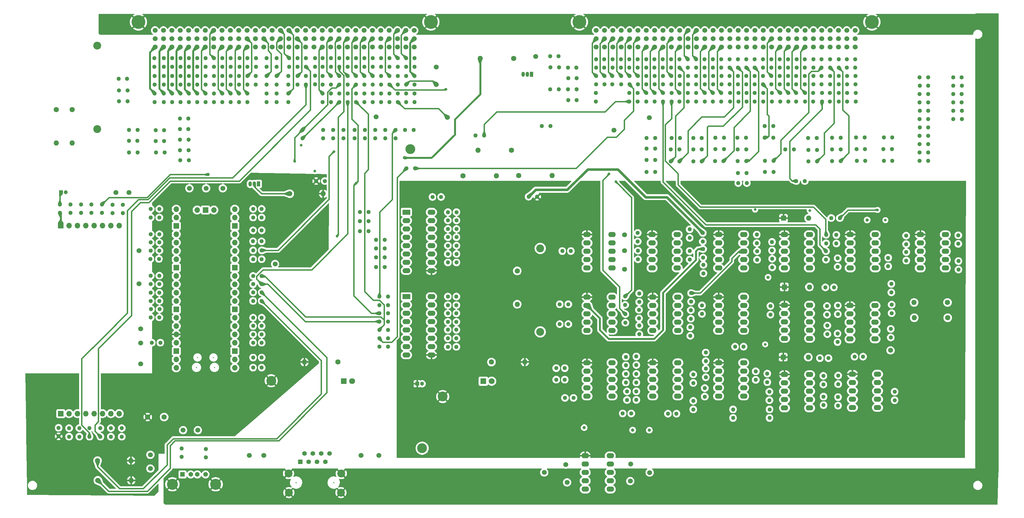
<source format=gbr>
%TF.GenerationSoftware,KiCad,Pcbnew,7.0.5*%
%TF.CreationDate,2023-08-08T11:47:50-04:00*%
%TF.ProjectId,selftest_bd,73656c66-7465-4737-945f-62642e6b6963,1.0*%
%TF.SameCoordinates,Original*%
%TF.FileFunction,Copper,L2,Inr*%
%TF.FilePolarity,Positive*%
%FSLAX46Y46*%
G04 Gerber Fmt 4.6, Leading zero omitted, Abs format (unit mm)*
G04 Created by KiCad (PCBNEW 7.0.5) date 2023-08-08 11:47:50*
%MOMM*%
%LPD*%
G01*
G04 APERTURE LIST*
%TA.AperFunction,ComponentPad*%
%ADD10C,1.300000*%
%TD*%
%TA.AperFunction,ComponentPad*%
%ADD11C,1.500000*%
%TD*%
%TA.AperFunction,ComponentPad*%
%ADD12R,1.800000X1.800000*%
%TD*%
%TA.AperFunction,ComponentPad*%
%ADD13C,1.800000*%
%TD*%
%TA.AperFunction,ComponentPad*%
%ADD14O,2.300000X1.600000*%
%TD*%
%TA.AperFunction,ComponentPad*%
%ADD15R,1.600000X1.600000*%
%TD*%
%TA.AperFunction,ComponentPad*%
%ADD16O,1.600000X1.600000*%
%TD*%
%TA.AperFunction,ComponentPad*%
%ADD17R,1.408000X1.408000*%
%TD*%
%TA.AperFunction,ComponentPad*%
%ADD18C,1.408000*%
%TD*%
%TA.AperFunction,ComponentPad*%
%ADD19C,2.400000*%
%TD*%
%TA.AperFunction,ComponentPad*%
%ADD20C,4.200000*%
%TD*%
%TA.AperFunction,ComponentPad*%
%ADD21C,1.600000*%
%TD*%
%TA.AperFunction,ComponentPad*%
%ADD22R,2.400000X1.600000*%
%TD*%
%TA.AperFunction,ComponentPad*%
%ADD23O,2.400000X1.600000*%
%TD*%
%TA.AperFunction,ComponentPad*%
%ADD24R,1.200000X1.200000*%
%TD*%
%TA.AperFunction,ComponentPad*%
%ADD25C,1.200000*%
%TD*%
%TA.AperFunction,ComponentPad*%
%ADD26O,2.400000X2.400000*%
%TD*%
%TA.AperFunction,ComponentPad*%
%ADD27C,3.000000*%
%TD*%
%TA.AperFunction,ComponentPad*%
%ADD28R,1.050000X1.500000*%
%TD*%
%TA.AperFunction,ComponentPad*%
%ADD29O,1.050000X1.500000*%
%TD*%
%TA.AperFunction,ComponentPad*%
%ADD30R,1.428000X1.428000*%
%TD*%
%TA.AperFunction,ComponentPad*%
%ADD31C,1.428000*%
%TD*%
%TA.AperFunction,ComponentPad*%
%ADD32C,3.346000*%
%TD*%
%TA.AperFunction,ComponentPad*%
%ADD33R,1.700000X1.700000*%
%TD*%
%TA.AperFunction,ComponentPad*%
%ADD34O,1.700000X1.700000*%
%TD*%
%TA.AperFunction,ViaPad*%
%ADD35C,1.000000*%
%TD*%
%TA.AperFunction,ViaPad*%
%ADD36C,0.800000*%
%TD*%
%TA.AperFunction,Conductor*%
%ADD37C,0.400000*%
%TD*%
%TA.AperFunction,Conductor*%
%ADD38C,0.800000*%
%TD*%
%TA.AperFunction,Conductor*%
%ADD39C,0.600000*%
%TD*%
%ADD40C,0.350000*%
G04 APERTURE END LIST*
D10*
%TO.N,CMOD_3*%
%TO.C,NT78*%
X135509000Y-74393135D03*
%TO.N,Net-(J1-PadC21)*%
X135509000Y-71793135D03*
%TD*%
%TO.N,Net-(J2-PadA13)*%
%TO.C,NT113*%
X289687000Y-61350000D03*
%TO.N,B30_H*%
X289687000Y-63950000D03*
%TD*%
%TO.N,B4_COM_L*%
%TO.C,NT188*%
X261800000Y-74250000D03*
%TO.N,Net-(J2-PadC24)*%
X261800000Y-71650000D03*
%TD*%
%TO.N,PR1_3*%
%TO.C,NT70*%
X173609000Y-74393135D03*
%TO.N,Net-(J1-PadC6)*%
X173609000Y-71793135D03*
%TD*%
%TO.N,PM1_IO8*%
%TO.C,NT40*%
X168529000Y-69059135D03*
%TO.N,Net-(J1-PadB8)*%
X168529000Y-66459135D03*
%TD*%
%TO.N,B20_L*%
%TO.C,NT337*%
X320700000Y-92250000D03*
%TO.N,B10_L*%
X323300000Y-92250000D03*
%TD*%
D11*
%TO.N,Net-(NT312-Pad2)*%
%TO.C,TP15*%
X103064800Y-147767000D03*
%TD*%
%TO.N,Net-(K17-Pad8)*%
%TO.C,TP32*%
X257750500Y-187165000D03*
%TD*%
D10*
%TO.N,USPI0_CLK*%
%TO.C,NT296*%
X139820210Y-147640210D03*
%TO.N,Net-(U1-GPIO2)*%
X137220210Y-147640210D03*
%TD*%
%TO.N,B4_COM_H*%
%TO.C,NT187*%
X264400000Y-74250000D03*
%TO.N,Net-(J2-PadC23)*%
X264400000Y-71650000D03*
%TD*%
%TO.N,PR_ADC1*%
%TO.C,NT4*%
X178689000Y-63640000D03*
%TO.N,Net-(J1-PadA4)*%
X178689000Y-61040000D03*
%TD*%
%TO.N,Net-(J2-PadA15)*%
%TO.C,NT115*%
X284605587Y-61350000D03*
%TO.N,B33_H*%
X284605587Y-63950000D03*
%TD*%
%TO.N,INST-*%
%TO.C,NT162*%
X246400000Y-69050000D03*
%TO.N,/Interface Connector/IT-*%
X246400000Y-66450000D03*
%TD*%
%TO.N,PCTRL*%
%TO.C,NT74*%
X163449000Y-74393135D03*
%TO.N,Net-(J1-PadC10)*%
X163449000Y-71793135D03*
%TD*%
D11*
%TO.N,Net-(NT67-Pad1)*%
%TO.C,TP5*%
X196270000Y-79100000D03*
%TD*%
D10*
%TO.N,PR1_3*%
%TO.C,NT276*%
X174610000Y-116360000D03*
%TO.N,Net-(U2-I4)*%
X177210000Y-116360000D03*
%TD*%
D12*
%TO.N,GND*%
%TO.C,D4*%
X207175000Y-159359600D03*
D13*
%TO.N,Net-(D4-A)*%
X209715000Y-159359600D03*
%TD*%
D10*
%TO.N,Net-(K14-Pad7)*%
%TO.C,NT361*%
X311750000Y-142450000D03*
%TO.N,B2_COM_L*%
X311750000Y-145050000D03*
%TD*%
%TO.N,K2_LP_NO1*%
%TO.C,NT374*%
X115006600Y-85852000D03*
%TO.N,K1_LP_NC1*%
X117606600Y-85852000D03*
%TD*%
%TO.N,Net-(K7-Pad2)*%
%TO.C,NT237*%
X254600000Y-135250000D03*
%TO.N,Net-(K8-Pad3)*%
X254600000Y-132650000D03*
%TD*%
%TO.N,Net-(K10-Pad2)*%
%TO.C,NT401*%
X274800000Y-158150000D03*
%TO.N,PS1*%
X274800000Y-155550000D03*
%TD*%
%TO.N,Net-(K16-Pad2)*%
%TO.C,NT239*%
X293500000Y-159650000D03*
%TO.N,VM1*%
X293500000Y-157050000D03*
%TD*%
%TO.N,PR0_6*%
%TO.C,NT260*%
X177410000Y-85460000D03*
%TO.N,PR1_6*%
X177410000Y-82860000D03*
%TD*%
%TO.N,/Interface Connector/SH1-*%
%TO.C,NT130*%
X246484422Y-61350000D03*
%TO.N,SCOPE_CH1-*%
X246484422Y-63950000D03*
%TD*%
%TO.N,Net-(J2-PadA25)*%
%TO.C,NT125*%
X259191477Y-61350000D03*
%TO.N,Earth*%
X259191477Y-63950000D03*
%TD*%
D11*
%TO.N,Net-(J3-Pad2)*%
%TO.C,TP23*%
X140500000Y-181950000D03*
%TD*%
%TO.N,USB_GND*%
%TO.C,TP40*%
X120421400Y-174269400D03*
%TD*%
D10*
%TO.N,K2_LP_NC1*%
%TO.C,NT62*%
X112649000Y-69059135D03*
%TO.N,Net-(J1-PadB30)*%
X112649000Y-66459135D03*
%TD*%
%TO.N,K2_LP_NO2*%
%TO.C,NT61*%
X115189000Y-69059135D03*
%TO.N,Net-(J1-PadB29)*%
X115189000Y-66459135D03*
%TD*%
%TO.N,Net-(J2-PadB13)*%
%TO.C,NT145*%
X289691405Y-66450000D03*
%TO.N,B31_H*%
X289691405Y-69050000D03*
%TD*%
%TO.N,Net-(U1-GPIO22)*%
%TO.C,NT320*%
X108720210Y-127240210D03*
%TO.N,PK17*%
X106120210Y-127240210D03*
%TD*%
%TO.N,SERIAL_RX*%
%TO.C,NT19*%
X141351000Y-63640000D03*
%TO.N,Net-(J1-PadA19)*%
X141351000Y-61040000D03*
%TD*%
%TO.N,GND*%
%TO.C,NT229*%
X227580000Y-63880000D03*
%TO.N,Net-(NT227-Pad2)*%
X230180000Y-63880000D03*
%TD*%
%TO.N,PR1_2*%
%TO.C,NT268*%
X169670000Y-113720000D03*
%TO.N,Net-(U2-I3)*%
X172270000Y-113720000D03*
%TD*%
%TO.N,K3_HP_C2*%
%TO.C,NT87*%
X112600000Y-74393135D03*
%TO.N,Net-(J1-PadC30)*%
X112600000Y-71793135D03*
%TD*%
%TO.N,Net-(J6-Pin_2)*%
%TO.C,NT396*%
X81700000Y-108150000D03*
%TO.N,CMOD_1*%
X81700000Y-105550000D03*
%TD*%
D14*
%TO.N,VCC*%
%TO.C,K16*%
X298740000Y-157350000D03*
%TO.N,Net-(K16-Pad2)*%
X298740000Y-159890000D03*
%TO.N,Net-(K16-Pad3)*%
X298740000Y-162430000D03*
%TO.N,Net-(K16-Pad4)*%
X298740000Y-164970000D03*
%TO.N,N/C*%
X298740000Y-167510000D03*
X306360000Y-167510000D03*
%TO.N,Net-(K16-Pad7)*%
X306360000Y-164970000D03*
%TO.N,Net-(K16-Pad8)*%
X306360000Y-162430000D03*
%TO.N,Net-(K16-Pad9)*%
X306360000Y-159890000D03*
%TO.N,VM4*%
X306360000Y-157350000D03*
%TD*%
D10*
%TO.N,SSR1_POS*%
%TO.C,NT336*%
X117657400Y-92125800D03*
%TO.N,PS4*%
X115057400Y-92125800D03*
%TD*%
%TO.N,DAC_VOUT*%
%TO.C,NT36*%
X178689000Y-69059135D03*
%TO.N,Net-(J1-PadB4)*%
X178689000Y-66459135D03*
%TD*%
%TO.N,K2_LP_C1*%
%TO.C,NT63*%
X110100000Y-69059135D03*
%TO.N,Net-(J1-PadB31)*%
X110100000Y-66459135D03*
%TD*%
%TO.N,B15_H*%
%TO.C,NT331*%
X315800000Y-85250000D03*
%TO.N,B25_H*%
X313200000Y-85250000D03*
%TD*%
D11*
%TO.N,Net-(K17-Pad9)*%
%TO.C,TP35*%
X251950500Y-184565000D03*
%TD*%
D10*
%TO.N,OC1_OUT*%
%TO.C,NT126*%
X256690000Y-63950000D03*
%TO.N,Net-(J2-PadA26)*%
X256690000Y-61350000D03*
%TD*%
%TO.N,Net-(K1-Pad8)*%
%TO.C,NT215*%
X250500000Y-159750000D03*
%TO.N,GND*%
X250500000Y-157150000D03*
%TD*%
D14*
%TO.N,VCC*%
%TO.C,K4*%
X238700000Y-114750000D03*
%TO.N,Net-(K4-Pad2)*%
X238700000Y-117290000D03*
%TO.N,Net-(K4-Pad3)*%
X238700000Y-119830000D03*
%TO.N,Net-(K4-Pad4)*%
X238700000Y-122370000D03*
%TO.N,N/C*%
X238700000Y-124910000D03*
X246320000Y-124910000D03*
%TO.N,Net-(K4-Pad7)*%
X246320000Y-122370000D03*
%TO.N,Net-(K4-Pad8)*%
X246320000Y-119830000D03*
%TO.N,Net-(K4-Pad9)*%
X246320000Y-117290000D03*
%TO.N,Net-(K4-Pad10)*%
X246320000Y-114750000D03*
%TD*%
D10*
%TO.N,Net-(NT315-Pad1)*%
%TO.C,NT315*%
X106120210Y-119640210D03*
%TO.N,Net-(U1-GPIO20)*%
X108720210Y-119640210D03*
%TD*%
%TO.N,B3_COM_H*%
%TO.C,NT335*%
X287280000Y-99060000D03*
%TO.N,PS9*%
X284680000Y-99060000D03*
%TD*%
%TO.N,PR1_7*%
%TO.C,NT5*%
X176149000Y-63640000D03*
%TO.N,Net-(J1-PadA5)*%
X176149000Y-61040000D03*
%TD*%
%TO.N,JTAG_TCK*%
%TO.C,NT55*%
X130429000Y-69059135D03*
%TO.N,Net-(J1-PadB23)*%
X130429000Y-66459135D03*
%TD*%
%TO.N,Net-(K12-Pad7)*%
%TO.C,NT417*%
X351601000Y-122810000D03*
%TO.N,PS10*%
X351601000Y-125410000D03*
%TD*%
%TO.N,Net-(J5-Pin_6)*%
%TO.C,NT386*%
X94000000Y-173650000D03*
%TO.N,Net-(NT386-Pad2)*%
X94000000Y-176250000D03*
%TD*%
%TO.N,Net-(J2-PadA22)*%
%TO.C,NT122*%
X266815710Y-61350000D03*
%TO.N,B43_L*%
X266815710Y-63950000D03*
%TD*%
%TO.N,Net-(U2-O6)*%
%TO.C,NT291*%
X196430000Y-120620000D03*
%TO.N,Net-(K8-Pad10)*%
X199030000Y-120620000D03*
%TD*%
%TO.N,PR1_4*%
%TO.C,NT269*%
X174610000Y-118930000D03*
%TO.N,Net-(U2-I5)*%
X177210000Y-118930000D03*
%TD*%
%TO.N,Net-(K10-Pad9)*%
%TO.C,NT403*%
X290000000Y-156350000D03*
%TO.N,PS3*%
X290000000Y-158950000D03*
%TD*%
%TO.N,Net-(J2-PadB5)*%
%TO.C,NT137*%
X310007000Y-66450000D03*
%TO.N,B17_H*%
X310007000Y-69050000D03*
%TD*%
%TO.N,Net-(J2-PadA17)*%
%TO.C,NT117*%
X279522765Y-61350000D03*
%TO.N,B36_H*%
X279522765Y-63950000D03*
%TD*%
%TO.N,SERIAL_RTS*%
%TO.C,NT302*%
X139820210Y-109540210D03*
%TO.N,Net-(U1-GPIO14)*%
X137220210Y-109540210D03*
%TD*%
%TO.N,B17_H*%
%TO.C,NT333*%
X295400000Y-95650000D03*
%TO.N,B27_H*%
X292800000Y-95650000D03*
%TD*%
%TO.N,Net-(U2-O5)*%
%TO.C,NT283*%
X196430000Y-118120000D03*
%TO.N,Net-(K4-Pad10)*%
X199030000Y-118120000D03*
%TD*%
%TO.N,Net-(J2-PadA2)*%
%TO.C,NT102*%
X317700000Y-61350000D03*
%TO.N,B10_L*%
X317700000Y-63950000D03*
%TD*%
%TO.N,/pico/I2C_ID0*%
%TO.C,NT319*%
X106120210Y-132440210D03*
%TO.N,Net-(U1-GPIO26_ADC0)*%
X108720210Y-132440210D03*
%TD*%
D15*
%TO.N,VCC*%
%TO.C,D1*%
X298690000Y-130700000D03*
D16*
%TO.N,VM2*%
X306310000Y-130700000D03*
%TD*%
D17*
%TO.N,Net-(J3-Pad1)*%
%TO.C,J3*%
X151561800Y-183863400D03*
D18*
%TO.N,Net-(J3-Pad2)*%
X152831800Y-181323400D03*
%TO.N,ETH_RX-*%
X154101800Y-183863400D03*
%TO.N,Net-(J3-Pad4)*%
X155371800Y-181323400D03*
%TO.N,Net-(J3-Pad5)*%
X156641800Y-183863400D03*
%TO.N,ETH_RX+*%
X157911800Y-181323400D03*
%TO.N,ETH_TX-*%
X159181800Y-183863400D03*
%TO.N,ETH_TX+*%
X160451800Y-181323400D03*
D19*
%TO.N,Earth*%
X147981800Y-187463400D03*
X148091800Y-193263400D03*
X163921800Y-193263400D03*
X164031800Y-187463400D03*
%TD*%
D10*
%TO.N,Net-(J2-PadA16)*%
%TO.C,NT116*%
X282064176Y-61350000D03*
%TO.N,B33_L*%
X282064176Y-63950000D03*
%TD*%
%TO.N,PWR_RES_H*%
%TO.C,NT1*%
X186309000Y-63640000D03*
%TO.N,Net-(J1-PadA1)*%
X186309000Y-61040000D03*
%TD*%
%TO.N,B13_H*%
%TO.C,NT329*%
X315800000Y-92350000D03*
%TO.N,B23_H*%
X313200000Y-92350000D03*
%TD*%
D11*
%TO.N,Net-(J2-PadA1)*%
%TO.C,J2*%
X320217800Y-52595335D03*
%TO.N,Net-(J2-PadA2)*%
X317677800Y-52595335D03*
%TO.N,Net-(J2-PadA3)*%
X315137800Y-52595335D03*
%TO.N,Net-(J2-PadA4)*%
X312597800Y-52595335D03*
%TO.N,Net-(J2-PadA5)*%
X310057800Y-52595335D03*
%TO.N,Net-(J2-PadA6)*%
X307517800Y-52595335D03*
%TO.N,Net-(J2-PadA7)*%
X304977800Y-52595335D03*
%TO.N,Net-(J2-PadA8)*%
X302437800Y-52595335D03*
%TO.N,Net-(J2-PadA9)*%
X299897800Y-52595335D03*
%TO.N,Net-(J2-PadA10)*%
X297357800Y-52595335D03*
%TO.N,Net-(J2-PadA11)*%
X294817800Y-52595335D03*
%TO.N,Net-(J2-PadA12)*%
X292277800Y-52595335D03*
%TO.N,Net-(J2-PadA13)*%
X289737800Y-52595335D03*
%TO.N,Net-(J2-PadA14)*%
X287197800Y-52595335D03*
%TO.N,Net-(J2-PadA15)*%
X284657800Y-52595335D03*
%TO.N,Net-(J2-PadA16)*%
X282117800Y-52595335D03*
%TO.N,Net-(J2-PadA17)*%
X279577800Y-52595335D03*
%TO.N,Net-(J2-PadA18)*%
X277037800Y-52595335D03*
%TO.N,Net-(J2-PadA19)*%
X274497800Y-52595335D03*
%TO.N,Net-(J2-PadA20)*%
X271957800Y-52595335D03*
%TO.N,Net-(J2-PadA21)*%
X269417800Y-52595335D03*
%TO.N,Net-(J2-PadA22)*%
X266877800Y-52595335D03*
%TO.N,Net-(J2-PadA23)*%
X264337800Y-52595335D03*
%TO.N,Net-(J2-PadA24)*%
X261797800Y-52595335D03*
%TO.N,Net-(J2-PadA25)*%
X259257800Y-52595335D03*
%TO.N,Net-(J2-PadA26)*%
X256717800Y-52595335D03*
%TO.N,Net-(J2-PadA27)*%
X254177800Y-52595335D03*
%TO.N,Net-(J2-PadA28)*%
X251637800Y-52595335D03*
%TO.N,/Interface Connector/SH1+*%
X249097800Y-52595335D03*
%TO.N,/Interface Connector/SH1-*%
X246557800Y-52595335D03*
%TO.N,/Interface Connector/SH2+*%
X244017800Y-52595335D03*
%TO.N,/Interface Connector/SH2-*%
X241477800Y-52595335D03*
%TO.N,Net-(J2-PadB1)*%
X320217800Y-55135335D03*
%TO.N,Net-(J2-PadB2)*%
X317677800Y-55135335D03*
%TO.N,Net-(J2-PadB3)*%
X315137800Y-55135335D03*
%TO.N,Net-(J2-PadB4)*%
X312597800Y-55135335D03*
%TO.N,Net-(J2-PadB5)*%
X310057800Y-55135335D03*
%TO.N,Net-(J2-PadB6)*%
X307517800Y-55135335D03*
%TO.N,Net-(J2-PadB7)*%
X304977800Y-55135335D03*
%TO.N,Net-(J2-PadB8)*%
X302437800Y-55135335D03*
%TO.N,Net-(J2-PadB9)*%
X299897800Y-55135335D03*
%TO.N,Net-(J2-PadB10)*%
X297357800Y-55135335D03*
%TO.N,Net-(J2-PadB11)*%
X294817800Y-55135335D03*
%TO.N,Net-(J2-PadB12)*%
X292277800Y-55135335D03*
%TO.N,Net-(J2-PadB13)*%
X289737800Y-55135335D03*
%TO.N,Net-(J2-PadB14)*%
X287197800Y-55135335D03*
%TO.N,Net-(J2-PadB15)*%
X284657800Y-55135335D03*
%TO.N,Net-(J2-PadB16)*%
X282117800Y-55135335D03*
%TO.N,Net-(J2-PadB17)*%
X279577800Y-55135335D03*
%TO.N,Net-(J2-PadB18)*%
X277037800Y-55135335D03*
%TO.N,Net-(J2-PadB19)*%
X274497800Y-55135335D03*
%TO.N,Net-(J2-PadB20)*%
X271957800Y-55135335D03*
%TO.N,Net-(J2-PadB21)*%
X269417800Y-55135335D03*
%TO.N,Net-(J2-PadB22)*%
X266877800Y-55135335D03*
%TO.N,Net-(J2-PadB23)*%
X264337800Y-55135335D03*
%TO.N,Net-(J2-PadB24)*%
X261797800Y-55135335D03*
%TO.N,Net-(J2-PadB25)*%
X259257800Y-55135335D03*
%TO.N,Net-(J2-PadB26)*%
X256717800Y-55135335D03*
%TO.N,Net-(J2-PadB27)*%
X254177800Y-55135335D03*
%TO.N,Net-(J2-PadB28)*%
X251637800Y-55135335D03*
%TO.N,/Interface Connector/IT+*%
X249097800Y-55135335D03*
%TO.N,/Interface Connector/IT-*%
X246557800Y-55135335D03*
%TO.N,/Interface Connector/W+*%
X244017800Y-55135335D03*
%TO.N,/Interface Connector/W-*%
X241477800Y-55135335D03*
%TO.N,Net-(J2-PadC1)*%
X320217800Y-57675335D03*
%TO.N,Net-(J2-PadC2)*%
X317677800Y-57675335D03*
%TO.N,Net-(J2-PadC3)*%
X315137800Y-57675335D03*
%TO.N,Net-(J2-PadC4)*%
X312597800Y-57675335D03*
%TO.N,Net-(J2-PadC5)*%
X310057800Y-57675335D03*
%TO.N,Net-(J2-PadC6)*%
X307517800Y-57675335D03*
%TO.N,Net-(J2-PadC7)*%
X304977800Y-57675335D03*
%TO.N,Net-(J2-PadC8)*%
X302437800Y-57675335D03*
%TO.N,Net-(J2-PadC9)*%
X299897800Y-57675335D03*
%TO.N,Net-(J2-PadC10)*%
X297357800Y-57675335D03*
%TO.N,Net-(J2-PadC11)*%
X294817800Y-57675335D03*
%TO.N,Net-(J2-PadC12)*%
X292277800Y-57675335D03*
%TO.N,Net-(J2-PadC13)*%
X289737800Y-57675335D03*
%TO.N,Net-(J2-PadC14)*%
X287197800Y-57675335D03*
%TO.N,Net-(J2-PadC15)*%
X284657800Y-57675335D03*
%TO.N,Net-(J2-PadC16)*%
X282117800Y-57675335D03*
%TO.N,Net-(J2-PadC17)*%
X279577800Y-57675335D03*
%TO.N,Net-(J2-PadC18)*%
X277037800Y-57675335D03*
%TO.N,Net-(J2-PadC19)*%
X274497800Y-57675335D03*
%TO.N,Net-(J2-PadC20)*%
X271957800Y-57675335D03*
%TO.N,Net-(J2-PadC21)*%
X269417800Y-57675335D03*
%TO.N,Net-(J2-PadC22)*%
X266877800Y-57675335D03*
%TO.N,Net-(J2-PadC23)*%
X264337800Y-57675335D03*
%TO.N,Net-(J2-PadC24)*%
X261797800Y-57675335D03*
%TO.N,Net-(J2-PadC25)*%
X259257800Y-57675335D03*
%TO.N,Net-(J2-PadC26)*%
X256717800Y-57675335D03*
%TO.N,Net-(J2-PadC27)*%
X254177800Y-57675335D03*
%TO.N,Net-(J2-PadC28)*%
X251637800Y-57675335D03*
%TO.N,GND*%
X249097800Y-57675335D03*
%TO.N,Net-(J2-PadC30)*%
X246557800Y-57675335D03*
%TO.N,GND*%
X244017800Y-57675335D03*
%TO.N,Net-(J2-PadC32)*%
X241477800Y-57675335D03*
D20*
%TO.N,Earth*%
X325297800Y-50055335D03*
X236397800Y-50055335D03*
%TD*%
D10*
%TO.N,Net-(K7-Pad4)*%
%TO.C,NT238*%
X254600000Y-142450000D03*
%TO.N,Net-(K8-Pad8)*%
X254600000Y-145050000D03*
%TD*%
%TO.N,B3_COM_L*%
%TO.C,NT325*%
X287210000Y-95980000D03*
%TO.N,PS10*%
X284610000Y-95980000D03*
%TD*%
%TO.N,Net-(J2-PadA28)*%
%TO.C,NT128*%
X251567244Y-61350000D03*
%TO.N,DVM_H*%
X251567244Y-63950000D03*
%TD*%
%TO.N,CMOD_1*%
%TO.C,NT21*%
X135509000Y-63640000D03*
%TO.N,Net-(J1-PadA21)*%
X135509000Y-61040000D03*
%TD*%
%TO.N,B25_L*%
%TO.C,NT342*%
X305900000Y-85350000D03*
%TO.N,B15_L*%
X308500000Y-85350000D03*
%TD*%
%TO.N,Net-(K3-Pad3)*%
%TO.C,NT221*%
X233019600Y-142000800D03*
%TO.N,Net-(NT221-Pad2)*%
X230419600Y-142000800D03*
%TD*%
%TO.N,Net-(J2-PadB8)*%
%TO.C,NT140*%
X302300000Y-66450000D03*
%TO.N,B21_L*%
X302300000Y-69050000D03*
%TD*%
%TO.N,PS1_IO9*%
%TO.C,NT73*%
X165989000Y-74393135D03*
%TO.N,Net-(J1-PadC9)*%
X165989000Y-71793135D03*
%TD*%
%TO.N,PS1_OUT_HI2*%
%TO.C,NT81*%
X127889000Y-74393135D03*
%TO.N,Net-(J1-PadC24)*%
X127889000Y-71793135D03*
%TD*%
D11*
%TO.N,Net-(NT8-Pad1)*%
%TO.C,TP2*%
X174580000Y-78910000D03*
%TD*%
D10*
%TO.N,Net-(J2-PadA24)*%
%TO.C,NT124*%
X261732888Y-61350000D03*
%TO.N,B46_L*%
X261732888Y-63950000D03*
%TD*%
%TO.N,unconnected-(NT198-Pad1)*%
%TO.C,NT198*%
X350000000Y-74490000D03*
%TO.N,unconnected-(NT198-Pad2)*%
X352600000Y-74490000D03*
%TD*%
%TO.N,unconnected-(NT196-Pad1)*%
%TO.C,NT196*%
X350060000Y-69410000D03*
%TO.N,unconnected-(NT196-Pad2)*%
X352660000Y-69410000D03*
%TD*%
%TO.N,OC2_OUT*%
%TO.C,NT158*%
X256700000Y-69050000D03*
%TO.N,Net-(J2-PadB26)*%
X256700000Y-66450000D03*
%TD*%
%TO.N,PS3*%
%TO.C,NT383*%
X99512600Y-89763600D03*
%TO.N,K1_LP_C2*%
X102112600Y-89763600D03*
%TD*%
D11*
%TO.N,Net-(U1-SWDIO)*%
%TO.C,TP11*%
X117856000Y-100650000D03*
%TD*%
%TO.N,Net-(NT193-Pad2)*%
%TO.C,TP9*%
X223110000Y-60520000D03*
%TD*%
D10*
%TO.N,unconnected-(NT99-Pad1)*%
%TO.C,NT99*%
X339780000Y-89730000D03*
%TO.N,unconnected-(NT99-Pad2)*%
X342380000Y-89730000D03*
%TD*%
%TO.N,CUR_SENS_L*%
%TO.C,NT66*%
X183769000Y-74393135D03*
%TO.N,Net-(J1-PadC2)*%
X183769000Y-71793135D03*
%TD*%
%TO.N,USB_GND*%
%TO.C,NT20*%
X138099800Y-63672200D03*
%TO.N,Net-(J1-PadA20)*%
X138099800Y-61072200D03*
%TD*%
%TO.N,VM3*%
%TO.C,NT264*%
X312950000Y-109700000D03*
%TO.N,OC2_OUT*%
X315550000Y-109700000D03*
%TD*%
%TO.N,Net-(J2-PadB9)*%
%TO.C,NT141*%
X299847000Y-66450000D03*
%TO.N,B24_H*%
X299847000Y-69050000D03*
%TD*%
%TO.N,PR0_5*%
%TO.C,NT75*%
X160909000Y-74393135D03*
%TO.N,Net-(J1-PadC11)*%
X160909000Y-71793135D03*
%TD*%
%TO.N,Net-(K8-Pad7)*%
%TO.C,NT249*%
X271000000Y-157300000D03*
%TO.N,Net-(K11-Pad8)*%
X271000000Y-159900000D03*
%TD*%
%TO.N,Net-(NT67-Pad1)*%
%TO.C,NT67*%
X181229000Y-74393135D03*
%TO.N,Net-(J1-PadC3)*%
X181229000Y-71793135D03*
%TD*%
%TO.N,Net-(J2-PadB18)*%
%TO.C,NT150*%
X276996930Y-66450000D03*
%TO.N,B37_L*%
X276996930Y-69050000D03*
%TD*%
%TO.N,/Interface Connector/W+*%
%TO.C,NT163*%
X243991295Y-66450000D03*
%TO.N,AWG+*%
X243991295Y-69050000D03*
%TD*%
%TO.N,GND*%
%TO.C,NT54*%
X132969000Y-69059135D03*
%TO.N,Net-(J1-PadB22)*%
X132969000Y-66459135D03*
%TD*%
%TO.N,PS6*%
%TO.C,NT371*%
X252150400Y-169189400D03*
%TO.N,VM5*%
X249550400Y-169189400D03*
%TD*%
%TO.N,PS1_OUT_LO1*%
%TO.C,NT82*%
X125349000Y-74393135D03*
%TO.N,Net-(J1-PadC25)*%
X125349000Y-71793135D03*
%TD*%
%TO.N,Net-(J2-PadA9)*%
%TO.C,NT109*%
X299847000Y-61350000D03*
%TO.N,B23_H*%
X299847000Y-63950000D03*
%TD*%
%TO.N,Net-(J2-PadB20)*%
%TO.C,NT152*%
X271907000Y-66450000D03*
%TO.N,B41_L*%
X271907000Y-69050000D03*
%TD*%
D21*
%TO.N,I2C_SDA*%
%TO.C,R9*%
X89940000Y-183550000D03*
D16*
%TO.N,ST_3V3*%
X100100000Y-183550000D03*
%TD*%
D10*
%TO.N,unconnected-(NT197-Pad1)*%
%TO.C,NT197*%
X350000000Y-71950000D03*
%TO.N,unconnected-(NT197-Pad2)*%
X352600000Y-71950000D03*
%TD*%
%TO.N,SCOPE_CH2-*%
%TO.C,NT132*%
X241440000Y-63950000D03*
%TO.N,/Interface Connector/SH2-*%
X241440000Y-61350000D03*
%TD*%
%TO.N,SERIAL_CTS*%
%TO.C,NT310*%
X139820210Y-106940210D03*
%TO.N,Net-(U1-GPIO15)*%
X137220210Y-106940210D03*
%TD*%
%TO.N,Net-(U1-AGND)*%
%TO.C,NT324*%
X108800000Y-137450000D03*
%TO.N,GND*%
X106200000Y-137450000D03*
%TD*%
D21*
%TO.N,Net-(K4-Pad2)*%
%TO.C,R1*%
X217500000Y-125790000D03*
D16*
%TO.N,Net-(NT220-Pad2)*%
X217500000Y-135950000D03*
%TD*%
D10*
%TO.N,SSR1_NEG*%
%TO.C,NT85*%
X117729000Y-74393135D03*
%TO.N,Net-(J1-PadC28)*%
X117729000Y-71793135D03*
%TD*%
%TO.N,unconnected-(NT96-Pad1)*%
%TO.C,NT96*%
X339840000Y-82110000D03*
%TO.N,unconnected-(NT96-Pad2)*%
X342440000Y-82110000D03*
%TD*%
%TO.N,B41_L*%
%TO.C,NT364*%
X277700000Y-88750000D03*
%TO.N,B31_L*%
X280300000Y-88750000D03*
%TD*%
%TO.N,Net-(NT227-Pad2)*%
%TO.C,NT411*%
X232890000Y-63920000D03*
%TO.N,SCOPE_CH1-*%
X235490000Y-63920000D03*
%TD*%
%TO.N,Net-(J2-PadB23)*%
%TO.C,NT155*%
X264302455Y-66450000D03*
%TO.N,B47_H*%
X264302455Y-69050000D03*
%TD*%
%TO.N,Net-(J2-PadC32)*%
%TO.C,NT194*%
X241427000Y-71650000D03*
%TO.N,DVM_I*%
X241427000Y-74250000D03*
%TD*%
%TO.N,PFLAG*%
%TO.C,NT266*%
X183810000Y-94600000D03*
%TO.N,DVM_TRIG*%
X186410000Y-94600000D03*
%TD*%
%TO.N,Net-(J6-Pin_4)*%
%TO.C,NT397*%
X88100000Y-108150000D03*
%TO.N,CMOD_3*%
X88100000Y-105550000D03*
%TD*%
%TO.N,PS2*%
%TO.C,NT382*%
X96330000Y-67340000D03*
%TO.N,K1_LP_C1*%
X98930000Y-67340000D03*
%TD*%
%TO.N,CMOD_2*%
%TO.C,NT53*%
X135509000Y-69059135D03*
%TO.N,Net-(J1-PadB21)*%
X135509000Y-66459135D03*
%TD*%
%TO.N,GND*%
%TO.C,NT23*%
X130429000Y-63640000D03*
%TO.N,Net-(J1-PadA23)*%
X130429000Y-61040000D03*
%TD*%
%TO.N,CMOD_5*%
%TO.C,NT385*%
X87500000Y-176250000D03*
%TO.N,Net-(J5-Pin_4)*%
X87500000Y-173650000D03*
%TD*%
%TO.N,unconnected-(NT91-Pad1)*%
%TO.C,NT91*%
X339840000Y-69410000D03*
%TO.N,unconnected-(NT91-Pad2)*%
X342440000Y-69410000D03*
%TD*%
%TO.N,PM1_IO8*%
%TO.C,NT272*%
X175600000Y-138710000D03*
%TO.N,Net-(U3-I3)*%
X178200000Y-138710000D03*
%TD*%
%TO.N,K2_LP_NO1*%
%TO.C,NT64*%
X107300000Y-69059135D03*
%TO.N,Net-(J1-PadB32)*%
X107300000Y-66459135D03*
%TD*%
%TO.N,B27_L*%
%TO.C,NT344*%
X292700000Y-85250000D03*
%TO.N,B17_L*%
X295300000Y-85250000D03*
%TD*%
%TO.N,Net-(NT8-Pad1)*%
%TO.C,NT8*%
X168529000Y-63640000D03*
%TO.N,Net-(J1-PadA8)*%
X168529000Y-61040000D03*
%TD*%
D21*
%TO.N,Net-(NT212-Pad2)*%
%TO.C,R7*%
X217920000Y-96800000D03*
D16*
%TO.N,Net-(K6-Pad7)*%
X228080000Y-96800000D03*
%TD*%
D14*
%TO.N,VCC*%
%TO.C,K17*%
X238160500Y-182075000D03*
%TO.N,Net-(K17-Pad2)*%
X238160500Y-184615000D03*
%TO.N,Net-(K17-Pad3)*%
X238160500Y-187155000D03*
%TO.N,Net-(K17-Pad4)*%
X238160500Y-189695000D03*
%TO.N,N/C*%
X238160500Y-192235000D03*
X245780500Y-192235000D03*
%TO.N,Net-(K17-Pad7)*%
X245780500Y-189695000D03*
%TO.N,Net-(K17-Pad8)*%
X245780500Y-187155000D03*
%TO.N,Net-(K17-Pad9)*%
X245780500Y-184615000D03*
%TO.N,Net-(K17-Pad10)*%
X245780500Y-182075000D03*
%TD*%
D10*
%TO.N,/Relay_test/PRES*%
%TO.C,NT357*%
X107600000Y-86250000D03*
%TO.N,K3_HP_C1*%
X110200000Y-86250000D03*
%TD*%
%TO.N,GND*%
%TO.C,NT25*%
X125349000Y-63640000D03*
%TO.N,Net-(J1-PadA25)*%
X125349000Y-61040000D03*
%TD*%
D11*
%TO.N,Net-(NT159-Pad2)*%
%TO.C,TP4*%
X246870000Y-82960000D03*
%TD*%
%TO.N,Net-(J1-PadA1)*%
%TO.C,J1*%
X186182000Y-52595335D03*
%TO.N,Net-(J1-PadA2)*%
X183642000Y-52595335D03*
%TO.N,Net-(J1-PadA3)*%
X181102000Y-52595335D03*
%TO.N,Net-(J1-PadA4)*%
X178562000Y-52595335D03*
%TO.N,Net-(J1-PadA5)*%
X176022000Y-52595335D03*
%TO.N,Net-(J1-PadA6)*%
X173482000Y-52595335D03*
%TO.N,Net-(J1-PadA7)*%
X170942000Y-52595335D03*
%TO.N,Net-(J1-PadA8)*%
X168402000Y-52595335D03*
%TO.N,Net-(J1-PadA9)*%
X165862000Y-52595335D03*
%TO.N,Net-(J1-PadA10)*%
X163322000Y-52595335D03*
%TO.N,Net-(J1-PadA11)*%
X160782000Y-52595335D03*
%TO.N,Net-(J1-PadA12)*%
X158242000Y-52595335D03*
%TO.N,Net-(J1-PadA13)*%
X155702000Y-52595335D03*
%TO.N,Net-(J1-PadA14)*%
X153162000Y-52595335D03*
%TO.N,Net-(J1-PadA15)*%
X150622000Y-52595335D03*
%TO.N,Net-(J1-PadA16)*%
X148082000Y-52595335D03*
%TO.N,Net-(J1-PadA17)*%
X145542000Y-52595335D03*
%TO.N,Net-(J1-PadA18)*%
X143002000Y-52595335D03*
%TO.N,Net-(J1-PadA19)*%
X140462000Y-52595335D03*
%TO.N,Net-(J1-PadA20)*%
X137922000Y-52595335D03*
%TO.N,Net-(J1-PadA21)*%
X135382000Y-52595335D03*
%TO.N,Net-(J1-PadA22)*%
X132842000Y-52595335D03*
%TO.N,Net-(J1-PadA23)*%
X130302000Y-52595335D03*
%TO.N,Net-(J1-PadA24)*%
X127762000Y-52595335D03*
%TO.N,Net-(J1-PadA25)*%
X125222000Y-52595335D03*
%TO.N,Net-(J1-PadA26)*%
X122682000Y-52595335D03*
%TO.N,Net-(J1-PadA27)*%
X120142000Y-52595335D03*
%TO.N,Net-(J1-PadA28)*%
X117602000Y-52595335D03*
%TO.N,Net-(J1-PadA29)*%
X115062000Y-52595335D03*
%TO.N,Net-(J1-PadA30)*%
X112522000Y-52595335D03*
%TO.N,Net-(J1-PadA31)*%
X109982000Y-52595335D03*
%TO.N,Net-(J1-PadA32)*%
X107442000Y-52595335D03*
%TO.N,Net-(J1-PadB1)*%
X186182000Y-55135335D03*
%TO.N,Net-(J1-PadB2)*%
X183642000Y-55135335D03*
%TO.N,Net-(J1-PadB3)*%
X181102000Y-55135335D03*
%TO.N,Net-(J1-PadB4)*%
X178562000Y-55135335D03*
%TO.N,Net-(J1-PadB5)*%
X176022000Y-55135335D03*
%TO.N,Net-(J1-PadB6)*%
X173482000Y-55135335D03*
%TO.N,Net-(J1-PadB7)*%
X170942000Y-55135335D03*
%TO.N,Net-(J1-PadB8)*%
X168402000Y-55135335D03*
%TO.N,Net-(J1-PadB9)*%
X165862000Y-55135335D03*
%TO.N,Net-(J1-PadB10)*%
X163322000Y-55135335D03*
%TO.N,Net-(J1-PadB11)*%
X160782000Y-55135335D03*
%TO.N,Net-(J1-PadB12)*%
X158242000Y-55135335D03*
%TO.N,Net-(J1-PadB13)*%
X155702000Y-55135335D03*
%TO.N,Net-(J1-PadB14)*%
X153162000Y-55135335D03*
%TO.N,Net-(J1-PadB15)*%
X150622000Y-55135335D03*
%TO.N,Net-(J1-PadB16)*%
X148082000Y-55135335D03*
%TO.N,Net-(J1-PadB17)*%
X145542000Y-55135335D03*
%TO.N,Net-(J1-PadB18)*%
X143002000Y-55135335D03*
%TO.N,Net-(J1-PadB19)*%
X140462000Y-55135335D03*
%TO.N,Net-(J1-PadB20)*%
X137922000Y-55135335D03*
%TO.N,Net-(J1-PadB21)*%
X135382000Y-55135335D03*
%TO.N,Net-(J1-PadB22)*%
X132842000Y-55135335D03*
%TO.N,Net-(J1-PadB23)*%
X130302000Y-55135335D03*
%TO.N,Net-(J1-PadB24)*%
X127762000Y-55135335D03*
%TO.N,Net-(J1-PadB25)*%
X125222000Y-55135335D03*
%TO.N,Net-(J1-PadB26)*%
X122682000Y-55135335D03*
%TO.N,Net-(J1-PadB27)*%
X120142000Y-55135335D03*
%TO.N,Net-(J1-PadB28)*%
X117602000Y-55135335D03*
%TO.N,Net-(J1-PadB29)*%
X115062000Y-55135335D03*
%TO.N,Net-(J1-PadB30)*%
X112522000Y-55135335D03*
%TO.N,Net-(J1-PadB31)*%
X109982000Y-55135335D03*
%TO.N,Net-(J1-PadB32)*%
X107442000Y-55135335D03*
%TO.N,Net-(J1-PadC1)*%
X186182000Y-57675335D03*
%TO.N,Net-(J1-PadC2)*%
X183642000Y-57675335D03*
%TO.N,Net-(J1-PadC3)*%
X181102000Y-57675335D03*
%TO.N,Net-(J1-PadC4)*%
X178562000Y-57675335D03*
%TO.N,Net-(J1-PadC5)*%
X176022000Y-57675335D03*
%TO.N,Net-(J1-PadC6)*%
X173482000Y-57675335D03*
%TO.N,Net-(J1-PadC7)*%
X170942000Y-57675335D03*
%TO.N,Net-(J1-PadC8)*%
X168402000Y-57675335D03*
%TO.N,Net-(J1-PadC9)*%
X165862000Y-57675335D03*
%TO.N,Net-(J1-PadC10)*%
X163322000Y-57675335D03*
%TO.N,Net-(J1-PadC11)*%
X160782000Y-57675335D03*
%TO.N,Net-(J1-PadC12)*%
X158242000Y-57675335D03*
%TO.N,ETH_TX+*%
X155702000Y-57675335D03*
%TO.N,ETH_TX-*%
X153162000Y-57675335D03*
%TO.N,GND*%
X150622000Y-57675335D03*
%TO.N,ETH_RX+*%
X148082000Y-57675335D03*
%TO.N,ETH_RX-*%
X145542000Y-57675335D03*
%TO.N,Net-(J1-PadC18)*%
X143002000Y-57675335D03*
%TO.N,USB_D+*%
X140462000Y-57675335D03*
%TO.N,USB_D-*%
X137922000Y-57675335D03*
%TO.N,Net-(J1-PadC21)*%
X135382000Y-57675335D03*
%TO.N,Net-(J1-PadC22)*%
X132842000Y-57675335D03*
%TO.N,Net-(J1-PadC23)*%
X130302000Y-57675335D03*
%TO.N,Net-(J1-PadC24)*%
X127762000Y-57675335D03*
%TO.N,Net-(J1-PadC25)*%
X125222000Y-57675335D03*
%TO.N,Net-(J1-PadC26)*%
X122682000Y-57675335D03*
%TO.N,Net-(J1-PadC27)*%
X120142000Y-57675335D03*
%TO.N,Net-(J1-PadC28)*%
X117602000Y-57675335D03*
%TO.N,Net-(J1-PadC29)*%
X115062000Y-57675335D03*
%TO.N,Net-(J1-PadC30)*%
X112522000Y-57675335D03*
%TO.N,Net-(J1-PadC31)*%
X109982000Y-57675335D03*
%TO.N,Net-(J1-PadC32)*%
X107442000Y-57675335D03*
D20*
%TO.N,Earth*%
X191262000Y-50055335D03*
X102362000Y-50055335D03*
%TD*%
D11*
%TO.N,Net-(U1-VBUS)*%
%TO.C,TP14*%
X103064800Y-154066200D03*
%TD*%
D14*
%TO.N,VCC*%
%TO.C,K14*%
X298750000Y-136200000D03*
%TO.N,Net-(K14-Pad2)*%
X298750000Y-138740000D03*
%TO.N,Net-(K14-Pad3)*%
X298750000Y-141280000D03*
%TO.N,Net-(K14-Pad4)*%
X298750000Y-143820000D03*
%TO.N,N/C*%
X298750000Y-146360000D03*
X306370000Y-146360000D03*
%TO.N,Net-(K14-Pad7)*%
X306370000Y-143820000D03*
%TO.N,GND*%
X306370000Y-141280000D03*
%TO.N,Net-(K14-Pad9)*%
X306370000Y-138740000D03*
%TO.N,VM2*%
X306370000Y-136200000D03*
%TD*%
D10*
%TO.N,Net-(J2-PadA19)*%
%TO.C,NT119*%
X274439943Y-61350000D03*
%TO.N,B40_H*%
X274439943Y-63950000D03*
%TD*%
%TO.N,B22_L*%
%TO.C,NT339*%
X320500000Y-85150000D03*
%TO.N,B12_L*%
X323100000Y-85150000D03*
%TD*%
%TO.N,Net-(J2-PadB15)*%
%TO.C,NT147*%
X284613615Y-66450000D03*
%TO.N,B34_H*%
X284613615Y-69050000D03*
%TD*%
%TO.N,DIG_PWR_IN*%
%TO.C,NT400*%
X159000000Y-98450000D03*
%TO.N,ST_3V3*%
X156400000Y-98450000D03*
%TD*%
%TO.N,Net-(K11-Pad2)*%
%TO.C,NT405*%
X253700000Y-154450000D03*
%TO.N,PS5*%
X253700000Y-151850000D03*
%TD*%
%TO.N,Net-(NT217-Pad1)*%
%TO.C,NT217*%
X294450000Y-136500000D03*
%TO.N,Net-(K14-Pad2)*%
X294450000Y-139100000D03*
%TD*%
%TO.N,Net-(J2-PadB4)*%
%TO.C,NT136*%
X312600000Y-66450000D03*
%TO.N,B14_L*%
X312600000Y-69050000D03*
%TD*%
%TO.N,CMOD_4*%
%TO.C,NT79*%
X132969000Y-74393135D03*
%TO.N,Net-(J1-PadC22)*%
X132969000Y-71793135D03*
%TD*%
%TO.N,Net-(K16-Pad7)*%
%TO.C,NT242*%
X310600000Y-166650000D03*
%TO.N,Net-(K9-Pad8)*%
X310600000Y-164050000D03*
%TD*%
%TO.N,K2_LP_NC1*%
%TO.C,NT372*%
X114955800Y-79451200D03*
%TO.N,K1_LP_NO1*%
X117555800Y-79451200D03*
%TD*%
%TO.N,K2_LP_NO2*%
%TO.C,NT375*%
X117581200Y-89077800D03*
%TO.N,K1_LP_NC2*%
X114981200Y-89077800D03*
%TD*%
%TO.N,Net-(J2-PadB3)*%
%TO.C,NT135*%
X315200000Y-66450000D03*
%TO.N,B14_H*%
X315200000Y-69050000D03*
%TD*%
D22*
%TO.N,Net-(U2-I1)*%
%TO.C,U2*%
X183800000Y-107930000D03*
D23*
%TO.N,Net-(U2-I2)*%
X183800000Y-110470000D03*
%TO.N,Net-(U2-I3)*%
X183800000Y-113010000D03*
%TO.N,Net-(U2-I4)*%
X183800000Y-115550000D03*
%TO.N,Net-(U2-I5)*%
X183800000Y-118090000D03*
%TO.N,Net-(U2-I6)*%
X183800000Y-120630000D03*
%TO.N,Net-(U2-I7)*%
X183800000Y-123170000D03*
%TO.N,GND*%
X183800000Y-125710000D03*
%TO.N,VCC*%
X191420000Y-125710000D03*
%TO.N,Net-(U2-O7)*%
X191420000Y-123170000D03*
%TO.N,Net-(U2-O6)*%
X191420000Y-120630000D03*
%TO.N,Net-(U2-O5)*%
X191420000Y-118090000D03*
%TO.N,Net-(U2-O4)*%
X191420000Y-115550000D03*
%TO.N,Net-(U2-O3)*%
X191420000Y-113010000D03*
%TO.N,Net-(U2-O2)*%
X191420000Y-110470000D03*
%TO.N,Net-(U2-O1)*%
X191420000Y-107930000D03*
%TD*%
D10*
%TO.N,Net-(K11-Pad7)*%
%TO.C,NT408*%
X271000000Y-165350000D03*
%TO.N,Net-(K12-Pad8)*%
X271000000Y-167950000D03*
%TD*%
%TO.N,I2C_SDA*%
%TO.C,NT298*%
X139820210Y-134940210D03*
%TO.N,Net-(U1-GPIO6)*%
X137220210Y-134940210D03*
%TD*%
%TO.N,Net-(J2-PadA7)*%
%TO.C,NT107*%
X304880000Y-61350000D03*
%TO.N,B20_H*%
X304880000Y-63950000D03*
%TD*%
%TO.N,JTAG_TDI*%
%TO.C,NT317*%
X106120210Y-106940210D03*
%TO.N,Net-(U1-GPIO16)*%
X108720210Y-106940210D03*
%TD*%
D24*
%TO.N,DIG_PWR_IN*%
%TO.C,C3*%
X78797401Y-101900000D03*
D25*
%TO.N,GND*%
X80297401Y-101900000D03*
%TD*%
D22*
%TO.N,Net-(U3-I1)*%
%TO.C,U3*%
X183800000Y-133610000D03*
D23*
%TO.N,Net-(U3-I2)*%
X183800000Y-136150000D03*
%TO.N,Net-(U3-I3)*%
X183800000Y-138690000D03*
%TO.N,Net-(U3-I4)*%
X183800000Y-141230000D03*
%TO.N,Net-(U3-I5)*%
X183800000Y-143770000D03*
%TO.N,Net-(U3-I6)*%
X183800000Y-146310000D03*
%TO.N,Net-(U3-I7)*%
X183800000Y-148850000D03*
%TO.N,GND*%
X183800000Y-151390000D03*
%TO.N,VCC*%
X191420000Y-151390000D03*
%TO.N,Net-(U3-O7)*%
X191420000Y-148850000D03*
%TO.N,Net-(U3-O6)*%
X191420000Y-146310000D03*
%TO.N,Net-(U3-O5)*%
X191420000Y-143770000D03*
%TO.N,Net-(U3-O4)*%
X191420000Y-141230000D03*
%TO.N,Net-(U3-O3)*%
X191420000Y-138690000D03*
%TO.N,Net-(U3-O2)*%
X191420000Y-136150000D03*
%TO.N,Net-(U3-O1)*%
X191420000Y-133610000D03*
%TD*%
D21*
%TO.N,ST_3V3*%
%TO.C,C1*%
X105181400Y-170271400D03*
%TO.N,GND*%
X110181400Y-170271400D03*
%TD*%
D10*
%TO.N,GND*%
%TO.C,NT56*%
X127889000Y-69059135D03*
%TO.N,Net-(J1-PadB24)*%
X127889000Y-66459135D03*
%TD*%
%TO.N,Net-(K3-Pad9)*%
%TO.C,NT409*%
X250300000Y-136150000D03*
%TO.N,SCOPE_CH1+*%
X250300000Y-133550000D03*
%TD*%
%TO.N,Net-(U3-O3)*%
%TO.C,NT286*%
X196400000Y-138710000D03*
%TO.N,Net-(K11-Pad10)*%
X199000000Y-138710000D03*
%TD*%
%TO.N,B40_L*%
%TO.C,NT363*%
X277600000Y-92350000D03*
%TO.N,B30_L*%
X280200000Y-92350000D03*
%TD*%
%TO.N,USPI0_RX*%
%TO.C,NT304*%
X139820210Y-145140210D03*
%TO.N,Net-(U1-GPIO3)*%
X137220210Y-145140210D03*
%TD*%
%TO.N,I2C_SDA*%
%TO.C,NT48*%
X147955000Y-69059135D03*
%TO.N,Net-(J1-PadB16)*%
X147955000Y-66459135D03*
%TD*%
D11*
%TO.N,Net-(U1-ADC_VREF)*%
%TO.C,TP17*%
X103064800Y-143449000D03*
%TD*%
D10*
%TO.N,B16_H*%
%TO.C,NT332*%
X295400000Y-92250000D03*
%TO.N,B26_H*%
X292800000Y-92250000D03*
%TD*%
%TO.N,PR_ADC0*%
%TO.C,NT203*%
X314500000Y-114850000D03*
%TO.N,Net-(K13-Pad2)*%
X314500000Y-117450000D03*
%TD*%
%TO.N,PS6*%
%TO.C,NT236*%
X270100000Y-145550000D03*
%TO.N,Net-(K7-Pad7)*%
X270100000Y-142950000D03*
%TD*%
%TO.N,Net-(J2-PadB2)*%
%TO.C,NT134*%
X317800000Y-66450000D03*
%TO.N,B11_L*%
X317800000Y-69050000D03*
%TD*%
%TO.N,B30_H*%
%TO.C,NT348*%
X287100000Y-92350000D03*
%TO.N,B40_H*%
X284500000Y-92350000D03*
%TD*%
%TO.N,Net-(K15-Pad7)*%
%TO.C,NT362*%
X311340000Y-122370000D03*
%TO.N,B4_COM_L*%
X311340000Y-119770000D03*
%TD*%
%TO.N,PS1_IO9*%
%TO.C,NT299*%
X139820210Y-129840210D03*
%TO.N,Net-(U1-GPIO8)*%
X137220210Y-129840210D03*
%TD*%
%TO.N,B1_COM_H*%
%TO.C,NT169*%
X310100000Y-74250000D03*
%TO.N,Net-(J2-PadC5)*%
X310100000Y-71650000D03*
%TD*%
D14*
%TO.N,VCC*%
%TO.C,K6*%
X319380000Y-157220000D03*
%TO.N,Net-(K6-Pad2)*%
X319380000Y-159760000D03*
%TO.N,Net-(K6-Pad3)*%
X319380000Y-162300000D03*
%TO.N,Net-(K6-Pad4)*%
X319380000Y-164840000D03*
%TO.N,N/C*%
X319380000Y-167380000D03*
X327000000Y-167380000D03*
%TO.N,Net-(K6-Pad7)*%
X327000000Y-164840000D03*
%TO.N,Net-(K6-Pad8)*%
X327000000Y-162300000D03*
%TO.N,Net-(K6-Pad9)*%
X327000000Y-159760000D03*
%TO.N,Net-(K6-Pad10)*%
X327000000Y-157220000D03*
%TD*%
D10*
%TO.N,Net-(J2-PadB17)*%
%TO.C,NT149*%
X279535825Y-66450000D03*
%TO.N,B37_H*%
X279535825Y-69050000D03*
%TD*%
%TO.N,Net-(NT2-Pad1)*%
%TO.C,NT2*%
X183769000Y-63640000D03*
%TO.N,Net-(J1-PadA2)*%
X183769000Y-61040000D03*
%TD*%
%TO.N,Net-(J2-PadB10)*%
%TO.C,NT142*%
X297308090Y-66450000D03*
%TO.N,B24_L*%
X297308090Y-69050000D03*
%TD*%
D21*
%TO.N,GND*%
%TO.C,R11*%
X77393800Y-76733400D03*
D16*
%TO.N,/pico/I2C_ID1*%
X77393800Y-86893400D03*
%TD*%
D10*
%TO.N,Net-(U2-O7)*%
%TO.C,NT284*%
X196430000Y-123220000D03*
%TO.N,Net-(K7-Pad10)*%
X199030000Y-123220000D03*
%TD*%
%TO.N,K3_HP_NO2*%
%TO.C,NT89*%
X107300000Y-74393135D03*
%TO.N,Net-(J1-PadC32)*%
X107300000Y-71793135D03*
%TD*%
%TO.N,Net-(K8-Pad4)*%
%TO.C,NT247*%
X286300000Y-148850000D03*
%TO.N,Net-(K10-Pad8)*%
X283700000Y-148850000D03*
%TD*%
%TO.N,Net-(K15-Pad2)*%
%TO.C,NT232*%
X294140000Y-162550000D03*
%TO.N,Net-(K16-Pad3)*%
X294140000Y-165150000D03*
%TD*%
%TO.N,DVM_SENSE_H*%
%TO.C,NT211*%
X207450000Y-84600000D03*
%TO.N,Net-(NT211-Pad2)*%
X204850000Y-84600000D03*
%TD*%
%TO.N,USPI0_CS*%
%TO.C,NT305*%
X139820210Y-140040210D03*
%TO.N,Net-(U1-GPIO5)*%
X137220210Y-140040210D03*
%TD*%
%TO.N,/Relay_test/PRES*%
%TO.C,NT358*%
X107600000Y-82950000D03*
%TO.N,K3_HP_C2*%
X110200000Y-82950000D03*
%TD*%
D19*
%TO.N,/Relay_test/PRES*%
%TO.C,R12*%
X89865200Y-82626200D03*
D26*
%TO.N,GND*%
X89865200Y-57226200D03*
%TD*%
D10*
%TO.N,Net-(J2-PadC22)*%
%TO.C,NT186*%
X266827000Y-71650000D03*
%TO.N,B45_L*%
X266827000Y-74250000D03*
%TD*%
%TO.N,Net-(J2-PadA5)*%
%TO.C,NT105*%
X310000000Y-61350000D03*
%TO.N,B16_H*%
X310000000Y-63950000D03*
%TD*%
%TO.N,DIG_PWR_IN*%
%TO.C,NT69*%
X176149000Y-74393135D03*
%TO.N,Net-(J1-PadC5)*%
X176149000Y-71793135D03*
%TD*%
%TO.N,Net-(U3-O1)*%
%TO.C,NT285*%
X196400000Y-133610000D03*
%TO.N,Net-(K3-Pad10)*%
X199000000Y-133610000D03*
%TD*%
%TO.N,Net-(K5-Pad2)*%
%TO.C,NT244*%
X254100000Y-116850000D03*
%TO.N,CUR_SENS_H*%
X254100000Y-114250000D03*
%TD*%
%TO.N,ST_3V3*%
%TO.C,NT387*%
X78100000Y-176150000D03*
%TO.N,Net-(J5-Pin_1)*%
X78100000Y-173550000D03*
%TD*%
%TO.N,1W_J1*%
%TO.C,NT77*%
X141351000Y-74393135D03*
%TO.N,Net-(J1-PadC18)*%
X141351000Y-71793135D03*
%TD*%
%TO.N,Net-(K4-Pad3)*%
%TO.C,NT231*%
X233800000Y-119750000D03*
%TO.N,Net-(K5-Pad3)*%
X231200000Y-119750000D03*
%TD*%
%TO.N,K1_LP_NO2*%
%TO.C,NT373*%
X114955800Y-82626200D03*
%TO.N,K2_LP_NC2*%
X117555800Y-82626200D03*
%TD*%
%TO.N,JTAG_TMS*%
%TO.C,NT24*%
X127889000Y-63640000D03*
%TO.N,Net-(J1-PadA24)*%
X127889000Y-61040000D03*
%TD*%
%TO.N,PM1_IO9*%
%TO.C,NT273*%
X175600000Y-143810000D03*
%TO.N,Net-(U3-I5)*%
X178200000Y-143810000D03*
%TD*%
%TO.N,PK17*%
%TO.C,NT274*%
X175600000Y-148810000D03*
%TO.N,Net-(U3-I7)*%
X178200000Y-148810000D03*
%TD*%
%TO.N,Net-(J2-PadA14)*%
%TO.C,NT114*%
X287147000Y-61350000D03*
%TO.N,B30_L*%
X287147000Y-63950000D03*
%TD*%
%TO.N,B43_L*%
%TO.C,NT366*%
X264200000Y-92450000D03*
%TO.N,B33_L*%
X266800000Y-92450000D03*
%TD*%
%TO.N,K3_HP_NO1*%
%TO.C,NT346*%
X102060000Y-86160000D03*
%TO.N,PS5*%
X99460000Y-86160000D03*
%TD*%
%TO.N,Net-(U3-O4)*%
%TO.C,NT293*%
X196400000Y-141310000D03*
%TO.N,Net-(K1-Pad10)*%
X199000000Y-141310000D03*
%TD*%
%TO.N,Net-(J6-Pin_6)*%
%TO.C,NT393*%
X94500000Y-108250000D03*
%TO.N,Net-(NT393-Pad2)*%
X94500000Y-105650000D03*
%TD*%
%TO.N,K1_LP_NC1*%
%TO.C,NT29*%
X115189000Y-63640000D03*
%TO.N,Net-(J1-PadA29)*%
X115189000Y-61040000D03*
%TD*%
D11*
%TO.N,Net-(NT2-Pad1)*%
%TO.C,TP1*%
X192900000Y-63730000D03*
%TD*%
D14*
%TO.N,VCC*%
%TO.C,K2*%
X278700000Y-114750000D03*
%TO.N,Net-(K2-Pad2)*%
X278700000Y-117290000D03*
%TO.N,Net-(K2-Pad3)*%
X278700000Y-119830000D03*
%TO.N,Net-(K2-Pad4)*%
X278700000Y-122370000D03*
%TO.N,N/C*%
X278700000Y-124910000D03*
X286320000Y-124910000D03*
%TO.N,Net-(K2-Pad7)*%
X286320000Y-122370000D03*
%TO.N,Net-(K2-Pad8)*%
X286320000Y-119830000D03*
%TO.N,Net-(K2-Pad9)*%
X286320000Y-117290000D03*
%TO.N,Net-(K2-Pad10)*%
X286320000Y-114750000D03*
%TD*%
D10*
%TO.N,USPI0_CS*%
%TO.C,NT47*%
X150749000Y-69059135D03*
%TO.N,Net-(J1-PadB15)*%
X150749000Y-66459135D03*
%TD*%
%TO.N,PR0_3*%
%TO.C,NT44*%
X158369000Y-69059135D03*
%TO.N,Net-(J1-PadB12)*%
X158369000Y-66459135D03*
%TD*%
%TO.N,B46_L*%
%TO.C,NT369*%
X256800000Y-85350000D03*
%TO.N,B36_L*%
X259400000Y-85350000D03*
%TD*%
%TO.N,INST-*%
%TO.C,NT228*%
X235570000Y-73840000D03*
%TO.N,Net-(NT228-Pad2)*%
X232970000Y-73840000D03*
%TD*%
%TO.N,Net-(K12-Pad4)*%
%TO.C,NT415*%
X335750000Y-122660000D03*
%TO.N,PS8*%
X335750000Y-120060000D03*
%TD*%
D14*
%TO.N,VCC*%
%TO.C,K9*%
X318630000Y-136360000D03*
%TO.N,Net-(K9-Pad2)*%
X318630000Y-138900000D03*
%TO.N,Net-(K9-Pad3)*%
X318630000Y-141440000D03*
%TO.N,Net-(K9-Pad4)*%
X318630000Y-143980000D03*
%TO.N,N/C*%
X318630000Y-146520000D03*
X326250000Y-146520000D03*
%TO.N,Net-(K9-Pad7)*%
X326250000Y-143980000D03*
%TO.N,Net-(K9-Pad8)*%
X326250000Y-141440000D03*
%TO.N,Net-(K9-Pad9)*%
X326250000Y-138900000D03*
%TO.N,Net-(K9-Pad10)*%
X326250000Y-136360000D03*
%TD*%
D10*
%TO.N,PR0_1*%
%TO.C,NT255*%
X161550000Y-85460000D03*
%TO.N,PR1_1*%
X161550000Y-82860000D03*
%TD*%
%TO.N,K1_LP_C2*%
%TO.C,NT31*%
X110109000Y-63640000D03*
%TO.N,Net-(J1-PadA31)*%
X110109000Y-61040000D03*
%TD*%
%TO.N,PS1_OUT_HI1*%
%TO.C,NT207*%
X229350000Y-155400000D03*
%TO.N,Net-(K1-Pad2)*%
X231950000Y-155400000D03*
%TD*%
%TO.N,PWR_5V*%
%TO.C,NT420*%
X220950000Y-103225600D03*
%TO.N,VCC*%
X223550000Y-103225600D03*
%TD*%
%TO.N,OC3_OUT*%
%TO.C,NT190*%
X256700000Y-74250000D03*
%TO.N,Net-(J2-PadC26)*%
X256700000Y-71650000D03*
%TD*%
%TO.N,Net-(J2-PadC10)*%
%TO.C,NT174*%
X297400000Y-71650000D03*
%TO.N,B25_L*%
X297400000Y-74250000D03*
%TD*%
%TO.N,Net-(J6-Pin_3)*%
%TO.C,NT398*%
X84900000Y-108150000D03*
%TO.N,CMOD_2*%
X84900000Y-105550000D03*
%TD*%
%TO.N,Net-(J2-PadA1)*%
%TO.C,NT101*%
X320200000Y-61350000D03*
%TO.N,B10_H*%
X320200000Y-63950000D03*
%TD*%
%TO.N,PERR_LED*%
%TO.C,NT308*%
X139820210Y-119540210D03*
%TO.N,Net-(U1-GPIO11)*%
X137220210Y-119540210D03*
%TD*%
%TO.N,Net-(J2-PadC15)*%
%TO.C,NT179*%
X284734000Y-71650000D03*
%TO.N,B35_H*%
X284734000Y-74250000D03*
%TD*%
D11*
%TO.N,Net-(NT386-Pad2)*%
%TO.C,TP20*%
X106000000Y-185950000D03*
%TD*%
D10*
%TO.N,Net-(J2-PadC2)*%
%TO.C,NT166*%
X317800000Y-71650000D03*
%TO.N,B12_L*%
X317800000Y-74250000D03*
%TD*%
%TO.N,GND*%
%TO.C,NT380*%
X96430000Y-70910000D03*
%TO.N,K2_LP_C1*%
X99030000Y-70910000D03*
%TD*%
D14*
%TO.N,VCC*%
%TO.C,K15*%
X298700000Y-114750000D03*
%TO.N,Net-(K15-Pad2)*%
X298700000Y-117290000D03*
%TO.N,Net-(K15-Pad3)*%
X298700000Y-119830000D03*
%TO.N,Net-(K15-Pad4)*%
X298700000Y-122370000D03*
%TO.N,N/C*%
X298700000Y-124910000D03*
X306320000Y-124910000D03*
%TO.N,Net-(K15-Pad7)*%
X306320000Y-122370000D03*
%TO.N,GND*%
X306320000Y-119830000D03*
%TO.N,Net-(K15-Pad9)*%
X306320000Y-117290000D03*
%TO.N,VM3*%
X306320000Y-114750000D03*
%TD*%
D10*
%TO.N,USPI0_TX*%
%TO.C,NT297*%
X139820210Y-142540210D03*
%TO.N,Net-(U1-GPIO4)*%
X137220210Y-142540210D03*
%TD*%
D14*
%TO.N,VCC*%
%TO.C,K13*%
X318700000Y-114750000D03*
%TO.N,Net-(K13-Pad2)*%
X318700000Y-117290000D03*
%TO.N,Net-(K13-Pad3)*%
X318700000Y-119830000D03*
%TO.N,Net-(K13-Pad4)*%
X318700000Y-122370000D03*
%TO.N,N/C*%
X318700000Y-124910000D03*
X326320000Y-124910000D03*
%TO.N,/relay_switch/VM_L*%
X326320000Y-122370000D03*
%TO.N,Net-(K13-Pad8)*%
X326320000Y-119830000D03*
%TO.N,Net-(K13-Pad9)*%
X326320000Y-117290000D03*
%TO.N,Net-(K13-Pad10)*%
X326320000Y-114750000D03*
%TD*%
D10*
%TO.N,INST+*%
%TO.C,NT226*%
X290400000Y-119800000D03*
%TO.N,Net-(K2-Pad7)*%
X290400000Y-122400000D03*
%TD*%
D11*
%TO.N,Net-(J3-Pad4)*%
%TO.C,TP24*%
X170000000Y-181950000D03*
%TD*%
D10*
%TO.N,B1_COM_L*%
%TO.C,NT334*%
X299000000Y-88850000D03*
%TO.N,PS8*%
X301600000Y-88850000D03*
%TD*%
%TO.N,PR1_0*%
%TO.C,NT71*%
X171069000Y-74393135D03*
%TO.N,Net-(J1-PadC7)*%
X171069000Y-71793135D03*
%TD*%
%TO.N,I2C_SCL*%
%TO.C,NT49*%
X144399000Y-69059135D03*
%TO.N,Net-(J1-PadB17)*%
X144399000Y-66459135D03*
%TD*%
D14*
%TO.N,VCC*%
%TO.C,K5*%
X258500000Y-114750000D03*
%TO.N,Net-(K5-Pad2)*%
X258500000Y-117290000D03*
%TO.N,Net-(K5-Pad3)*%
X258500000Y-119830000D03*
%TO.N,Net-(K5-Pad4)*%
X258500000Y-122370000D03*
%TO.N,N/C*%
X258500000Y-124910000D03*
X266120000Y-124910000D03*
%TO.N,Net-(K5-Pad7)*%
X266120000Y-122370000D03*
%TO.N,Net-(K5-Pad8)*%
X266120000Y-119830000D03*
%TO.N,Net-(K5-Pad9)*%
X266120000Y-117290000D03*
%TO.N,Net-(K5-Pad10)*%
X266120000Y-114750000D03*
%TD*%
D10*
%TO.N,Net-(J2-PadB19)*%
%TO.C,NT151*%
X274458035Y-66450000D03*
%TO.N,B41_H*%
X274458035Y-69050000D03*
%TD*%
%TO.N,unconnected-(NT95-Pad1)*%
%TO.C,NT95*%
X339780000Y-79570000D03*
%TO.N,unconnected-(NT95-Pad2)*%
X342380000Y-79570000D03*
%TD*%
D14*
%TO.N,VCC*%
%TO.C,K8*%
X278700000Y-133750000D03*
%TO.N,Net-(K8-Pad2)*%
X278700000Y-136290000D03*
%TO.N,Net-(K8-Pad3)*%
X278700000Y-138830000D03*
%TO.N,Net-(K8-Pad4)*%
X278700000Y-141370000D03*
%TO.N,N/C*%
X278700000Y-143910000D03*
X286320000Y-143910000D03*
%TO.N,Net-(K8-Pad7)*%
X286320000Y-141370000D03*
%TO.N,Net-(K8-Pad8)*%
X286320000Y-138830000D03*
%TO.N,Net-(K8-Pad9)*%
X286320000Y-136290000D03*
%TO.N,Net-(K8-Pad10)*%
X286320000Y-133750000D03*
%TD*%
D10*
%TO.N,PFLAG*%
%TO.C,NT280*%
X175600000Y-146310000D03*
%TO.N,Net-(U3-I6)*%
X178200000Y-146310000D03*
%TD*%
%TO.N,Net-(J2-PadA3)*%
%TO.C,NT103*%
X315200000Y-61350000D03*
%TO.N,B13_H*%
X315200000Y-63950000D03*
%TD*%
%TO.N,PR0_2*%
%TO.C,NT76*%
X158369000Y-74393135D03*
%TO.N,Net-(J1-PadC12)*%
X158369000Y-71793135D03*
%TD*%
D11*
%TO.N,Net-(J3-Pad5)*%
%TO.C,TP25*%
X175470000Y-181950000D03*
%TD*%
D10*
%TO.N,Net-(J2-PadC30)*%
%TO.C,NT193*%
X230070000Y-60490000D03*
%TO.N,Net-(NT193-Pad2)*%
X227470000Y-60490000D03*
%TD*%
%TO.N,Net-(NT253-Pad2)*%
%TO.C,NT311*%
X322610000Y-151892000D03*
%TO.N,Net-(K3-Pad9)*%
X320010000Y-151892000D03*
%TD*%
D21*
%TO.N,1W_J2*%
%TO.C,R14*%
X216380000Y-61100000D03*
D16*
%TO.N,ST_3V3*%
X206220000Y-61100000D03*
%TD*%
D10*
%TO.N,GND*%
%TO.C,NT230*%
X227530000Y-70540000D03*
%TO.N,Net-(NT228-Pad2)*%
X230130000Y-70540000D03*
%TD*%
D27*
%TO.N,GND*%
%TO.C,TP6*%
X188600000Y-179750000D03*
%TD*%
D10*
%TO.N,/relay_switch/VM_L*%
%TO.C,NT224*%
X269900000Y-119750000D03*
%TO.N,Net-(K5-Pad7)*%
X269900000Y-122350000D03*
%TD*%
%TO.N,Net-(J2-PadC14)*%
%TO.C,NT178*%
X287200000Y-71650000D03*
%TO.N,B32_L*%
X287200000Y-74250000D03*
%TD*%
%TO.N,Net-(K5-Pad8)*%
%TO.C,NT234*%
X254500000Y-140250000D03*
%TO.N,Net-(K7-Pad3)*%
X254500000Y-137650000D03*
%TD*%
%TO.N,INST+*%
%TO.C,NT161*%
X249100000Y-69050000D03*
%TO.N,/Interface Connector/IT+*%
X249100000Y-66450000D03*
%TD*%
%TO.N,Net-(J2-PadA4)*%
%TO.C,NT104*%
X312600000Y-61350000D03*
%TO.N,B13_L*%
X312600000Y-63950000D03*
%TD*%
%TO.N,Net-(J2-PadC16)*%
%TO.C,NT180*%
X282194000Y-71650000D03*
%TO.N,B35_L*%
X282194000Y-74250000D03*
%TD*%
%TO.N,unconnected-(NT195-Pad1)*%
%TO.C,NT195*%
X350000000Y-66870000D03*
%TO.N,unconnected-(NT195-Pad2)*%
X352600000Y-66870000D03*
%TD*%
%TO.N,JTAG_TDI*%
%TO.C,NT57*%
X125349000Y-69059135D03*
%TO.N,Net-(J1-PadB25)*%
X125349000Y-66459135D03*
%TD*%
D28*
%TO.N,GND*%
%TO.C,U4*%
X138870000Y-99340000D03*
D29*
%TO.N,1W_J1*%
X137600000Y-99340000D03*
%TO.N,N/C*%
X136330000Y-99340000D03*
%TD*%
D10*
%TO.N,SERIAL_RX*%
%TO.C,NT301*%
X139800000Y-116800000D03*
%TO.N,Net-(U1-GPIO12)*%
X137200000Y-116800000D03*
%TD*%
%TO.N,unconnected-(NT94-Pad1)*%
%TO.C,NT94*%
X339840000Y-77030000D03*
%TO.N,unconnected-(NT94-Pad2)*%
X342440000Y-77030000D03*
%TD*%
%TO.N,Net-(J4-GND)*%
%TO.C,NT392*%
X122900000Y-182570000D03*
%TO.N,USB_GND*%
X122900000Y-179970000D03*
%TD*%
%TO.N,Net-(J2-PadA8)*%
%TO.C,NT108*%
X302400000Y-61350000D03*
%TO.N,B20_L*%
X302400000Y-63950000D03*
%TD*%
%TO.N,PR1_2*%
%TO.C,NT7*%
X171069000Y-63640000D03*
%TO.N,Net-(J1-PadA7)*%
X171069000Y-61040000D03*
%TD*%
%TO.N,CMOD_6*%
%TO.C,NT14*%
X153289000Y-63640000D03*
%TO.N,Net-(J1-PadA14)*%
X153289000Y-61040000D03*
%TD*%
D11*
%TO.N,Net-(K4-Pad8)*%
%TO.C,TP28*%
X250100000Y-119650000D03*
%TD*%
D10*
%TO.N,AWG-*%
%TO.C,NT227*%
X235590000Y-67180000D03*
%TO.N,Net-(NT227-Pad2)*%
X232990000Y-67180000D03*
%TD*%
%TO.N,Net-(K2-Pad8)*%
%TO.C,NT235*%
X270350000Y-132550000D03*
%TO.N,Net-(K7-Pad9)*%
X270350000Y-135150000D03*
%TD*%
%TO.N,B11_H*%
%TO.C,NT327*%
X331400000Y-88750000D03*
%TO.N,B21_H*%
X328800000Y-88750000D03*
%TD*%
%TO.N,Net-(J2-PadC28)*%
%TO.C,NT192*%
X251587000Y-71650000D03*
%TO.N,DVM_SENSE_H*%
X251587000Y-74250000D03*
%TD*%
%TO.N,Net-(J5-Pin_7)*%
%TO.C,NT390*%
X97300000Y-173650000D03*
%TO.N,Net-(NT390-Pad2)*%
X97300000Y-176250000D03*
%TD*%
%TO.N,Net-(K8-Pad9)*%
%TO.C,NT248*%
X253700000Y-157150000D03*
%TO.N,Net-(K11-Pad3)*%
X253700000Y-159750000D03*
%TD*%
%TO.N,PCTRL*%
%TO.C,NT262*%
X152260000Y-85460000D03*
%TO.N,PFLAG*%
X152260000Y-82860000D03*
%TD*%
%TO.N,VM4*%
%TO.C,NT265*%
X309490000Y-152350000D03*
%TO.N,OC3_OUT*%
X312090000Y-152350000D03*
%TD*%
%TO.N,PR0_0*%
%TO.C,NT45*%
X156083000Y-69010800D03*
%TO.N,Net-(J1-PadB13)*%
X156083000Y-66410800D03*
%TD*%
%TO.N,K1_LP_NC2*%
%TO.C,NT32*%
X107200000Y-63640000D03*
%TO.N,Net-(J1-PadA32)*%
X107200000Y-61040000D03*
%TD*%
%TO.N,PS1_IO8*%
%TO.C,NT278*%
X175600000Y-136210000D03*
%TO.N,Net-(U3-I2)*%
X178200000Y-136210000D03*
%TD*%
%TO.N,Net-(NT189-Pad1)*%
%TO.C,NT189*%
X259230000Y-74250000D03*
%TO.N,Net-(J2-PadC25)*%
X259230000Y-71650000D03*
%TD*%
%TO.N,K1_LP_NO2*%
%TO.C,NT30*%
X112649000Y-63640000D03*
%TO.N,Net-(J1-PadA30)*%
X112649000Y-61040000D03*
%TD*%
%TO.N,Net-(K10-Pad7)*%
%TO.C,NT404*%
X283100000Y-167950000D03*
%TO.N,PS4*%
X283100000Y-170550000D03*
%TD*%
%TO.N,Net-(J2-PadA12)*%
%TO.C,NT112*%
X292227000Y-61350000D03*
%TO.N,B26_L*%
X292227000Y-63950000D03*
%TD*%
D21*
%TO.N,Net-(NT212-Pad2)*%
%TO.C,R6*%
X215780000Y-89050000D03*
D16*
%TO.N,Net-(NT211-Pad2)*%
X205620000Y-89050000D03*
%TD*%
D10*
%TO.N,Net-(K3-Pad7)*%
%TO.C,NT410*%
X250350000Y-141550000D03*
%TO.N,SCOPE_CH2+*%
X250350000Y-138950000D03*
%TD*%
%TO.N,PM1_IO8*%
%TO.C,NT303*%
X139820210Y-152170000D03*
%TO.N,Net-(U1-GPIO1)*%
X137220210Y-152170000D03*
%TD*%
%TO.N,PR0_0*%
%TO.C,NT254*%
X164710000Y-85460000D03*
%TO.N,PR1_0*%
X164710000Y-82860000D03*
%TD*%
%TO.N,Net-(J2-PadB16)*%
%TO.C,NT148*%
X282074720Y-66450000D03*
%TO.N,B34_L*%
X282074720Y-69050000D03*
%TD*%
%TO.N,Net-(J2-PadB27)*%
%TO.C,NT159*%
X254146875Y-66450000D03*
%TO.N,Net-(NT159-Pad2)*%
X254146875Y-69050000D03*
%TD*%
%TO.N,JTAG_TRST*%
%TO.C,NT318*%
X106000000Y-122140210D03*
%TO.N,Net-(U1-GPIO21)*%
X108600000Y-122140210D03*
%TD*%
%TO.N,GND*%
%TO.C,NT58*%
X122809000Y-69059135D03*
%TO.N,Net-(J1-PadB26)*%
X122809000Y-66459135D03*
%TD*%
%TO.N,Net-(J4-VUSB)*%
%TO.C,NT391*%
X115470000Y-182410000D03*
%TO.N,USB_VBUS*%
X115470000Y-179810000D03*
%TD*%
%TO.N,USB_VBUS*%
%TO.C,NT52*%
X138049000Y-69059135D03*
%TO.N,Net-(J1-PadB20)*%
X138049000Y-66459135D03*
%TD*%
D27*
%TO.N,VCC*%
%TO.C,TP37*%
X194843400Y-164033200D03*
%TD*%
D21*
%TO.N,Net-(D4-A)*%
%TO.C,R15*%
X209651600Y-153543000D03*
D16*
%TO.N,VCC*%
X219811600Y-153543000D03*
%TD*%
D28*
%TO.N,GND*%
%TO.C,U5*%
X221870000Y-65940000D03*
D29*
%TO.N,1W_J2*%
X220600000Y-65940000D03*
%TO.N,N/C*%
X219330000Y-65940000D03*
%TD*%
D10*
%TO.N,PWR_RES_H*%
%TO.C,NT418*%
X191744600Y-103301800D03*
%TO.N,PS6*%
X194344600Y-103301800D03*
%TD*%
%TO.N,PR_ADC0*%
%TO.C,NT3*%
X181229000Y-63640000D03*
%TO.N,Net-(J1-PadA3)*%
X181229000Y-61040000D03*
%TD*%
%TO.N,PR1_4*%
%TO.C,NT38*%
X173609000Y-69059135D03*
%TO.N,Net-(J1-PadB6)*%
X173609000Y-66459135D03*
%TD*%
D15*
%TO.N,VCC*%
%TO.C,D3*%
X298340000Y-152050000D03*
D16*
%TO.N,VM4*%
X305960000Y-152050000D03*
%TD*%
D10*
%TO.N,Net-(U3-O2)*%
%TO.C,NT292*%
X196400000Y-136210000D03*
%TO.N,Net-(K10-Pad10)*%
X199000000Y-136210000D03*
%TD*%
%TO.N,B1_COM_L*%
%TO.C,NT170*%
X307400000Y-74250000D03*
%TO.N,Net-(J2-PadC6)*%
X307400000Y-71650000D03*
%TD*%
%TO.N,PR1_6*%
%TO.C,NT270*%
X174610000Y-124630000D03*
%TO.N,Net-(U2-I7)*%
X177210000Y-124630000D03*
%TD*%
%TO.N,Net-(J2-PadB6)*%
%TO.C,NT138*%
X307500000Y-66450000D03*
%TO.N,B17_L*%
X307500000Y-69050000D03*
%TD*%
%TO.N,Net-(J2-PadA27)*%
%TO.C,NT127*%
X254108655Y-61350000D03*
%TO.N,DVM_L*%
X254108655Y-63950000D03*
%TD*%
%TO.N,CUR_SENS_L*%
%TO.C,NT223*%
X269900000Y-113150000D03*
%TO.N,Net-(K5-Pad9)*%
X269900000Y-115750000D03*
%TD*%
%TO.N,DVM_H*%
%TO.C,NT201*%
X315000000Y-166800000D03*
%TO.N,Net-(K6-Pad3)*%
X315000000Y-164200000D03*
%TD*%
%TO.N,Net-(U3-O5)*%
%TO.C,NT287*%
X196400000Y-143710000D03*
%TO.N,Net-(K6-Pad10)*%
X199000000Y-143710000D03*
%TD*%
%TO.N,Net-(J2-PadB11)*%
%TO.C,NT143*%
X294769195Y-66450000D03*
%TO.N,B27_H*%
X294769195Y-69050000D03*
%TD*%
%TO.N,Net-(K12-Pad9)*%
%TO.C,NT416*%
X351550000Y-117560000D03*
%TO.N,PS9*%
X351550000Y-114960000D03*
%TD*%
D30*
%TO.N,Net-(J4-VUSB)*%
%TO.C,J4*%
X115760000Y-187740000D03*
D31*
%TO.N,USB_D+*%
X118260000Y-187740000D03*
%TO.N,USB_D-*%
X120260000Y-187740000D03*
%TO.N,Net-(J4-GND)*%
X122760000Y-187740000D03*
D32*
%TO.N,Earth*%
X112690000Y-190740000D03*
X125830000Y-190740000D03*
%TD*%
D10*
%TO.N,PR1_1*%
%TO.C,NT275*%
X169670000Y-110660000D03*
%TO.N,Net-(U2-I2)*%
X172270000Y-110660000D03*
%TD*%
%TO.N,Net-(J2-PadB22)*%
%TO.C,NT154*%
X266841350Y-66450000D03*
%TO.N,B44_L*%
X266841350Y-69050000D03*
%TD*%
D33*
%TO.N,Net-(J6-Pin_1)*%
%TO.C,J6*%
X78740000Y-112030000D03*
D34*
%TO.N,Net-(J6-Pin_2)*%
X81280000Y-112030000D03*
%TO.N,Net-(J6-Pin_3)*%
X83820000Y-112030000D03*
%TO.N,Net-(J6-Pin_4)*%
X86360000Y-112030000D03*
%TO.N,Net-(J6-Pin_5)*%
X88900000Y-112030000D03*
%TO.N,Net-(J6-Pin_6)*%
X91440000Y-112030000D03*
%TO.N,Net-(J6-Pin_7)*%
X93980000Y-112030000D03*
%TO.N,GND*%
X96520000Y-112030000D03*
%TD*%
D10*
%TO.N,Net-(NT228-Pad2)*%
%TO.C,NT412*%
X232920000Y-70540000D03*
%TO.N,SCOPE_CH2-*%
X235520000Y-70540000D03*
%TD*%
%TO.N,B42_L*%
%TO.C,NT365*%
X277700000Y-85250000D03*
%TO.N,B32_L*%
X280300000Y-85250000D03*
%TD*%
%TO.N,Net-(J6-Pin_5)*%
%TO.C,NT399*%
X91300000Y-108150000D03*
%TO.N,CMOD_4*%
X91300000Y-105550000D03*
%TD*%
%TO.N,USPI0_CLK*%
%TO.C,NT15*%
X150749000Y-63640000D03*
%TO.N,Net-(J1-PadA15)*%
X150749000Y-61040000D03*
%TD*%
D11*
%TO.N,Net-(K4-Pad7)*%
%TO.C,TP30*%
X250100000Y-125350000D03*
%TD*%
D10*
%TO.N,K2_LP_NC2*%
%TO.C,NT59*%
X120269000Y-69059135D03*
%TO.N,Net-(J1-PadB27)*%
X120269000Y-66459135D03*
%TD*%
%TO.N,B10_H*%
%TO.C,NT326*%
X331500000Y-92250000D03*
%TO.N,B20_H*%
X328900000Y-92250000D03*
%TD*%
%TO.N,PR0_7*%
%TO.C,NT261*%
X180530000Y-85460000D03*
%TO.N,PR1_7*%
X180530000Y-82860000D03*
%TD*%
%TO.N,K1_LP_NO1*%
%TO.C,NT27*%
X120269000Y-63640000D03*
%TO.N,Net-(J1-PadA27)*%
X120269000Y-61040000D03*
%TD*%
%TO.N,Net-(J2-PadC13)*%
%TO.C,NT177*%
X289687000Y-71650000D03*
%TO.N,B32_H*%
X289687000Y-74250000D03*
%TD*%
%TO.N,B45_L*%
%TO.C,NT368*%
X264400000Y-85350000D03*
%TO.N,B35_L*%
X267000000Y-85350000D03*
%TD*%
D11*
%TO.N,Net-(K17-Pad4)*%
%TO.C,TP34*%
X232650500Y-190165000D03*
%TD*%
D10*
%TO.N,Net-(J6-Pin_7)*%
%TO.C,NT395*%
X97600000Y-108250000D03*
%TO.N,Net-(NT395-Pad2)*%
X97600000Y-105650000D03*
%TD*%
%TO.N,Net-(K8-Pad2)*%
%TO.C,NT246*%
X273640000Y-136280000D03*
%TO.N,Net-(K10-Pad3)*%
X273640000Y-138880000D03*
%TD*%
%TO.N,PWR_RES_L*%
%TO.C,NT419*%
X186034200Y-82854800D03*
%TO.N,GND*%
X183434200Y-82854800D03*
%TD*%
%TO.N,unconnected-(NT100-Pad1)*%
%TO.C,NT100*%
X339780000Y-92270000D03*
%TO.N,unconnected-(NT100-Pad2)*%
X342380000Y-92270000D03*
%TD*%
D14*
%TO.N,VCC*%
%TO.C,K3*%
X238700000Y-133750000D03*
%TO.N,Net-(K3-Pad2)*%
X238700000Y-136290000D03*
%TO.N,Net-(K3-Pad3)*%
X238700000Y-138830000D03*
%TO.N,Net-(K3-Pad4)*%
X238700000Y-141370000D03*
%TO.N,N/C*%
X238700000Y-143910000D03*
X246320000Y-143910000D03*
%TO.N,Net-(K3-Pad7)*%
X246320000Y-141370000D03*
%TO.N,Net-(K3-Pad8)*%
X246320000Y-138830000D03*
%TO.N,Net-(K3-Pad9)*%
X246320000Y-136290000D03*
%TO.N,Net-(K3-Pad10)*%
X246320000Y-133750000D03*
%TD*%
D10*
%TO.N,PS1_IO9*%
%TO.C,NT279*%
X175600000Y-141210000D03*
%TO.N,Net-(U3-I4)*%
X178200000Y-141210000D03*
%TD*%
%TO.N,Net-(U2-O3)*%
%TO.C,NT282*%
X196430000Y-113020000D03*
%TO.N,Net-(K2-Pad10)*%
X199030000Y-113020000D03*
%TD*%
%TO.N,DIG_SPARE*%
%TO.C,NT323*%
X106120210Y-139940210D03*
%TO.N,Net-(U1-GPIO28_ADC2)*%
X108720210Y-139940210D03*
%TD*%
%TO.N,B33_H*%
%TO.C,NT351*%
X273600000Y-92450000D03*
%TO.N,B43_H*%
X271000000Y-92450000D03*
%TD*%
%TO.N,I2C_SCL*%
%TO.C,NT306*%
X139820210Y-132340210D03*
%TO.N,Net-(U1-GPIO7)*%
X137220210Y-132340210D03*
%TD*%
%TO.N,PR0_2*%
%TO.C,NT256*%
X158540000Y-85460000D03*
%TO.N,PR1_2*%
X158540000Y-82860000D03*
%TD*%
%TO.N,Net-(J2-PadC1)*%
%TO.C,NT165*%
X320400000Y-71650000D03*
%TO.N,B12_H*%
X320400000Y-74250000D03*
%TD*%
%TO.N,Net-(J2-PadA10)*%
%TO.C,NT110*%
X297307000Y-61350000D03*
%TO.N,B23_L*%
X297307000Y-63950000D03*
%TD*%
%TO.N,Net-(K15-Pad9)*%
%TO.C,NT360*%
X311379000Y-117400000D03*
%TO.N,B4_COM_H*%
X311379000Y-114800000D03*
%TD*%
%TO.N,B24_L*%
%TO.C,NT341*%
X306000000Y-88950000D03*
%TO.N,B14_L*%
X308600000Y-88950000D03*
%TD*%
%TO.N,Net-(NT34-Pad1)*%
%TO.C,NT34*%
X183769000Y-69059135D03*
%TO.N,Net-(J1-PadB2)*%
X183769000Y-66459135D03*
%TD*%
%TO.N,VM2*%
%TO.C,NT263*%
X311150000Y-130800000D03*
%TO.N,OC1_OUT*%
X313750000Y-130800000D03*
%TD*%
%TO.N,PS1_IO8*%
%TO.C,NT295*%
X139820210Y-155240210D03*
%TO.N,Net-(U1-GPIO0)*%
X137220210Y-155240210D03*
%TD*%
D11*
%TO.N,Net-(K17-Pad2)*%
%TO.C,TP33*%
X232250500Y-184765000D03*
%TD*%
D10*
%TO.N,Net-(J2-PadC20)*%
%TO.C,NT184*%
X271907000Y-71650000D03*
%TO.N,B42_L*%
X271907000Y-74250000D03*
%TD*%
%TO.N,Net-(J2-PadC9)*%
%TO.C,NT173*%
X299900000Y-71650000D03*
%TO.N,B25_H*%
X299900000Y-74250000D03*
%TD*%
%TO.N,PS1_IO8*%
%TO.C,NT10*%
X163449000Y-63640000D03*
%TO.N,Net-(J1-PadA10)*%
X163449000Y-61040000D03*
%TD*%
%TO.N,PR1_7*%
%TO.C,NT271*%
X175600000Y-133610000D03*
%TO.N,Net-(U3-I1)*%
X178200000Y-133610000D03*
%TD*%
%TO.N,Net-(J2-PadC21)*%
%TO.C,NT185*%
X269367000Y-71650000D03*
%TO.N,B45_H*%
X269367000Y-74250000D03*
%TD*%
%TO.N,Net-(U2-O4)*%
%TO.C,NT290*%
X196430000Y-115520000D03*
%TO.N,Net-(K5-Pad10)*%
X199030000Y-115520000D03*
%TD*%
D11*
%TO.N,Net-(NT393-Pad2)*%
%TO.C,TP26*%
X95500000Y-101950000D03*
%TD*%
D10*
%TO.N,JTAG_TMS*%
%TO.C,NT321*%
X106120210Y-117140210D03*
%TO.N,Net-(U1-GPIO19)*%
X108720210Y-117140210D03*
%TD*%
%TO.N,PS1_OUT_LO2*%
%TO.C,NT83*%
X122809000Y-74393135D03*
%TO.N,Net-(J1-PadC26)*%
X122809000Y-71793135D03*
%TD*%
D14*
%TO.N,VCC*%
%TO.C,K1*%
X238700000Y-153750000D03*
%TO.N,Net-(K1-Pad2)*%
X238700000Y-156290000D03*
%TO.N,Net-(K1-Pad3)*%
X238700000Y-158830000D03*
%TO.N,Net-(K1-Pad4)*%
X238700000Y-161370000D03*
%TO.N,N/C*%
X238700000Y-163910000D03*
X246320000Y-163910000D03*
%TO.N,Net-(K1-Pad7)*%
X246320000Y-161370000D03*
%TO.N,Net-(K1-Pad8)*%
X246320000Y-158830000D03*
%TO.N,Net-(K1-Pad9)*%
X246320000Y-156290000D03*
%TO.N,Net-(K1-Pad10)*%
X246320000Y-153750000D03*
%TD*%
D10*
%TO.N,I2C_SCL*%
%TO.C,NT384*%
X81300000Y-176250000D03*
%TO.N,Net-(J5-Pin_2)*%
X81300000Y-173650000D03*
%TD*%
%TO.N,Net-(J2-PadC18)*%
%TO.C,NT182*%
X276987000Y-71650000D03*
%TO.N,B3_COM_L*%
X276987000Y-74250000D03*
%TD*%
D11*
%TO.N,Net-(U1-SWCLK)*%
%TO.C,TP13*%
X128016000Y-100650000D03*
%TD*%
D24*
%TO.N,VCC*%
%TO.C,C2*%
X187100000Y-160150000D03*
D25*
%TO.N,GND*%
X188600000Y-160150000D03*
%TD*%
D11*
%TO.N,Net-(TP12-Pad1)*%
%TO.C,TP12*%
X122936000Y-100650000D03*
%TD*%
D10*
%TO.N,I2C_SDA*%
%TO.C,NT388*%
X84400000Y-176250000D03*
%TO.N,Net-(J5-Pin_3)*%
X84400000Y-173650000D03*
%TD*%
D14*
%TO.N,VCC*%
%TO.C,K12*%
X340000000Y-114750000D03*
%TO.N,Net-(K12-Pad2)*%
X340000000Y-117290000D03*
%TO.N,Net-(K12-Pad3)*%
X340000000Y-119830000D03*
%TO.N,Net-(K12-Pad4)*%
X340000000Y-122370000D03*
%TO.N,N/C*%
X340000000Y-124910000D03*
X347620000Y-124910000D03*
%TO.N,Net-(K12-Pad7)*%
X347620000Y-122370000D03*
%TO.N,Net-(K12-Pad8)*%
X347620000Y-119830000D03*
%TO.N,Net-(K12-Pad9)*%
X347620000Y-117290000D03*
%TO.N,Net-(K12-Pad10)*%
X347620000Y-114750000D03*
%TD*%
D10*
%TO.N,B37_H*%
%TO.C,NT355*%
X259400000Y-95650000D03*
%TO.N,B47_H*%
X256800000Y-95650000D03*
%TD*%
%TO.N,JTAG_TRST*%
%TO.C,NT22*%
X133100000Y-63640000D03*
%TO.N,Net-(J1-PadA22)*%
X133100000Y-61040000D03*
%TD*%
D11*
%TO.N,Net-(J3-Pad1)*%
%TO.C,TP22*%
X136050000Y-181950000D03*
%TD*%
D21*
%TO.N,Net-(NT211-Pad2)*%
%TO.C,R5*%
X200990000Y-96870000D03*
D16*
%TO.N,Net-(K6-Pad4)*%
X211150000Y-96870000D03*
%TD*%
D10*
%TO.N,unconnected-(NT93-Pad1)*%
%TO.C,NT93*%
X339780000Y-74490000D03*
%TO.N,unconnected-(NT93-Pad2)*%
X342380000Y-74490000D03*
%TD*%
%TO.N,B1_COM_H*%
%TO.C,NT345*%
X302300000Y-98450000D03*
%TO.N,PS7*%
X304900000Y-98450000D03*
%TD*%
D11*
%TO.N,Net-(K17-Pad7)*%
%TO.C,TP36*%
X251850500Y-189765000D03*
%TD*%
D10*
%TO.N,K3_HP_C1*%
%TO.C,NT86*%
X115189000Y-74393135D03*
%TO.N,Net-(J1-PadC29)*%
X115189000Y-71793135D03*
%TD*%
D21*
%TO.N,GND*%
%TO.C,R4*%
X348280000Y-135400000D03*
D16*
%TO.N,Net-(K13-Pad3)*%
X338120000Y-135400000D03*
%TD*%
D10*
%TO.N,B32_H*%
%TO.C,NT350*%
X287000000Y-85250000D03*
%TO.N,B42_H*%
X284400000Y-85250000D03*
%TD*%
%TO.N,PR1_0*%
%TO.C,NT267*%
X169670000Y-107840000D03*
%TO.N,Net-(U2-I1)*%
X172270000Y-107840000D03*
%TD*%
%TO.N,PERR_LED*%
%TO.C,NT41*%
X165989000Y-69059135D03*
%TO.N,Net-(J1-PadB9)*%
X165989000Y-66459135D03*
%TD*%
%TO.N,CMOD_5*%
%TO.C,NT46*%
X153289000Y-69059135D03*
%TO.N,Net-(J1-PadB14)*%
X153289000Y-66459135D03*
%TD*%
%TO.N,Net-(U3-O7)*%
%TO.C,NT288*%
X196400000Y-148910000D03*
%TO.N,Net-(K17-Pad10)*%
X199000000Y-148910000D03*
%TD*%
%TO.N,B23_L*%
%TO.C,NT340*%
X306000000Y-92450000D03*
%TO.N,B13_L*%
X308600000Y-92450000D03*
%TD*%
%TO.N,unconnected-(NT98-Pad1)*%
%TO.C,NT98*%
X339780000Y-87190000D03*
%TO.N,unconnected-(NT98-Pad2)*%
X342380000Y-87190000D03*
%TD*%
%TO.N,Net-(J2-PadC17)*%
%TO.C,NT181*%
X279527000Y-71650000D03*
%TO.N,B3_COM_H*%
X279527000Y-74250000D03*
%TD*%
%TO.N,PR0_1*%
%TO.C,NT13*%
X156083000Y-63640000D03*
%TO.N,Net-(J1-PadA13)*%
X156083000Y-61040000D03*
%TD*%
%TO.N,B26_L*%
%TO.C,NT343*%
X292700000Y-81750000D03*
%TO.N,B16_L*%
X295300000Y-81750000D03*
%TD*%
%TO.N,PR0_4*%
%TO.C,NT258*%
X168046664Y-85460000D03*
%TO.N,PR1_4*%
X168046664Y-82860000D03*
%TD*%
%TO.N,Net-(J2-PadC8)*%
%TO.C,NT172*%
X302300000Y-71650000D03*
%TO.N,B22_L*%
X302300000Y-74250000D03*
%TD*%
%TO.N,CMOD_6*%
%TO.C,NT389*%
X90800000Y-176250000D03*
%TO.N,Net-(J5-Pin_5)*%
X90800000Y-173650000D03*
%TD*%
%TO.N,unconnected-(NT199-Pad1)*%
%TO.C,NT199*%
X350060000Y-77030000D03*
%TO.N,unconnected-(NT199-Pad2)*%
X352660000Y-77030000D03*
%TD*%
%TO.N,Net-(K5-Pad4)*%
%TO.C,NT245*%
X254200000Y-122250000D03*
%TO.N,DVM_I*%
X254200000Y-119650000D03*
%TD*%
%TO.N,Net-(K16-Pad4)*%
%TO.C,NT240*%
X294190000Y-167950000D03*
%TO.N,VM2*%
X294190000Y-170550000D03*
%TD*%
%TO.N,Net-(K14-Pad3)*%
%TO.C,NT222*%
X294940000Y-116990000D03*
%TO.N,Net-(K15-Pad3)*%
X294940000Y-119590000D03*
%TD*%
%TO.N,Net-(U3-O6)*%
%TO.C,NT294*%
X196400000Y-146310000D03*
%TO.N,Net-(K12-Pad10)*%
X199000000Y-146310000D03*
%TD*%
%TO.N,/pico/I2C_ID1*%
%TO.C,NT313*%
X106120210Y-134940000D03*
%TO.N,Net-(U1-GPIO27_ADC1)*%
X108720210Y-134940000D03*
%TD*%
D27*
%TO.N,DIG_PWR_IN*%
%TO.C,TP38*%
X185013600Y-88696800D03*
%TD*%
D10*
%TO.N,K3_HP_NO1*%
%TO.C,NT88*%
X110100000Y-74393135D03*
%TO.N,Net-(J1-PadC31)*%
X110100000Y-71793135D03*
%TD*%
%TO.N,PS1*%
%TO.C,NT413*%
X274800000Y-153250000D03*
%TO.N,VM1*%
X274800000Y-150650000D03*
%TD*%
%TO.N,/Relay_test/PRES*%
%TO.C,NT356*%
X107700000Y-89750000D03*
%TO.N,SSR1_NEG*%
X110300000Y-89750000D03*
%TD*%
%TO.N,Net-(K6-Pad9)*%
%TO.C,NT213*%
X330250000Y-124400000D03*
%TO.N,Net-(K13-Pad8)*%
X330250000Y-121800000D03*
%TD*%
%TO.N,PR0_6*%
%TO.C,NT43*%
X160909000Y-69059135D03*
%TO.N,Net-(J1-PadB11)*%
X160909000Y-66459135D03*
%TD*%
%TO.N,Net-(K1-Pad3)*%
%TO.C,NT214*%
X231950000Y-158900000D03*
%TO.N,Net-(K3-Pad4)*%
X229350000Y-158900000D03*
%TD*%
D11*
%TO.N,USB_VBUS*%
%TO.C,TP39*%
X115951000Y-174269400D03*
%TD*%
%TO.N,Net-(NT395-Pad2)*%
%TO.C,TP27*%
X99500000Y-101950000D03*
%TD*%
D14*
%TO.N,VCC*%
%TO.C,K7*%
X258700000Y-133750000D03*
%TO.N,Net-(K7-Pad2)*%
X258700000Y-136290000D03*
%TO.N,Net-(K7-Pad3)*%
X258700000Y-138830000D03*
%TO.N,Net-(K7-Pad4)*%
X258700000Y-141370000D03*
%TO.N,N/C*%
X258700000Y-143910000D03*
X266320000Y-143910000D03*
%TO.N,Net-(K7-Pad7)*%
X266320000Y-141370000D03*
%TO.N,Net-(K7-Pad8)*%
X266320000Y-138830000D03*
%TO.N,Net-(K7-Pad9)*%
X266320000Y-136290000D03*
%TO.N,Net-(K7-Pad10)*%
X266320000Y-133750000D03*
%TD*%
D10*
%TO.N,Net-(J2-PadA23)*%
%TO.C,NT123*%
X264274299Y-61350000D03*
%TO.N,B46_H*%
X264274299Y-63950000D03*
%TD*%
%TO.N,PM1_IO9*%
%TO.C,NT72*%
X168529000Y-74393135D03*
%TO.N,Net-(J1-PadC8)*%
X168529000Y-71793135D03*
%TD*%
D11*
%TO.N,Net-(NT390-Pad2)*%
%TO.C,TP21*%
X106000000Y-181750000D03*
%TD*%
D10*
%TO.N,Net-(K3-Pad3)*%
%TO.C,NT220*%
X233019600Y-135940800D03*
%TO.N,Net-(NT220-Pad2)*%
X230419600Y-135940800D03*
%TD*%
%TO.N,B2_COM_H*%
%TO.C,NT175*%
X294900000Y-74250000D03*
%TO.N,Net-(J2-PadC11)*%
X294900000Y-71650000D03*
%TD*%
D21*
%TO.N,1W_J1*%
%TO.C,R13*%
X148340000Y-102300000D03*
D16*
%TO.N,ST_3V3*%
X158500000Y-102300000D03*
%TD*%
D10*
%TO.N,JTAG_TCK*%
%TO.C,NT316*%
X106120210Y-114640210D03*
%TO.N,Net-(U1-GPIO18)*%
X108720210Y-114640210D03*
%TD*%
%TO.N,K1_LP_C1*%
%TO.C,NT28*%
X117729000Y-63640000D03*
%TO.N,Net-(J1-PadA28)*%
X117729000Y-61040000D03*
%TD*%
%TO.N,CUR_SENS_H*%
%TO.C,NT65*%
X186309000Y-74393135D03*
%TO.N,Net-(J1-PadC1)*%
X186309000Y-71793135D03*
%TD*%
%TO.N,DIG_SPARE*%
%TO.C,NT9*%
X165989000Y-63640000D03*
%TO.N,Net-(J1-PadA9)*%
X165989000Y-61040000D03*
%TD*%
%TO.N,Net-(J2-PadC27)*%
%TO.C,NT191*%
X254127000Y-71650000D03*
%TO.N,DVM_SENSE_L*%
X254127000Y-74250000D03*
%TD*%
%TO.N,DVM_SENSE_L*%
%TO.C,NT212*%
X227600000Y-81750000D03*
%TO.N,Net-(NT212-Pad2)*%
X225000000Y-81750000D03*
%TD*%
%TO.N,PR0_4*%
%TO.C,NT12*%
X158369000Y-63640000D03*
%TO.N,Net-(J1-PadA12)*%
X158369000Y-61040000D03*
%TD*%
D21*
%TO.N,GND*%
%TO.C,R10*%
X82245200Y-76733400D03*
D16*
%TO.N,/pico/I2C_ID0*%
X82245200Y-86893400D03*
%TD*%
D10*
%TO.N,Net-(J2-PadB25)*%
%TO.C,NT157*%
X259224665Y-66450000D03*
%TO.N,1W_J2*%
X259224665Y-69050000D03*
%TD*%
%TO.N,PR0_3*%
%TO.C,NT257*%
X171190000Y-85460000D03*
%TO.N,PR1_3*%
X171190000Y-82860000D03*
%TD*%
D11*
%TO.N,Net-(K4-Pad9)*%
%TO.C,TP29*%
X250100000Y-114850000D03*
%TD*%
D10*
%TO.N,Net-(K6-Pad2)*%
%TO.C,NT218*%
X315050000Y-160250000D03*
%TO.N,Net-(K14-Pad4)*%
X315050000Y-157650000D03*
%TD*%
D11*
%TO.N,Net-(NT315-Pad1)*%
%TO.C,TP19*%
X102539800Y-119623800D03*
%TD*%
D10*
%TO.N,Net-(U2-O1)*%
%TO.C,NT281*%
X196430000Y-107920000D03*
%TO.N,Net-(K13-Pad10)*%
X199030000Y-107920000D03*
%TD*%
%TO.N,USPI0_TX*%
%TO.C,NT16*%
X147955000Y-74393135D03*
%TO.N,Net-(J1-PadA16)*%
X147955000Y-71793135D03*
%TD*%
%TO.N,Net-(K14-Pad9)*%
%TO.C,NT359*%
X311650000Y-139100000D03*
%TO.N,B2_COM_H*%
X311650000Y-136500000D03*
%TD*%
%TO.N,B42_H*%
%TO.C,NT183*%
X274500000Y-74250000D03*
%TO.N,Net-(J2-PadC19)*%
X274500000Y-71650000D03*
%TD*%
%TO.N,K2_LP_C2*%
%TO.C,NT60*%
X117729000Y-69059135D03*
%TO.N,Net-(J1-PadB28)*%
X117729000Y-66459135D03*
%TD*%
%TO.N,PR1_6*%
%TO.C,NT37*%
X176149000Y-69059135D03*
%TO.N,Net-(J1-PadB5)*%
X176149000Y-66459135D03*
%TD*%
%TO.N,PS1_OUT_HI1*%
%TO.C,NT80*%
X130429000Y-74393135D03*
%TO.N,Net-(J1-PadC23)*%
X130429000Y-71793135D03*
%TD*%
%TO.N,B34_H*%
%TO.C,NT352*%
X273600000Y-88850000D03*
%TO.N,B44_H*%
X271000000Y-88850000D03*
%TD*%
D11*
%TO.N,Net-(NT314-Pad2)*%
%TO.C,TP18*%
X102539800Y-129733000D03*
%TD*%
D10*
%TO.N,PS1_OUT_LO2*%
%TO.C,NT210*%
X250860500Y-165075000D03*
%TO.N,Net-(K1-Pad7)*%
X250860500Y-162475000D03*
%TD*%
%TO.N,Net-(K16-Pad9)*%
%TO.C,NT241*%
X310540000Y-160350000D03*
%TO.N,Net-(K9-Pad3)*%
X310540000Y-157750000D03*
%TD*%
%TO.N,Net-(J2-PadC3)*%
%TO.C,NT167*%
X315200000Y-71650000D03*
%TO.N,B15_H*%
X315200000Y-74250000D03*
%TD*%
%TO.N,unconnected-(NT200-Pad1)*%
%TO.C,NT200*%
X350060000Y-79570000D03*
%TO.N,unconnected-(NT200-Pad2)*%
X352660000Y-79570000D03*
%TD*%
D14*
%TO.N,VCC*%
%TO.C,K11*%
X258700000Y-153750000D03*
%TO.N,Net-(K11-Pad2)*%
X258700000Y-156290000D03*
%TO.N,Net-(K11-Pad3)*%
X258700000Y-158830000D03*
%TO.N,Net-(K11-Pad4)*%
X258700000Y-161370000D03*
%TO.N,N/C*%
X258700000Y-163910000D03*
X266320000Y-163910000D03*
%TO.N,Net-(K11-Pad7)*%
X266320000Y-161370000D03*
%TO.N,Net-(K11-Pad8)*%
X266320000Y-158830000D03*
%TO.N,Net-(K11-Pad9)*%
X266320000Y-156290000D03*
%TO.N,Net-(K11-Pad10)*%
X266320000Y-153750000D03*
%TD*%
D11*
%TO.N,Net-(NT34-Pad1)*%
%TO.C,TP7*%
X192900000Y-69070000D03*
%TD*%
D10*
%TO.N,Net-(K9-Pad7)*%
%TO.C,NT253*%
X331030000Y-143460000D03*
%TO.N,Net-(NT253-Pad2)*%
X331030000Y-146060000D03*
%TD*%
D27*
%TO.N,ST_3V3*%
%TO.C,TP3*%
X142722600Y-159232600D03*
%TD*%
D10*
%TO.N,Net-(K11-Pad9)*%
%TO.C,NT407*%
X263300000Y-169250000D03*
%TO.N,Net-(K12-Pad3)*%
X265900000Y-169250000D03*
%TD*%
D11*
%TO.N,Net-(NT253-Pad2)*%
%TO.C,TP10*%
X330962000Y-149987000D03*
%TD*%
D10*
%TO.N,Net-(NT300-Pad1)*%
%TO.C,NT300*%
X139820210Y-122240210D03*
%TO.N,Net-(U1-GPIO10)*%
X137220210Y-122240210D03*
%TD*%
%TO.N,Net-(J2-PadB21)*%
%TO.C,NT153*%
X269380245Y-66450000D03*
%TO.N,B44_H*%
X269380245Y-69050000D03*
%TD*%
%TO.N,PWR_RES_L*%
%TO.C,NT33*%
X186309000Y-69059135D03*
%TO.N,Net-(J1-PadB1)*%
X186309000Y-66459135D03*
%TD*%
%TO.N,PR1_5*%
%TO.C,NT6*%
X173609000Y-63640000D03*
%TO.N,Net-(J1-PadA6)*%
X173609000Y-61040000D03*
%TD*%
%TO.N,DAC_VOUT*%
%TO.C,NT206*%
X274100000Y-126550000D03*
%TO.N,Net-(K2-Pad4)*%
X274100000Y-123950000D03*
%TD*%
%TO.N,SERIAL_RTS*%
%TO.C,NT50*%
X144399000Y-74393135D03*
%TO.N,Net-(J1-PadB18)*%
X144399000Y-71793135D03*
%TD*%
D15*
%TO.N,VCC*%
%TO.C,D2*%
X298440000Y-109750000D03*
D16*
%TO.N,VM3*%
X306060000Y-109750000D03*
%TD*%
D10*
%TO.N,Net-(J2-PadB1)*%
%TO.C,NT133*%
X320300000Y-66450000D03*
%TO.N,B11_H*%
X320300000Y-69050000D03*
%TD*%
%TO.N,Net-(J2-PadB12)*%
%TO.C,NT144*%
X292230300Y-66450000D03*
%TO.N,B27_L*%
X292230300Y-69050000D03*
%TD*%
%TO.N,AWG+*%
%TO.C,NT225*%
X290300000Y-114750000D03*
%TO.N,Net-(K2-Pad9)*%
X290300000Y-117350000D03*
%TD*%
%TO.N,Net-(K9-Pad9)*%
%TO.C,NT252*%
X331300000Y-138650000D03*
%TO.N,VM5*%
X331300000Y-136050000D03*
%TD*%
%TO.N,PM1_IO9*%
%TO.C,NT307*%
X139820210Y-127340210D03*
%TO.N,Net-(U1-GPIO9)*%
X137220210Y-127340210D03*
%TD*%
%TO.N,unconnected-(NT90-Pad1)*%
%TO.C,NT90*%
X339780000Y-66870000D03*
%TO.N,unconnected-(NT90-Pad2)*%
X342380000Y-66870000D03*
%TD*%
D11*
%TO.N,Net-(NT189-Pad1)*%
%TO.C,TP8*%
X257650000Y-79140000D03*
%TD*%
D10*
%TO.N,Net-(J2-PadC7)*%
%TO.C,NT171*%
X305000000Y-71650000D03*
%TO.N,B22_H*%
X305000000Y-74250000D03*
%TD*%
%TO.N,Net-(K9-Pad2)*%
%TO.C,NT250*%
X314930000Y-138950000D03*
%TO.N,VM3*%
X314930000Y-136350000D03*
%TD*%
%TO.N,SERIAL_CTS*%
%TO.C,NT18*%
X144399000Y-63640000D03*
%TO.N,Net-(J1-PadA18)*%
X144399000Y-61040000D03*
%TD*%
%TO.N,SERIAL_TX*%
%TO.C,NT309*%
X139820210Y-113450000D03*
%TO.N,Net-(U1-GPIO13)*%
X137220210Y-113450000D03*
%TD*%
%TO.N,Net-(U1-3V3_EN)*%
%TO.C,NT312*%
X109020210Y-147640210D03*
%TO.N,Net-(NT312-Pad2)*%
X106420210Y-147640210D03*
%TD*%
%TO.N,PFLAG*%
%TO.C,NT42*%
X163449000Y-69059135D03*
%TO.N,Net-(J1-PadB10)*%
X163449000Y-66459135D03*
%TD*%
%TO.N,Net-(K10-Pad4)*%
%TO.C,NT402*%
X274500000Y-161450000D03*
%TO.N,PS2*%
X274500000Y-164050000D03*
%TD*%
%TO.N,SERIAL_TX*%
%TO.C,NT51*%
X141351000Y-69059135D03*
%TO.N,Net-(J1-PadB19)*%
X141351000Y-66459135D03*
%TD*%
%TO.N,B31_H*%
%TO.C,NT349*%
X287100000Y-88850000D03*
%TO.N,B41_H*%
X284500000Y-88850000D03*
%TD*%
D21*
%TO.N,Net-(NT217-Pad1)*%
%TO.C,R3*%
X348330000Y-140050000D03*
D16*
%TO.N,Net-(K13-Pad3)*%
X338170000Y-140050000D03*
%TD*%
D11*
%TO.N,Net-(K17-Pad3)*%
%TO.C,TP31*%
X225700000Y-187150000D03*
%TD*%
D10*
%TO.N,SCOPE_CH2+*%
%TO.C,NT131*%
X243970000Y-63950000D03*
%TO.N,/Interface Connector/SH2+*%
X243970000Y-61350000D03*
%TD*%
%TO.N,JTAG_TDO*%
%TO.C,NT322*%
X106120210Y-109540210D03*
%TO.N,Net-(U1-GPIO17)*%
X108720210Y-109540210D03*
%TD*%
%TO.N,DVM_L*%
%TO.C,NT202*%
X332200000Y-165150000D03*
%TO.N,Net-(K6-Pad8)*%
X332200000Y-162550000D03*
%TD*%
%TO.N,unconnected-(NT92-Pad1)*%
%TO.C,NT92*%
X339780000Y-71950000D03*
%TO.N,unconnected-(NT92-Pad2)*%
X342380000Y-71950000D03*
%TD*%
%TO.N,B14_H*%
%TO.C,NT330*%
X315800000Y-88850000D03*
%TO.N,B24_H*%
X313200000Y-88850000D03*
%TD*%
%TO.N,Net-(J2-PadA6)*%
%TO.C,NT106*%
X307488166Y-61350000D03*
%TO.N,B16_L*%
X307488166Y-63950000D03*
%TD*%
%TO.N,/Interface Connector/SH1+*%
%TO.C,NT129*%
X249025833Y-61350000D03*
%TO.N,SCOPE_CH1+*%
X249025833Y-63950000D03*
%TD*%
%TO.N,PWR_5V*%
%TO.C,NT205*%
X273900000Y-114250000D03*
%TO.N,Net-(K2-Pad2)*%
X273900000Y-116850000D03*
%TD*%
%TO.N,Net-(K9-Pad4)*%
%TO.C,NT251*%
X314850000Y-144850000D03*
%TO.N,VM4*%
X314850000Y-147450000D03*
%TD*%
%TO.N,B44_L*%
%TO.C,NT367*%
X264200000Y-88850000D03*
%TO.N,B34_L*%
X266800000Y-88850000D03*
%TD*%
%TO.N,SSR1_POS*%
%TO.C,NT84*%
X120269000Y-74393135D03*
%TO.N,Net-(J1-PadC27)*%
X120269000Y-71793135D03*
%TD*%
%TO.N,Net-(K13-Pad9)*%
%TO.C,NT219*%
X331200000Y-129750000D03*
%TO.N,GND*%
X331200000Y-132350000D03*
%TD*%
%TO.N,K3_HP_NO2*%
%TO.C,NT347*%
X102130000Y-82880000D03*
%TO.N,PS5*%
X99530000Y-82880000D03*
%TD*%
%TO.N,GND*%
%TO.C,NT381*%
X96430000Y-74160000D03*
%TO.N,K2_LP_C2*%
X99030000Y-74160000D03*
%TD*%
%TO.N,PR0_5*%
%TO.C,NT259*%
X174300000Y-85460000D03*
%TO.N,PR1_5*%
X174300000Y-82860000D03*
%TD*%
%TO.N,Net-(J2-PadB14)*%
%TO.C,NT146*%
X287152510Y-66450000D03*
%TO.N,B31_L*%
X287152510Y-69050000D03*
%TD*%
%TO.N,B47_L*%
%TO.C,NT370*%
X256800000Y-88550000D03*
%TO.N,B37_L*%
X259400000Y-88550000D03*
%TD*%
%TO.N,Net-(J2-PadA20)*%
%TO.C,NT120*%
X271898532Y-61350000D03*
%TO.N,B40_L*%
X271898532Y-63950000D03*
%TD*%
%TO.N,PR1_5*%
%TO.C,NT277*%
X174610000Y-121710000D03*
%TO.N,Net-(U2-I6)*%
X177210000Y-121710000D03*
%TD*%
%TO.N,Net-(U2-O2)*%
%TO.C,NT289*%
X196430000Y-110420000D03*
%TO.N,Net-(K9-Pad10)*%
X199030000Y-110420000D03*
%TD*%
D34*
%TO.N,Net-(U1-GPIO0)*%
%TO.C,U1*%
X131635000Y-155290000D03*
%TO.N,Net-(U1-GPIO1)*%
X131635000Y-152750000D03*
D33*
%TO.N,GND*%
X131635000Y-150210000D03*
D34*
%TO.N,Net-(U1-GPIO2)*%
X131635000Y-147670000D03*
%TO.N,Net-(U1-GPIO3)*%
X131635000Y-145130000D03*
%TO.N,Net-(U1-GPIO4)*%
X131635000Y-142590000D03*
%TO.N,Net-(U1-GPIO5)*%
X131635000Y-140050000D03*
D33*
%TO.N,GND*%
X131635000Y-137510000D03*
D34*
%TO.N,Net-(U1-GPIO6)*%
X131635000Y-134970000D03*
%TO.N,Net-(U1-GPIO7)*%
X131635000Y-132430000D03*
%TO.N,Net-(U1-GPIO8)*%
X131635000Y-129890000D03*
%TO.N,Net-(U1-GPIO9)*%
X131635000Y-127350000D03*
D33*
%TO.N,GND*%
X131635000Y-124810000D03*
D34*
%TO.N,Net-(U1-GPIO10)*%
X131635000Y-122270000D03*
%TO.N,Net-(U1-GPIO11)*%
X131635000Y-119730000D03*
%TO.N,Net-(U1-GPIO12)*%
X131635000Y-117190000D03*
%TO.N,Net-(U1-GPIO13)*%
X131635000Y-114650000D03*
D33*
%TO.N,GND*%
X131635000Y-112110000D03*
D34*
%TO.N,Net-(U1-GPIO14)*%
X131635000Y-109570000D03*
%TO.N,Net-(U1-GPIO15)*%
X131635000Y-107030000D03*
%TO.N,Net-(U1-GPIO16)*%
X113855000Y-107030000D03*
%TO.N,Net-(U1-GPIO17)*%
X113855000Y-109570000D03*
D33*
%TO.N,GND*%
X113855000Y-112110000D03*
D34*
%TO.N,Net-(U1-GPIO18)*%
X113855000Y-114650000D03*
%TO.N,Net-(U1-GPIO19)*%
X113855000Y-117190000D03*
%TO.N,Net-(U1-GPIO20)*%
X113855000Y-119730000D03*
%TO.N,Net-(U1-GPIO21)*%
X113855000Y-122270000D03*
D33*
%TO.N,GND*%
X113855000Y-124810000D03*
D34*
%TO.N,Net-(U1-GPIO22)*%
X113855000Y-127350000D03*
%TO.N,Net-(U1-RUN)*%
X113855000Y-129890000D03*
%TO.N,Net-(U1-GPIO26_ADC0)*%
X113855000Y-132430000D03*
%TO.N,Net-(U1-GPIO27_ADC1)*%
X113855000Y-134970000D03*
D33*
%TO.N,Net-(U1-AGND)*%
X113855000Y-137510000D03*
D34*
%TO.N,Net-(U1-GPIO28_ADC2)*%
X113855000Y-140050000D03*
%TO.N,Net-(U1-ADC_VREF)*%
X113855000Y-142590000D03*
%TO.N,ST_3V3*%
X113855000Y-145130000D03*
%TO.N,Net-(U1-3V3_EN)*%
X113855000Y-147670000D03*
D33*
%TO.N,GND*%
X113855000Y-150210000D03*
D34*
%TO.N,VCC*%
X113855000Y-152750000D03*
%TO.N,Net-(U1-VBUS)*%
X113855000Y-155290000D03*
%TO.N,Net-(U1-SWCLK)*%
X125285000Y-107260000D03*
D33*
%TO.N,Net-(TP12-Pad1)*%
X122745000Y-107260000D03*
D34*
%TO.N,Net-(U1-SWDIO)*%
X120205000Y-107260000D03*
%TD*%
D10*
%TO.N,B21_L*%
%TO.C,NT338*%
X320600000Y-88750000D03*
%TO.N,B11_L*%
X323200000Y-88750000D03*
%TD*%
%TO.N,PR0_7*%
%TO.C,NT11*%
X160909000Y-63640000D03*
%TO.N,Net-(J1-PadA11)*%
X160909000Y-61040000D03*
%TD*%
%TO.N,PR_ADC1*%
%TO.C,NT204*%
X314900000Y-124550000D03*
%TO.N,Net-(K13-Pad4)*%
X314900000Y-121950000D03*
%TD*%
%TO.N,B36_H*%
%TO.C,NT354*%
X259400000Y-92050000D03*
%TO.N,B46_H*%
X256800000Y-92050000D03*
%TD*%
%TO.N,PS1_OUT_HI2*%
%TO.C,NT208*%
X232000000Y-164450000D03*
%TO.N,Net-(K1-Pad4)*%
X234600000Y-164450000D03*
%TD*%
%TO.N,GND*%
%TO.C,NT35*%
X181229000Y-69059135D03*
%TO.N,Net-(J1-PadB3)*%
X181229000Y-66459135D03*
%TD*%
%TO.N,Net-(K12-Pad2)*%
%TO.C,NT414*%
X335700000Y-117660000D03*
%TO.N,PS7*%
X335700000Y-115060000D03*
%TD*%
%TO.N,JTAG_TDO*%
%TO.C,NT26*%
X122809000Y-63640000D03*
%TO.N,Net-(J1-PadA26)*%
X122809000Y-61040000D03*
%TD*%
%TO.N,B35_H*%
%TO.C,NT353*%
X273600000Y-85350000D03*
%TO.N,B45_H*%
X271000000Y-85350000D03*
%TD*%
D14*
%TO.N,VCC*%
%TO.C,K10*%
X278700000Y-153750000D03*
%TO.N,Net-(K10-Pad2)*%
X278700000Y-156290000D03*
%TO.N,Net-(K10-Pad3)*%
X278700000Y-158830000D03*
%TO.N,Net-(K10-Pad4)*%
X278700000Y-161370000D03*
%TO.N,N/C*%
X278700000Y-163910000D03*
X286320000Y-163910000D03*
%TO.N,Net-(K10-Pad7)*%
X286320000Y-161370000D03*
%TO.N,Net-(K10-Pad8)*%
X286320000Y-158830000D03*
%TO.N,Net-(K10-Pad9)*%
X286320000Y-156290000D03*
%TO.N,Net-(K10-Pad10)*%
X286320000Y-153750000D03*
%TD*%
D10*
%TO.N,Net-(K11-Pad4)*%
%TO.C,NT406*%
X253700000Y-162450000D03*
%TO.N,PS6*%
X253700000Y-165050000D03*
%TD*%
D19*
%TO.N,Net-(K4-Pad4)*%
%TO.C,R2*%
X224500000Y-118950000D03*
D26*
%TO.N,Net-(NT221-Pad2)*%
X224500000Y-144350000D03*
%TD*%
D10*
%TO.N,Net-(J2-PadA11)*%
%TO.C,NT111*%
X294767000Y-61350000D03*
%TO.N,B26_H*%
X294767000Y-63950000D03*
%TD*%
%TO.N,Net-(J2-PadA18)*%
%TO.C,NT118*%
X276981354Y-61350000D03*
%TO.N,B36_L*%
X276981354Y-63950000D03*
%TD*%
%TO.N,PS1_OUT_LO1*%
%TO.C,NT209*%
X250500000Y-151950000D03*
%TO.N,Net-(K1-Pad9)*%
X250500000Y-154550000D03*
%TD*%
%TO.N,Net-(K2-Pad3)*%
%TO.C,NT216*%
X274000000Y-121750000D03*
%TO.N,Net-(K3-Pad2)*%
X274000000Y-119150000D03*
%TD*%
%TO.N,Net-(J2-PadA21)*%
%TO.C,NT121*%
X269357121Y-61350000D03*
%TO.N,B43_H*%
X269357121Y-63950000D03*
%TD*%
%TO.N,Net-(K15-Pad4)*%
%TO.C,NT233*%
X295000000Y-122110000D03*
%TO.N,Net-(K16-Pad8)*%
X295000000Y-124710000D03*
%TD*%
%TO.N,USPI0_RX*%
%TO.C,NT17*%
X148209000Y-63640000D03*
%TO.N,Net-(J1-PadA17)*%
X148209000Y-61040000D03*
%TD*%
%TO.N,B12_H*%
%TO.C,NT328*%
X331500000Y-85150000D03*
%TO.N,B22_H*%
X328900000Y-85150000D03*
%TD*%
%TO.N,Net-(J2-PadB24)*%
%TO.C,NT156*%
X261763560Y-66450000D03*
%TO.N,B47_L*%
X261763560Y-69050000D03*
%TD*%
%TO.N,Net-(J2-PadB28)*%
%TO.C,NT160*%
X251607980Y-66450000D03*
%TO.N,DVM_TRIG*%
X251607980Y-69050000D03*
%TD*%
D12*
%TO.N,GND*%
%TO.C,D5*%
X164744400Y-159359600D03*
D13*
%TO.N,Net-(D5-A)*%
X167284400Y-159359600D03*
%TD*%
D21*
%TO.N,Net-(D5-A)*%
%TO.C,R16*%
X162991800Y-153543000D03*
D16*
%TO.N,ST_3V3*%
X152831800Y-153543000D03*
%TD*%
D11*
%TO.N,Net-(NT300-Pad1)*%
%TO.C,TP16*%
X143900000Y-123700000D03*
%TD*%
D10*
%TO.N,/Interface Connector/W-*%
%TO.C,NT164*%
X241452400Y-66450000D03*
%TO.N,AWG-*%
X241452400Y-69050000D03*
%TD*%
%TO.N,Net-(J6-Pin_1)*%
%TO.C,NT394*%
X78500000Y-108150000D03*
%TO.N,DIG_PWR_IN*%
X78500000Y-105550000D03*
%TD*%
%TO.N,unconnected-(NT97-Pad1)*%
%TO.C,NT97*%
X339780000Y-84650000D03*
%TO.N,unconnected-(NT97-Pad2)*%
X342380000Y-84650000D03*
%TD*%
%TO.N,Net-(J2-PadC4)*%
%TO.C,NT168*%
X312500000Y-71650000D03*
%TO.N,B15_L*%
X312500000Y-74250000D03*
%TD*%
%TO.N,Net-(J2-PadB7)*%
%TO.C,NT139*%
X304900000Y-66450000D03*
%TO.N,B21_H*%
X304900000Y-69050000D03*
%TD*%
%TO.N,Net-(K7-Pad8)*%
%TO.C,NT243*%
X270250000Y-137750000D03*
%TO.N,Net-(K3-Pad8)*%
X270250000Y-140350000D03*
%TD*%
%TO.N,B2_COM_L*%
%TO.C,NT176*%
X292300000Y-74250000D03*
%TO.N,Net-(J2-PadC12)*%
X292300000Y-71650000D03*
%TD*%
%TO.N,PWR_5V*%
%TO.C,NT68*%
X178689000Y-74393135D03*
%TO.N,Net-(J1-PadC4)*%
X178689000Y-71793135D03*
%TD*%
D21*
%TO.N,I2C_SCL*%
%TO.C,R8*%
X90020000Y-189550000D03*
D16*
%TO.N,ST_3V3*%
X100180000Y-189550000D03*
%TD*%
D33*
%TO.N,Net-(J5-Pin_1)*%
%TO.C,J5*%
X78740000Y-169230000D03*
D34*
%TO.N,Net-(J5-Pin_2)*%
X81280000Y-169230000D03*
%TO.N,Net-(J5-Pin_3)*%
X83820000Y-169230000D03*
%TO.N,Net-(J5-Pin_4)*%
X86360000Y-169230000D03*
%TO.N,Net-(J5-Pin_5)*%
X88900000Y-169230000D03*
%TO.N,Net-(J5-Pin_6)*%
X91440000Y-169230000D03*
%TO.N,Net-(J5-Pin_7)*%
X93980000Y-169230000D03*
%TO.N,GND*%
X96520000Y-169230000D03*
%TD*%
D10*
%TO.N,Net-(U1-RUN)*%
%TO.C,NT314*%
X108720210Y-129840210D03*
%TO.N,Net-(NT314-Pad2)*%
X106120210Y-129840210D03*
%TD*%
%TO.N,PR1_1*%
%TO.C,NT39*%
X171069000Y-69059135D03*
%TO.N,Net-(J1-PadB7)*%
X171069000Y-66459135D03*
%TD*%
D35*
%TO.N,DVM_L*%
X323850000Y-110300000D03*
D36*
%TO.N,PM1_IO8*%
X168470000Y-99190000D03*
%TO.N,PERR_LED*%
X161800000Y-89500000D03*
%TO.N,PS1_IO8*%
X162750000Y-115200000D03*
%TO.N,PFLAG*%
X149840000Y-92450000D03*
%TO.N,DAC_VOUT*%
X195850000Y-70500000D03*
D35*
%TO.N,/relay_switch/VM_L*%
X293750000Y-127750000D03*
%TO.N,ST_3V3*%
X183250000Y-91400000D03*
%TO.N,PS2*%
X257656893Y-174270107D03*
%TO.N,PS5*%
X237850000Y-173500000D03*
%TO.N,VM5*%
X252577600Y-174244000D03*
D36*
%TO.N,USPI0_TX*%
X151850000Y-87570000D03*
D35*
%TO.N,CMOD_4*%
X123500000Y-96450000D03*
D36*
%TO.N,Net-(K3-Pad9)*%
X292862000Y-148158200D03*
%TO.N,Net-(K9-Pad10)*%
X306400000Y-107450000D03*
%TO.N,Net-(K13-Pad10)*%
X289800000Y-107150000D03*
%TO.N,OC2_OUT*%
X327000000Y-107250000D03*
%TO.N,OC3_OUT*%
X329400000Y-110350000D03*
%TO.N,SCOPE_CH1+*%
X247450000Y-98650000D03*
%TO.N,SCOPE_CH2+*%
X245400000Y-96250000D03*
%TO.N,DIG_SPARE*%
X156000000Y-95450000D03*
%TD*%
D37*
%TO.N,DIG_PWR_IN*%
X78500000Y-102197401D02*
X78797401Y-101900000D01*
X78500000Y-105550000D02*
X78500000Y-102197401D01*
%TO.N,/Interface Connector/IT+*%
X247710000Y-56523135D02*
X247710000Y-65060000D01*
X249097800Y-55135335D02*
X247710000Y-56523135D01*
X247710000Y-65060000D02*
X249100000Y-66450000D01*
%TO.N,/Interface Connector/IT-*%
X246557800Y-55135335D02*
X245210000Y-56483135D01*
X245210000Y-65260000D02*
X246400000Y-66450000D01*
X245210000Y-56483135D02*
X245210000Y-65260000D01*
%TO.N,/Interface Connector/W+*%
X244017800Y-55287735D02*
X242660000Y-56645535D01*
X242660000Y-65157840D02*
X243991295Y-66489135D01*
X242660000Y-56645535D02*
X242660000Y-65157840D01*
%TO.N,/Interface Connector/W-*%
X240328289Y-65365024D02*
X241452400Y-66489135D01*
X241477800Y-55287735D02*
X240328289Y-56437246D01*
X240328289Y-56437246D02*
X240328289Y-65365024D01*
D38*
%TO.N,PWR_5V*%
X232690000Y-101100000D02*
X223075600Y-101100000D01*
X248080000Y-94880000D02*
X238910000Y-94880000D01*
X273900000Y-114250000D02*
X263000000Y-103350000D01*
X256550000Y-103350000D02*
X248080000Y-94880000D01*
X263000000Y-103350000D02*
X256550000Y-103350000D01*
X238910000Y-94880000D02*
X232690000Y-101100000D01*
X223075600Y-101100000D02*
X220950000Y-103225600D01*
D37*
%TO.N,Net-(J1-PadA2)*%
X183642000Y-52595335D02*
X182251511Y-53985824D01*
X182251511Y-53985824D02*
X182251511Y-59607646D01*
X182251511Y-59607646D02*
X183769000Y-61125135D01*
%TO.N,Net-(J1-PadA3)*%
X181102000Y-52595335D02*
X179952489Y-53744846D01*
X179952489Y-59818624D02*
X181229000Y-61095135D01*
X179952489Y-53744846D02*
X179952489Y-59818624D01*
%TO.N,Net-(J1-PadA16)*%
X149472000Y-53985335D02*
X149472000Y-70276135D01*
X149472000Y-53985335D02*
X148082000Y-52595335D01*
X149472000Y-70276135D02*
X147955000Y-71793135D01*
%TO.N,Net-(J1-PadA17)*%
X146691511Y-53744846D02*
X145542000Y-52595335D01*
X148209000Y-61125135D02*
X146691511Y-59607646D01*
X146691511Y-59607646D02*
X146691511Y-53744846D01*
%TO.N,Net-(J1-PadA25)*%
X124072489Y-59848624D02*
X125349000Y-61125135D01*
X124072489Y-53744846D02*
X124072489Y-59848624D01*
X125222000Y-52595335D02*
X124072489Y-53744846D01*
D39*
%TO.N,Net-(J1-PadB1)*%
X184932000Y-57190000D02*
X184932000Y-65112135D01*
X184932000Y-58193102D02*
X184932000Y-56385335D01*
X184932000Y-65112135D02*
X186309000Y-66489135D01*
X184932000Y-56385335D02*
X186182000Y-55135335D01*
D37*
%TO.N,Net-(J1-PadB4)*%
X177412489Y-56284846D02*
X177412489Y-65182624D01*
X177412489Y-65182624D02*
X178689000Y-66459135D01*
X178562000Y-55135335D02*
X177412489Y-56284846D01*
%TO.N,Net-(J1-PadB6)*%
X173482000Y-55135335D02*
X172332489Y-56284846D01*
X172332489Y-65182624D02*
X173609000Y-66459135D01*
X172332489Y-56284846D02*
X172332489Y-65182624D01*
%TO.N,Net-(J1-PadB7)*%
X169792489Y-62980000D02*
X169792489Y-65182624D01*
X169792489Y-65182624D02*
X171069000Y-66459135D01*
X170942000Y-55135335D02*
X169792489Y-56284846D01*
X169792489Y-56284846D02*
X169792489Y-62980000D01*
%TO.N,Net-(J1-PadB8)*%
X167252489Y-56284846D02*
X167252489Y-65182624D01*
X168402000Y-55135335D02*
X167252489Y-56284846D01*
X167252489Y-65182624D02*
X168529000Y-66459135D01*
%TO.N,Net-(J1-PadB9)*%
X164712489Y-56284846D02*
X164712489Y-65182624D01*
X164712489Y-65182624D02*
X165989000Y-66459135D01*
X165862000Y-55135335D02*
X164712489Y-56284846D01*
%TO.N,Net-(J1-PadB10)*%
X162210000Y-65220135D02*
X163449000Y-66459135D01*
X162172000Y-58151681D02*
X162210000Y-58189681D01*
X163322000Y-55135335D02*
X162172000Y-56285335D01*
X162210000Y-58189681D02*
X162210000Y-65220135D01*
X162172000Y-56285335D02*
X162172000Y-58151681D01*
%TO.N,Net-(J1-PadB11)*%
X160909000Y-66459135D02*
X159632489Y-65182624D01*
X159632489Y-56284846D02*
X160782000Y-55135335D01*
X159632489Y-65182624D02*
X159632489Y-56284846D01*
%TO.N,Net-(J1-PadB15)*%
X150749000Y-66459135D02*
X151980000Y-65228135D01*
X151980000Y-65228135D02*
X151980000Y-56493335D01*
X151980000Y-56493335D02*
X150622000Y-55135335D01*
%TO.N,Net-(J1-PadB17)*%
X144392489Y-56284846D02*
X144392489Y-58382489D01*
X145790000Y-65068135D02*
X144399000Y-66459135D01*
X144392489Y-58382489D02*
X145790000Y-59780000D01*
X145790000Y-59780000D02*
X145790000Y-65068135D01*
X145542000Y-55135335D02*
X144392489Y-56284846D01*
%TO.N,Net-(J1-PadB19)*%
X141852489Y-56525824D02*
X141852489Y-58802489D01*
X141852489Y-58802489D02*
X142710000Y-59660000D01*
X142710000Y-65111000D02*
X141351000Y-66470000D01*
X142710000Y-59660000D02*
X142710000Y-65111000D01*
X140462000Y-55135335D02*
X141852489Y-56525824D01*
%TO.N,Net-(J1-PadB21)*%
X136730000Y-65238135D02*
X135509000Y-66459135D01*
X136730000Y-56483335D02*
X136730000Y-65238135D01*
X135382000Y-55135335D02*
X136730000Y-56483335D01*
%TO.N,Net-(J1-PadC12)*%
X157250000Y-58667335D02*
X158242000Y-57675335D01*
X157250000Y-70674135D02*
X157250000Y-58667335D01*
X158369000Y-71793135D02*
X157250000Y-70674135D01*
%TO.N,Net-(J1-PadC21)*%
X134250000Y-70534135D02*
X134250000Y-58807335D01*
X135509000Y-71793135D02*
X134250000Y-70534135D01*
X134250000Y-58807335D02*
X135382000Y-57675335D01*
%TO.N,Net-(J1-PadC22)*%
X131740000Y-70564135D02*
X131740000Y-58777335D01*
X131740000Y-58777335D02*
X132842000Y-57675335D01*
X132969000Y-71793135D02*
X131740000Y-70564135D01*
%TO.N,Net-(J1-PadC23)*%
X130302000Y-57675335D02*
X129080000Y-58897335D01*
X129080000Y-58897335D02*
X129080000Y-70444135D01*
X129080000Y-70444135D02*
X130429000Y-71793135D01*
%TO.N,Net-(J1-PadC24)*%
X126550000Y-58887335D02*
X126550000Y-70454135D01*
X126550000Y-70454135D02*
X127889000Y-71793135D01*
X127762000Y-57675335D02*
X126550000Y-58887335D01*
%TO.N,Net-(J1-PadC26)*%
X121520000Y-58837335D02*
X121520000Y-70504135D01*
X121520000Y-70504135D02*
X122809000Y-71793135D01*
X122682000Y-57675335D02*
X121520000Y-58837335D01*
D39*
%TO.N,Net-(J1-PadC27)*%
X118950000Y-70474135D02*
X120269000Y-71793135D01*
X120142000Y-57675335D02*
X118950000Y-58867335D01*
X118950000Y-58867335D02*
X118950000Y-70474135D01*
%TO.N,Net-(J1-PadC28)*%
X117602000Y-57675335D02*
X116450000Y-58827335D01*
X116450000Y-70514135D02*
X117729000Y-71793135D01*
X116450000Y-58827335D02*
X116450000Y-70514135D01*
%TO.N,Net-(J1-PadC29)*%
X113900000Y-70504135D02*
X113900000Y-58837335D01*
D37*
X114173000Y-70807135D02*
X114203000Y-70807135D01*
D39*
X115189000Y-71793135D02*
X114203000Y-70807135D01*
X114203000Y-70807135D02*
X113900000Y-70504135D01*
X113900000Y-58837335D02*
X115062000Y-57675335D01*
%TO.N,Net-(J1-PadC30)*%
X111350000Y-58847335D02*
X111350000Y-70500000D01*
X112522000Y-57675335D02*
X111350000Y-58847335D01*
X111350000Y-70500000D02*
X112600000Y-71750000D01*
%TO.N,Net-(J1-PadC31)*%
X108750000Y-70400000D02*
X108750000Y-58907335D01*
X110100000Y-71750000D02*
X108750000Y-70400000D01*
X108750000Y-58907335D02*
X109982000Y-57675335D01*
%TO.N,Net-(J1-PadC32)*%
X107442000Y-57675335D02*
X105850000Y-59267335D01*
X105850000Y-70300000D02*
X107300000Y-71750000D01*
X105850000Y-59267335D02*
X105850000Y-70300000D01*
D37*
%TO.N,Net-(J2-PadA20)*%
X270808289Y-53897246D02*
X270808289Y-60288892D01*
X270808289Y-60288892D02*
X271898532Y-61379135D01*
X271957800Y-52747735D02*
X270808289Y-53897246D01*
%TO.N,Net-(J2-PadA21)*%
X268268289Y-53897246D02*
X268268289Y-60290303D01*
X268268289Y-60290303D02*
X269357121Y-61379135D01*
X269417800Y-52747735D02*
X268268289Y-53897246D01*
%TO.N,Net-(J2-PadB11)*%
X294817800Y-55135335D02*
X293500000Y-56453135D01*
X293500000Y-65219940D02*
X294769195Y-66489135D01*
X293500000Y-56453135D02*
X293500000Y-65219940D01*
%TO.N,Net-(J2-PadB23)*%
X264337800Y-55135335D02*
X262947311Y-56525824D01*
X262947311Y-65133991D02*
X264302455Y-66489135D01*
X262947311Y-56525824D02*
X262947311Y-65133991D01*
%TO.N,Net-(J2-PadB27)*%
X254177800Y-55135335D02*
X252800000Y-56513135D01*
X252800000Y-65142260D02*
X254146875Y-66489135D01*
X252800000Y-56513135D02*
X252800000Y-65142260D01*
%TO.N,Net-(J2-PadB28)*%
X250247311Y-65128466D02*
X251607980Y-66489135D01*
X250247311Y-56678224D02*
X250247311Y-65128466D01*
X251637800Y-55287735D02*
X250247311Y-56678224D01*
%TO.N,Net-(J2-PadC8)*%
X301040000Y-70390000D02*
X301040000Y-59073135D01*
X301040000Y-59073135D02*
X302437800Y-57675335D01*
X302300000Y-71650000D02*
X301040000Y-70390000D01*
%TO.N,Net-(J2-PadC9)*%
X298600000Y-70350000D02*
X298600000Y-58973135D01*
X298600000Y-58973135D02*
X299897800Y-57675335D01*
X299900000Y-71650000D02*
X298600000Y-70350000D01*
%TO.N,Net-(J2-PadC10)*%
X296000000Y-59033135D02*
X297357800Y-57675335D01*
X297400000Y-71650000D02*
X296000000Y-70250000D01*
X296000000Y-70250000D02*
X296000000Y-59033135D01*
%TO.N,Net-(J2-PadC17)*%
X278270000Y-70409135D02*
X278270000Y-58983135D01*
X279527000Y-71666135D02*
X278270000Y-70409135D01*
X278270000Y-58983135D02*
X279577800Y-57675335D01*
%TO.N,Net-(J2-PadC18)*%
X275670000Y-70349135D02*
X276987000Y-71666135D01*
X275670000Y-59043135D02*
X275670000Y-70349135D01*
X277037800Y-57675335D02*
X275670000Y-59043135D01*
%TO.N,Net-(J2-PadC19)*%
X273120000Y-59053135D02*
X273120000Y-70270000D01*
X273120000Y-70270000D02*
X274500000Y-71650000D01*
X274497800Y-57675335D02*
X273120000Y-59053135D01*
%TO.N,Net-(J2-PadC22)*%
X266877800Y-57675335D02*
X265540000Y-59013135D01*
X265540000Y-70363000D02*
X266827000Y-71650000D01*
X265540000Y-59013135D02*
X265540000Y-70363000D01*
%TO.N,Net-(J2-PadC24)*%
X260500000Y-70350000D02*
X261800000Y-71650000D01*
X260500000Y-58973135D02*
X260500000Y-70350000D01*
X261797800Y-57675335D02*
X260500000Y-58973135D01*
%TO.N,Net-(J2-PadC25)*%
X257930000Y-70320000D02*
X259230000Y-71620000D01*
X257930000Y-59003135D02*
X257930000Y-70320000D01*
X259257800Y-57675335D02*
X257930000Y-59003135D01*
%TO.N,Net-(J2-PadC26)*%
X256717800Y-57675335D02*
X255450000Y-58943135D01*
X255450000Y-70400000D02*
X256700000Y-71650000D01*
X255450000Y-58943135D02*
X255450000Y-70400000D01*
%TO.N,Net-(J2-PadC7)*%
X303590000Y-59063135D02*
X304977800Y-57675335D01*
X305000000Y-71650000D02*
X303590000Y-70240000D01*
X303590000Y-70240000D02*
X303590000Y-59063135D01*
%TO.N,DVM_SENSE_H*%
X244189031Y-77390969D02*
X247330000Y-74250000D01*
X207450000Y-84600000D02*
X207450000Y-81200000D01*
X211259031Y-77390969D02*
X244189031Y-77390969D01*
X208900000Y-79750000D02*
X211259031Y-77390969D01*
X247330000Y-74250000D02*
X251587000Y-74250000D01*
X207450000Y-81200000D02*
X208900000Y-79750000D01*
%TO.N,DVM_TRIG*%
X244870000Y-85090000D02*
X247573800Y-85090000D01*
X250063000Y-79897000D02*
X252860000Y-77100000D01*
X235360000Y-94600000D02*
X244870000Y-85090000D01*
X250063000Y-82600800D02*
X250063000Y-79897000D01*
X252860000Y-77100000D02*
X252860000Y-70341155D01*
X252860000Y-70341155D02*
X251607980Y-69089135D01*
X186410000Y-94600000D02*
X235360000Y-94600000D01*
X247573800Y-85090000D02*
X250063000Y-82600800D01*
%TO.N,PM1_IO8*%
X175500000Y-138710000D02*
X173160000Y-138710000D01*
X167800000Y-99860000D02*
X168470000Y-99190000D01*
X169096664Y-81466664D02*
X167210000Y-79580000D01*
X169096664Y-95810000D02*
X169096664Y-98563336D01*
X173160000Y-138710000D02*
X167800000Y-133350000D01*
X169096664Y-95810000D02*
X169096664Y-81466664D01*
X169096664Y-98563336D02*
X168470000Y-99190000D01*
X167210000Y-70378135D02*
X168529000Y-69059135D01*
X167210000Y-79580000D02*
X167210000Y-70378135D01*
X167800000Y-133350000D02*
X167800000Y-99860000D01*
%TO.N,PM1_IO9*%
X172240000Y-94950000D02*
X172240000Y-78104135D01*
X177050000Y-142160000D02*
X175400000Y-143810000D01*
X176060000Y-139760000D02*
X177050000Y-140750000D01*
X173770000Y-134720000D02*
X175594925Y-134720000D01*
X171100000Y-132050000D02*
X173770000Y-134720000D01*
X172240000Y-94950000D02*
X171100000Y-96090000D01*
X139820210Y-127340210D02*
X140739448Y-127340210D01*
X153159238Y-139760000D02*
X176060000Y-139760000D01*
X172240000Y-78104135D02*
X168529000Y-74393135D01*
X140739448Y-127340210D02*
X153159238Y-139760000D01*
X177050000Y-140750000D02*
X177050000Y-141250000D01*
X177050000Y-136175075D02*
X177050000Y-141250000D01*
X175594925Y-134720000D02*
X177050000Y-136175075D01*
X177050000Y-141250000D02*
X177050000Y-142160000D01*
X171100000Y-96090000D02*
X171100000Y-132050000D01*
%TO.N,PERR_LED*%
X160300000Y-104000000D02*
X160300000Y-90950000D01*
X144759790Y-119540210D02*
X160300000Y-104000000D01*
X161800000Y-89450000D02*
X161700000Y-89550000D01*
X160300000Y-90950000D02*
X161750000Y-89500000D01*
X161750000Y-89500000D02*
X161800000Y-89500000D01*
X139920210Y-119540210D02*
X144759790Y-119540210D01*
X161800000Y-89500000D02*
X161800000Y-89450000D01*
%TO.N,PS1_IO8*%
X163110000Y-114840000D02*
X163110000Y-78990000D01*
X164780000Y-66305210D02*
X163449000Y-64974210D01*
X164780000Y-77320000D02*
X164780000Y-66305210D01*
X162750000Y-115200000D02*
X163110000Y-114840000D01*
X163449000Y-64974210D02*
X163449000Y-63695135D01*
X163110000Y-78990000D02*
X164780000Y-77320000D01*
%TO.N,PS1_IO9*%
X138270210Y-128290210D02*
X139820210Y-129840210D01*
X153060000Y-141210000D02*
X141690210Y-129840210D01*
X165989000Y-114461000D02*
X155000000Y-125450000D01*
X175500000Y-141210000D02*
X153060000Y-141210000D01*
X138270210Y-127405285D02*
X138270210Y-128290210D01*
X165989000Y-74393135D02*
X165989000Y-114461000D01*
X140225495Y-125450000D02*
X138270210Y-127405285D01*
X141690210Y-129840210D02*
X139820210Y-129840210D01*
X155000000Y-125450000D02*
X140225495Y-125450000D01*
%TO.N,PCTRL*%
X152260000Y-85430000D02*
X163296865Y-74393135D01*
X163296865Y-74393135D02*
X163449000Y-74393135D01*
%TO.N,PFLAG*%
X179300000Y-147500000D02*
X176590000Y-147500000D01*
X181000000Y-145800000D02*
X179300000Y-147500000D01*
X183810000Y-94600000D02*
X181000000Y-97410000D01*
X152260000Y-82830000D02*
X159859000Y-75231000D01*
X149840000Y-92450000D02*
X149840000Y-85250000D01*
X161107210Y-70110000D02*
X162398135Y-70110000D01*
X162398135Y-70110000D02*
X163449000Y-69059135D01*
X181000000Y-97410000D02*
X181000000Y-145800000D01*
X176590000Y-147500000D02*
X175400000Y-146310000D01*
X159859000Y-71358210D02*
X161107210Y-70110000D01*
X159859000Y-75231000D02*
X159859000Y-71358210D01*
X149840000Y-85250000D02*
X152260000Y-82830000D01*
%TO.N,Net-(K2-Pad8)*%
X270350000Y-132550000D02*
X273107056Y-132550000D01*
X284920000Y-119830000D02*
X286320000Y-119830000D01*
X282700000Y-122957056D02*
X282700000Y-122050000D01*
X273107056Y-132550000D02*
X282700000Y-122957056D01*
X282700000Y-122050000D02*
X284920000Y-119830000D01*
%TO.N,PR1_7*%
X175700000Y-107850000D02*
X179480000Y-104070000D01*
X179480000Y-83890000D02*
X180530000Y-82840000D01*
X179480000Y-104070000D02*
X179480000Y-83890000D01*
X175700000Y-133610000D02*
X175700000Y-107850000D01*
%TO.N,DAC_VOUT*%
X195606865Y-70743135D02*
X195850000Y-70500000D01*
X178689000Y-69059135D02*
X180373000Y-70743135D01*
X180373000Y-70743135D02*
X195606865Y-70743135D01*
D39*
%TO.N,ST_3V3*%
X198550000Y-79700000D02*
X204550000Y-73700000D01*
X191450000Y-91400000D02*
X198550000Y-84300000D01*
X198550000Y-84300000D02*
X198550000Y-79700000D01*
X204600000Y-73700000D02*
X206220000Y-72080000D01*
X183250000Y-91400000D02*
X191450000Y-91400000D01*
X204550000Y-73700000D02*
X204600000Y-73700000D01*
X206220000Y-72080000D02*
X206220000Y-61100000D01*
D37*
%TO.N,I2C_SDA*%
X157950000Y-163250000D02*
X144350000Y-176850000D01*
X89940000Y-185350000D02*
X89940000Y-183550000D01*
X103790000Y-192050000D02*
X96640000Y-192050000D01*
X157950000Y-153070000D02*
X157950000Y-163250000D01*
X112925736Y-176850000D02*
X111050000Y-178725736D01*
X144350000Y-176850000D02*
X112925736Y-176850000D01*
X111050000Y-178725736D02*
X111050000Y-184790000D01*
X139820210Y-134940210D02*
X157950000Y-153070000D01*
X96640000Y-192050000D02*
X89940000Y-185350000D01*
X111050000Y-184790000D02*
X103790000Y-192050000D01*
%TO.N,I2C_SCL*%
X113500000Y-177450000D02*
X112000000Y-178950000D01*
X93320000Y-192850000D02*
X90020000Y-189550000D01*
X159600000Y-162850000D02*
X145000000Y-177450000D01*
X112000000Y-185890000D02*
X105040000Y-192850000D01*
X139820210Y-132340210D02*
X159600000Y-152120000D01*
X159600000Y-152120000D02*
X159600000Y-162850000D01*
X145000000Y-177450000D02*
X113500000Y-177450000D01*
X112000000Y-178950000D02*
X112000000Y-185890000D01*
X105040000Y-192850000D02*
X93320000Y-192850000D01*
%TO.N,B30_H*%
X289687000Y-63979135D02*
X290870000Y-65162135D01*
X290870000Y-65162135D02*
X290870000Y-89380000D01*
X290870000Y-89380000D02*
X287900000Y-92350000D01*
X287900000Y-92350000D02*
X287100000Y-92350000D01*
%TO.N,B30_L*%
X283350489Y-82099511D02*
X288320000Y-77130000D01*
X288320000Y-65152135D02*
X287147000Y-63979135D01*
X288320000Y-77130000D02*
X288320000Y-65152135D01*
X280200000Y-92350000D02*
X283350489Y-89199511D01*
X283350489Y-89199511D02*
X283350489Y-82099511D01*
%TO.N,CMOD_4*%
X93400000Y-103450000D02*
X105000000Y-103450000D01*
X91300000Y-105550000D02*
X93400000Y-103450000D01*
X105000000Y-103450000D02*
X112000000Y-96450000D01*
X112000000Y-96450000D02*
X123500000Y-96450000D01*
%TO.N,B33_H*%
X280100000Y-81750000D02*
X285890000Y-75960000D01*
X275300000Y-90750000D02*
X275300000Y-82050000D01*
X275300000Y-82050000D02*
X275600000Y-81750000D01*
X285890000Y-65263548D02*
X284605587Y-63979135D01*
X275600000Y-81750000D02*
X280100000Y-81750000D01*
X285890000Y-75960000D02*
X285890000Y-65263548D01*
X273600000Y-92450000D02*
X275300000Y-90750000D01*
%TO.N,B33_L*%
X269400000Y-89850000D02*
X269400000Y-83150000D01*
X283243511Y-65158470D02*
X282064176Y-63979135D01*
X266800000Y-92450000D02*
X269400000Y-89850000D01*
X273600000Y-78950000D02*
X280400000Y-78950000D01*
X280400000Y-78950000D02*
X283243511Y-76106489D01*
X269400000Y-83150000D02*
X273600000Y-78950000D01*
X283243511Y-76106489D02*
X283243511Y-65158470D01*
%TO.N,B43_L*%
X268130000Y-65293425D02*
X266815710Y-63979135D01*
X265600000Y-91050000D02*
X265600000Y-78650000D01*
X268130000Y-76120000D02*
X268130000Y-65293425D01*
X264200000Y-92450000D02*
X265600000Y-91050000D01*
X265600000Y-78650000D02*
X268130000Y-76120000D01*
%TO.N,1W_J1*%
X137600000Y-100145000D02*
X137600000Y-99340000D01*
X139755000Y-102300000D02*
X137600000Y-100145000D01*
X148340000Y-102300000D02*
X139755000Y-102300000D01*
%TO.N,B4_COM_H*%
X311250000Y-112390000D02*
X311240000Y-112400000D01*
X266400000Y-96200000D02*
X266400000Y-99600000D01*
X311240000Y-112400000D02*
X311240000Y-114661000D01*
X273150000Y-106350000D02*
X307500000Y-106350000D01*
X311240000Y-114661000D02*
X311379000Y-114800000D01*
X311250000Y-110100000D02*
X311250000Y-112390000D01*
X264400000Y-79390000D02*
X262490000Y-81300000D01*
X262490000Y-92290000D02*
X266400000Y-96200000D01*
X262490000Y-81300000D02*
X262490000Y-92290000D01*
X264400000Y-74250000D02*
X264400000Y-79390000D01*
X307500000Y-106350000D02*
X311250000Y-110100000D01*
X266400000Y-99600000D02*
X273150000Y-106350000D01*
%TO.N,B4_COM_L*%
X309470000Y-113010000D02*
X309470000Y-117900000D01*
X308190000Y-111730000D02*
X309470000Y-113010000D01*
X261800000Y-74250000D02*
X261800000Y-98700000D01*
X274830000Y-111730000D02*
X308190000Y-111730000D01*
X309470000Y-117900000D02*
X311340000Y-119770000D01*
X261800000Y-98700000D02*
X274830000Y-111730000D01*
%TO.N,B27_L*%
X293500000Y-78150000D02*
X293500000Y-70358835D01*
X292700000Y-85250000D02*
X293500000Y-85250000D01*
X294000000Y-78650000D02*
X293500000Y-78150000D01*
X294000000Y-84750000D02*
X294000000Y-78650000D01*
X293500000Y-85250000D02*
X294000000Y-84750000D01*
X293500000Y-70358835D02*
X292230300Y-69089135D01*
%TO.N,Net-(NT34-Pad1)*%
X185150000Y-68000000D02*
X185450000Y-68000000D01*
X191830000Y-68000000D02*
X192900000Y-69070000D01*
X183769000Y-69059135D02*
X184828135Y-68000000D01*
X185450000Y-68000000D02*
X191830000Y-68000000D01*
X184828135Y-68000000D02*
X185450000Y-68000000D01*
%TO.N,Net-(NT67-Pad1)*%
X181229000Y-74393135D02*
X183245865Y-76410000D01*
X183245865Y-76410000D02*
X193580000Y-76410000D01*
X193580000Y-76410000D02*
X196270000Y-79100000D01*
%TO.N,OC2_OUT*%
X315550000Y-109700000D02*
X318000000Y-107250000D01*
X318000000Y-107250000D02*
X327000000Y-107250000D01*
%TO.N,B13_L*%
X310800000Y-83850000D02*
X313810000Y-80840000D01*
X313810000Y-65160000D02*
X312600000Y-63950000D01*
X310800000Y-90250000D02*
X310800000Y-83850000D01*
X313810000Y-80840000D02*
X313810000Y-65160000D01*
X308600000Y-92450000D02*
X310800000Y-90250000D01*
%TO.N,B13_H*%
X315800000Y-92350000D02*
X318290000Y-89860000D01*
X316440000Y-76760000D02*
X316440000Y-65190000D01*
X318290000Y-89860000D02*
X318290000Y-78610000D01*
X318290000Y-78610000D02*
X316440000Y-76760000D01*
X316440000Y-65190000D02*
X315200000Y-63950000D01*
%TO.N,B16_H*%
X297600000Y-90050000D02*
X297600000Y-86050000D01*
X308950489Y-65028646D02*
X310000000Y-63979135D01*
X306921354Y-65028646D02*
X308950489Y-65028646D01*
X306100000Y-65850000D02*
X306921354Y-65028646D01*
X306100000Y-77550000D02*
X306100000Y-65850000D01*
X297600000Y-86050000D02*
X306100000Y-77550000D01*
X295400000Y-92250000D02*
X297600000Y-90050000D01*
%TO.N,B1_COM_H*%
X301100000Y-98450000D02*
X302300000Y-98450000D01*
X300300000Y-86350000D02*
X300300000Y-97650000D01*
X310100000Y-76550000D02*
X300300000Y-86350000D01*
X300300000Y-97650000D02*
X301100000Y-98450000D01*
X310100000Y-74250000D02*
X310100000Y-76550000D01*
%TO.N,SCOPE_CH1+*%
X252250000Y-103450000D02*
X252250000Y-131600000D01*
X252250000Y-131600000D02*
X250300000Y-133550000D01*
X247450000Y-98650000D02*
X252250000Y-103450000D01*
%TO.N,SCOPE_CH2+*%
X245400000Y-96320000D02*
X243480000Y-98240000D01*
X243480000Y-98240000D02*
X243480000Y-125550000D01*
X245400000Y-96250000D02*
X245400000Y-96320000D01*
X248570000Y-130640000D02*
X248570000Y-137170000D01*
X248570000Y-137170000D02*
X250350000Y-138950000D01*
X243480000Y-125550000D02*
X248570000Y-130640000D01*
%TO.N,CMOD_6*%
X133000000Y-98450000D02*
X154620000Y-76830000D01*
X154620000Y-65056135D02*
X153289000Y-63725135D01*
X90800000Y-176250000D02*
X89120000Y-174570000D01*
X90190000Y-149480000D02*
X100270000Y-139400000D01*
X100270000Y-139400000D02*
X100270000Y-107680000D01*
X105500000Y-104950000D02*
X112000000Y-98450000D01*
X154620000Y-76830000D02*
X154620000Y-65056135D01*
X90190000Y-171660000D02*
X90190000Y-149480000D01*
X112000000Y-98450000D02*
X133000000Y-98450000D01*
X100270000Y-107680000D02*
X103000000Y-104950000D01*
X89120000Y-174570000D02*
X89120000Y-172730000D01*
X103000000Y-104950000D02*
X105500000Y-104950000D01*
X89120000Y-172730000D02*
X90190000Y-171660000D01*
%TO.N,CMOD_5*%
X102400000Y-104050000D02*
X105248528Y-104050000D01*
X99000000Y-107450000D02*
X102400000Y-104050000D01*
X91750736Y-145850736D02*
X85070000Y-152531472D01*
X85070000Y-172704925D02*
X87500000Y-175134925D01*
X105248528Y-104050000D02*
X111848528Y-97450000D01*
X87500000Y-175134925D02*
X87500000Y-176250000D01*
X85070000Y-152531472D02*
X85070000Y-172704925D01*
X99000000Y-138601472D02*
X99000000Y-107450000D01*
X131000000Y-97450000D02*
X153289000Y-75161000D01*
X111848528Y-97450000D02*
X131000000Y-97450000D01*
X91750736Y-145850736D02*
X99000000Y-138601472D01*
X153289000Y-75161000D02*
X153289000Y-69059135D01*
D39*
%TO.N,Net-(J6-Pin_1)*%
X78740000Y-112030000D02*
X78740000Y-108390000D01*
X78740000Y-108390000D02*
X78500000Y-108150000D01*
%TO.N,Net-(K3-Pad2)*%
X261800000Y-143750000D02*
X259100000Y-146450000D01*
X259100000Y-146450000D02*
X245300000Y-146450000D01*
X242600000Y-143750000D02*
X242600000Y-140190000D01*
X272450000Y-119150000D02*
X271800000Y-119800000D01*
X271800000Y-122465075D02*
X261800000Y-132465075D01*
X274000000Y-119150000D02*
X272450000Y-119150000D01*
X245300000Y-146450000D02*
X242600000Y-143750000D01*
X261800000Y-132465075D02*
X261800000Y-143750000D01*
X271800000Y-119800000D02*
X271800000Y-122465075D01*
X242600000Y-140190000D02*
X238700000Y-136290000D01*
%TD*%
%TA.AperFunction,Conductor*%
%TO.N,PM1_IO9*%
G36*
X140287812Y-126885980D02*
G01*
X141138347Y-127460090D01*
X141143287Y-127467559D01*
X141141499Y-127476334D01*
X141140074Y-127478061D01*
X140869609Y-127748526D01*
X140864043Y-127751636D01*
X140078648Y-127938426D01*
X140069807Y-127937006D01*
X140065135Y-127931528D01*
X139822504Y-127346738D01*
X139822500Y-127337785D01*
X139825049Y-127333973D01*
X140273007Y-126887391D01*
X140281284Y-126883978D01*
X140287812Y-126885980D01*
G37*
%TD.AperFunction*%
%TD*%
%TA.AperFunction,Conductor*%
%TO.N,B30_L*%
G36*
X287745787Y-63705679D02*
G01*
X287752057Y-63711893D01*
X288187093Y-64732215D01*
X288187185Y-64741169D01*
X288184603Y-64745077D01*
X287913151Y-65016529D01*
X287904878Y-65019956D01*
X287899923Y-65018855D01*
X286908377Y-64555254D01*
X286902334Y-64548645D01*
X286902515Y-64540196D01*
X287144437Y-63953790D01*
X287150760Y-63947450D01*
X287736832Y-63705666D01*
X287745787Y-63705679D01*
G37*
%TD.AperFunction*%
%TD*%
%TA.AperFunction,Conductor*%
%TO.N,ST_3V3*%
G36*
X155569533Y-96263576D02*
G01*
X155617718Y-96274274D01*
X155717712Y-96318794D01*
X155904513Y-96358500D01*
X156095487Y-96358500D01*
X156282288Y-96318794D01*
X156348508Y-96289310D01*
X156401175Y-96278611D01*
X159469745Y-96334086D01*
X159536414Y-96354978D01*
X159581207Y-96408601D01*
X159591500Y-96458065D01*
X159591500Y-97255734D01*
X159571815Y-97322773D01*
X159519011Y-97368528D01*
X159449853Y-97378472D01*
X159422706Y-97371361D01*
X159339594Y-97339163D01*
X159318397Y-97330951D01*
X159107351Y-97291500D01*
X158892649Y-97291500D01*
X158681603Y-97330951D01*
X158681600Y-97330951D01*
X158681600Y-97330952D01*
X158481399Y-97408511D01*
X158481396Y-97408513D01*
X158298858Y-97521534D01*
X158298856Y-97521536D01*
X158140189Y-97666179D01*
X158140187Y-97666182D01*
X158010805Y-97837512D01*
X157915107Y-98029698D01*
X157915101Y-98029713D01*
X157856347Y-98236212D01*
X157856346Y-98236214D01*
X157836537Y-98449999D01*
X157836537Y-98450000D01*
X157856346Y-98663785D01*
X157856347Y-98663787D01*
X157915101Y-98870286D01*
X157915107Y-98870301D01*
X158010805Y-99062487D01*
X158140187Y-99233817D01*
X158140189Y-99233820D01*
X158298856Y-99378463D01*
X158298858Y-99378465D01*
X158339146Y-99403410D01*
X158481400Y-99491489D01*
X158681603Y-99569049D01*
X158892649Y-99608500D01*
X158892651Y-99608500D01*
X159107349Y-99608500D01*
X159107351Y-99608500D01*
X159318397Y-99569049D01*
X159422706Y-99528638D01*
X159492329Y-99522776D01*
X159554069Y-99555485D01*
X159588324Y-99616382D01*
X159591500Y-99644265D01*
X159591500Y-101253660D01*
X159571815Y-101320699D01*
X159519011Y-101366454D01*
X159449853Y-101376398D01*
X159386297Y-101347373D01*
X159379819Y-101341341D01*
X159338820Y-101300342D01*
X159152482Y-101169865D01*
X158946328Y-101073734D01*
X158750000Y-101021127D01*
X158750000Y-101984313D01*
X158738045Y-101972359D01*
X158625148Y-101914835D01*
X158531481Y-101900000D01*
X158468519Y-101900000D01*
X158374852Y-101914835D01*
X158261955Y-101972359D01*
X158250000Y-101984314D01*
X158250000Y-101021127D01*
X158053671Y-101073734D01*
X157847517Y-101169865D01*
X157661179Y-101300342D01*
X157500342Y-101461179D01*
X157369865Y-101647517D01*
X157273734Y-101853673D01*
X157273730Y-101853682D01*
X157221127Y-102049999D01*
X157221128Y-102050000D01*
X158184314Y-102050000D01*
X158172359Y-102061955D01*
X158114835Y-102174852D01*
X158095014Y-102300000D01*
X158114835Y-102425148D01*
X158172359Y-102538045D01*
X158184314Y-102550000D01*
X157221128Y-102550000D01*
X157273730Y-102746317D01*
X157273734Y-102746326D01*
X157369865Y-102952482D01*
X157500342Y-103138820D01*
X157661179Y-103299657D01*
X157847517Y-103430134D01*
X158053673Y-103526265D01*
X158053682Y-103526269D01*
X158249999Y-103578872D01*
X158250000Y-103578871D01*
X158250000Y-102615686D01*
X158261955Y-102627641D01*
X158374852Y-102685165D01*
X158468519Y-102700000D01*
X158531481Y-102700000D01*
X158625148Y-102685165D01*
X158738045Y-102627641D01*
X158750000Y-102615686D01*
X158750000Y-103578872D01*
X158946317Y-103526269D01*
X158946326Y-103526265D01*
X159152482Y-103430134D01*
X159338820Y-103299657D01*
X159379819Y-103258659D01*
X159441142Y-103225174D01*
X159510834Y-103230158D01*
X159566767Y-103272030D01*
X159591184Y-103337494D01*
X159591500Y-103346340D01*
X159591500Y-103655167D01*
X159571815Y-103722206D01*
X159555181Y-103742848D01*
X144502639Y-118795391D01*
X144441316Y-118828876D01*
X144414958Y-118831710D01*
X141250665Y-118831710D01*
X141206517Y-118823585D01*
X140262391Y-118463879D01*
X140217542Y-118449115D01*
X140217539Y-118449114D01*
X140217535Y-118449113D01*
X140211834Y-118447817D01*
X140211991Y-118447125D01*
X140193382Y-118442380D01*
X140138613Y-118421163D01*
X140138611Y-118421162D01*
X140138607Y-118421161D01*
X139927561Y-118381710D01*
X139712859Y-118381710D01*
X139501813Y-118421161D01*
X139501810Y-118421161D01*
X139501810Y-118421162D01*
X139301609Y-118498721D01*
X139301606Y-118498723D01*
X139119068Y-118611744D01*
X139119066Y-118611746D01*
X138960399Y-118756389D01*
X138960397Y-118756392D01*
X138831015Y-118927722D01*
X138735317Y-119119908D01*
X138735311Y-119119923D01*
X138676557Y-119326422D01*
X138676556Y-119326424D01*
X138656747Y-119540209D01*
X138656747Y-119540210D01*
X138676556Y-119753995D01*
X138676557Y-119753997D01*
X138735311Y-119960496D01*
X138735317Y-119960511D01*
X138831015Y-120152697D01*
X138960397Y-120324027D01*
X138960399Y-120324030D01*
X139119066Y-120468673D01*
X139119068Y-120468675D01*
X139195953Y-120516279D01*
X139301610Y-120581699D01*
X139501813Y-120659259D01*
X139712859Y-120698710D01*
X139712861Y-120698710D01*
X139927559Y-120698710D01*
X139927561Y-120698710D01*
X140138607Y-120659259D01*
X140221587Y-120627110D01*
X140239148Y-120621766D01*
X140262384Y-120616542D01*
X141206514Y-120256834D01*
X141250662Y-120248710D01*
X144736500Y-120248710D01*
X144740245Y-120248823D01*
X144744402Y-120249074D01*
X144802883Y-120252612D01*
X144864608Y-120241300D01*
X144868304Y-120240737D01*
X144930591Y-120233175D01*
X144940289Y-120229496D01*
X144961906Y-120223470D01*
X144972119Y-120221599D01*
X145029367Y-120195832D01*
X145032768Y-120194423D01*
X145091465Y-120172164D01*
X145100003Y-120166270D01*
X145119554Y-120155243D01*
X145129016Y-120150985D01*
X145178430Y-120112270D01*
X145181405Y-120110080D01*
X145233063Y-120074425D01*
X145274706Y-120027418D01*
X145277225Y-120024743D01*
X160074542Y-105227426D01*
X160135861Y-105193944D01*
X160205553Y-105198928D01*
X160261486Y-105240800D01*
X160285903Y-105306264D01*
X160286216Y-105315992D01*
X160187375Y-119210170D01*
X160167214Y-119277068D01*
X160151059Y-119296969D01*
X154742849Y-124705181D01*
X154681526Y-124738666D01*
X154655168Y-124741500D01*
X144937649Y-124741500D01*
X144870610Y-124721815D01*
X144824855Y-124669011D01*
X144814911Y-124599853D01*
X144843936Y-124536297D01*
X144849968Y-124529819D01*
X144849968Y-124529818D01*
X144867749Y-124512038D01*
X144994056Y-124331654D01*
X145087120Y-124132076D01*
X145144115Y-123919371D01*
X145163307Y-123700000D01*
X145144115Y-123480629D01*
X145087120Y-123267924D01*
X144994056Y-123068347D01*
X144994054Y-123068344D01*
X144994053Y-123068342D01*
X144889336Y-122918792D01*
X144867749Y-122887962D01*
X144712038Y-122732251D01*
X144531654Y-122605944D01*
X144434222Y-122560511D01*
X144332081Y-122512882D01*
X144332079Y-122512881D01*
X144332076Y-122512880D01*
X144180777Y-122472339D01*
X144119372Y-122455885D01*
X144119365Y-122455884D01*
X143900002Y-122436693D01*
X143899998Y-122436693D01*
X143680634Y-122455884D01*
X143680627Y-122455885D01*
X143467920Y-122512881D01*
X143268346Y-122605944D01*
X143268342Y-122605946D01*
X143087967Y-122732247D01*
X143087960Y-122732252D01*
X142932252Y-122887960D01*
X142932247Y-122887967D01*
X142805946Y-123068342D01*
X142805944Y-123068346D01*
X142712881Y-123267920D01*
X142655885Y-123480627D01*
X142655884Y-123480634D01*
X142636693Y-123699997D01*
X142636693Y-123700002D01*
X142655182Y-123911345D01*
X142655885Y-123919371D01*
X142712880Y-124132076D01*
X142712881Y-124132079D01*
X142712882Y-124132081D01*
X142805942Y-124331650D01*
X142805943Y-124331652D01*
X142932251Y-124512038D01*
X142950032Y-124529819D01*
X142983517Y-124591142D01*
X142978533Y-124660834D01*
X142936661Y-124716767D01*
X142871197Y-124741184D01*
X142862351Y-124741500D01*
X140248791Y-124741500D01*
X140245047Y-124741387D01*
X140182406Y-124737598D01*
X140182399Y-124737598D01*
X140120685Y-124748907D01*
X140116984Y-124749470D01*
X140054693Y-124757035D01*
X140044989Y-124760715D01*
X140023384Y-124766737D01*
X140013168Y-124768609D01*
X140013165Y-124768610D01*
X139955946Y-124794362D01*
X139952487Y-124795795D01*
X139893819Y-124818046D01*
X139893815Y-124818048D01*
X139885267Y-124823948D01*
X139865737Y-124834963D01*
X139856273Y-124839223D01*
X139806879Y-124877919D01*
X139803864Y-124880137D01*
X139752221Y-124915785D01*
X139710610Y-124962753D01*
X139708043Y-124965480D01*
X138183155Y-126490368D01*
X138121832Y-126523853D01*
X138052140Y-126518869D01*
X138011940Y-126494327D01*
X137921353Y-126411746D01*
X137921350Y-126411744D01*
X137921349Y-126411743D01*
X137738813Y-126298723D01*
X137738810Y-126298721D01*
X137543124Y-126222911D01*
X137538607Y-126221161D01*
X137327561Y-126181710D01*
X137112859Y-126181710D01*
X136901813Y-126221161D01*
X136901810Y-126221161D01*
X136901810Y-126221162D01*
X136701609Y-126298721D01*
X136701606Y-126298723D01*
X136519068Y-126411744D01*
X136519066Y-126411746D01*
X136360399Y-126556389D01*
X136360397Y-126556392D01*
X136231015Y-126727722D01*
X136135317Y-126919908D01*
X136135311Y-126919923D01*
X136076557Y-127126422D01*
X136076556Y-127126424D01*
X136056747Y-127340209D01*
X136056747Y-127340210D01*
X136076556Y-127553995D01*
X136076557Y-127553997D01*
X136135311Y-127760496D01*
X136135317Y-127760511D01*
X136231015Y-127952697D01*
X136360397Y-128124027D01*
X136360399Y-128124030D01*
X136519066Y-128268673D01*
X136519068Y-128268675D01*
X136594610Y-128315448D01*
X136701610Y-128381699D01*
X136901813Y-128459259D01*
X136950294Y-128468321D01*
X137012573Y-128499987D01*
X137047847Y-128560299D01*
X137044914Y-128630107D01*
X137004706Y-128687248D01*
X136950295Y-128712097D01*
X136901813Y-128721160D01*
X136701609Y-128798721D01*
X136701606Y-128798723D01*
X136519068Y-128911744D01*
X136519066Y-128911746D01*
X136360399Y-129056389D01*
X136360397Y-129056392D01*
X136231015Y-129227722D01*
X136135317Y-129419908D01*
X136135311Y-129419923D01*
X136076557Y-129626422D01*
X136076556Y-129626424D01*
X136056747Y-129840209D01*
X136056747Y-129840210D01*
X136076556Y-130053995D01*
X136076557Y-130053997D01*
X136135311Y-130260496D01*
X136135317Y-130260511D01*
X136231015Y-130452697D01*
X136360397Y-130624027D01*
X136360399Y-130624030D01*
X136519066Y-130768673D01*
X136519068Y-130768675D01*
X136595953Y-130816279D01*
X136701610Y-130881699D01*
X136901813Y-130959259D01*
X136950294Y-130968321D01*
X137012574Y-130999989D01*
X137047847Y-131060302D01*
X137044913Y-131130110D01*
X137004704Y-131187250D01*
X136950294Y-131212098D01*
X136901813Y-131221161D01*
X136901810Y-131221161D01*
X136901810Y-131221162D01*
X136701609Y-131298721D01*
X136701606Y-131298723D01*
X136519068Y-131411744D01*
X136519066Y-131411746D01*
X136360399Y-131556389D01*
X136360397Y-131556392D01*
X136231015Y-131727722D01*
X136135317Y-131919908D01*
X136135311Y-131919923D01*
X136076557Y-132126422D01*
X136076556Y-132126424D01*
X136056747Y-132340209D01*
X136056747Y-132340210D01*
X136076556Y-132553995D01*
X136076557Y-132553997D01*
X136135311Y-132760496D01*
X136135317Y-132760511D01*
X136231015Y-132952697D01*
X136360397Y-133124027D01*
X136360399Y-133124030D01*
X136470095Y-133224030D01*
X136517533Y-133267276D01*
X136519066Y-133268673D01*
X136519068Y-133268675D01*
X136595953Y-133316279D01*
X136701610Y-133381699D01*
X136901813Y-133459259D01*
X137112859Y-133498710D01*
X137112861Y-133498710D01*
X137327559Y-133498710D01*
X137327561Y-133498710D01*
X137538607Y-133459259D01*
X137738810Y-133381699D01*
X137921353Y-133268674D01*
X138080020Y-133124030D01*
X138209406Y-132952694D01*
X138305107Y-132760501D01*
X138363863Y-132553996D01*
X138383673Y-132340210D01*
X138363863Y-132126424D01*
X138305107Y-131919919D01*
X138291101Y-131891792D01*
X138209404Y-131727722D01*
X138080022Y-131556392D01*
X138080020Y-131556389D01*
X137921353Y-131411746D01*
X137921351Y-131411744D01*
X137738813Y-131298723D01*
X137738810Y-131298721D01*
X137662226Y-131269052D01*
X137538607Y-131221161D01*
X137490124Y-131212098D01*
X137427845Y-131180431D01*
X137392572Y-131120119D01*
X137395506Y-131050310D01*
X137435715Y-130993170D01*
X137490123Y-130968322D01*
X137538607Y-130959259D01*
X137738810Y-130881699D01*
X137921353Y-130768674D01*
X138080020Y-130624030D01*
X138209406Y-130452694D01*
X138305107Y-130260501D01*
X138363863Y-130053996D01*
X138367837Y-130011102D01*
X138393622Y-129946166D01*
X138450422Y-129905478D01*
X138520203Y-129901957D01*
X138580810Y-129936721D01*
X138604461Y-129971824D01*
X138668356Y-130114371D01*
X138746463Y-130288627D01*
X138767766Y-130330833D01*
X138767771Y-130330840D01*
X138770889Y-130335793D01*
X138770861Y-130335810D01*
X138780418Y-130351084D01*
X138831010Y-130452687D01*
X138831014Y-130452694D01*
X138960401Y-130624032D01*
X139119066Y-130768673D01*
X139119068Y-130768675D01*
X139195953Y-130816279D01*
X139301610Y-130881699D01*
X139501813Y-130959259D01*
X139550294Y-130968321D01*
X139612574Y-130999989D01*
X139647847Y-131060302D01*
X139644913Y-131130110D01*
X139604704Y-131187250D01*
X139550294Y-131212098D01*
X139501813Y-131221161D01*
X139501810Y-131221161D01*
X139501810Y-131221162D01*
X139301609Y-131298721D01*
X139301606Y-131298723D01*
X139119068Y-131411744D01*
X139119066Y-131411746D01*
X138960399Y-131556389D01*
X138960397Y-131556392D01*
X138831015Y-131727722D01*
X138735317Y-131919908D01*
X138735311Y-131919923D01*
X138676557Y-132126422D01*
X138676556Y-132126424D01*
X138656747Y-132340209D01*
X138656747Y-132340210D01*
X138676556Y-132553995D01*
X138676557Y-132553997D01*
X138735311Y-132760496D01*
X138735317Y-132760511D01*
X138831015Y-132952697D01*
X138960397Y-133124027D01*
X138960399Y-133124030D01*
X139070095Y-133224030D01*
X139117533Y-133267276D01*
X139119066Y-133268673D01*
X139119068Y-133268675D01*
X139223474Y-133333319D01*
X139301610Y-133381699D01*
X139339854Y-133396514D01*
X139361367Y-133407359D01*
X139371792Y-133413956D01*
X139689335Y-133556288D01*
X139742456Y-133601670D01*
X139762611Y-133668570D01*
X139743397Y-133735746D01*
X139690916Y-133781870D01*
X139661400Y-133791329D01*
X139578512Y-133806823D01*
X139501813Y-133821161D01*
X139501811Y-133821161D01*
X139501809Y-133821162D01*
X139301609Y-133898721D01*
X139301606Y-133898723D01*
X139119068Y-134011744D01*
X139119066Y-134011746D01*
X138960399Y-134156389D01*
X138960397Y-134156392D01*
X138831015Y-134327722D01*
X138735317Y-134519908D01*
X138735311Y-134519923D01*
X138676557Y-134726422D01*
X138676556Y-134726424D01*
X138656747Y-134940209D01*
X138656747Y-134940210D01*
X138676556Y-135153995D01*
X138676557Y-135153997D01*
X138735311Y-135360496D01*
X138735317Y-135360511D01*
X138831015Y-135552697D01*
X138960397Y-135724027D01*
X138960399Y-135724030D01*
X139119066Y-135868673D01*
X139119068Y-135868675D01*
X139223474Y-135933319D01*
X139301610Y-135981699D01*
X139339854Y-135996514D01*
X139361367Y-136007359D01*
X139371792Y-136013956D01*
X140079005Y-136330951D01*
X140293744Y-136427204D01*
X140330706Y-136452676D01*
X157205181Y-153327151D01*
X157238666Y-153388474D01*
X157241500Y-153414832D01*
X157241500Y-153876128D01*
X157221815Y-153943167D01*
X157198718Y-153969828D01*
X136967897Y-171505681D01*
X132321984Y-175532707D01*
X131654586Y-176111200D01*
X131591035Y-176140235D01*
X131573368Y-176141500D01*
X112949015Y-176141500D01*
X112945271Y-176141387D01*
X112882645Y-176137599D01*
X112882640Y-176137599D01*
X112820934Y-176148907D01*
X112817232Y-176149470D01*
X112754938Y-176157034D01*
X112754935Y-176157035D01*
X112745219Y-176160719D01*
X112723621Y-176166739D01*
X112713408Y-176168611D01*
X112713404Y-176168612D01*
X112656195Y-176194359D01*
X112652737Y-176195791D01*
X112594060Y-176218046D01*
X112594056Y-176218048D01*
X112585510Y-176223947D01*
X112565979Y-176234962D01*
X112556513Y-176239223D01*
X112507118Y-176277920D01*
X112504103Y-176280138D01*
X112452467Y-176315780D01*
X112452464Y-176315782D01*
X112410851Y-176362753D01*
X112408284Y-176365480D01*
X110565480Y-178208284D01*
X110562753Y-178210851D01*
X110515782Y-178252464D01*
X110515780Y-178252467D01*
X110480138Y-178304103D01*
X110477920Y-178307118D01*
X110439223Y-178356513D01*
X110434962Y-178365979D01*
X110423947Y-178385510D01*
X110418048Y-178394056D01*
X110418044Y-178394064D01*
X110395794Y-178452731D01*
X110394361Y-178456190D01*
X110368610Y-178513406D01*
X110368609Y-178513409D01*
X110366737Y-178523625D01*
X110360715Y-178545230D01*
X110357035Y-178554934D01*
X110349470Y-178617226D01*
X110348907Y-178620927D01*
X110337598Y-178682639D01*
X110337598Y-178682644D01*
X110341387Y-178745280D01*
X110341500Y-178749025D01*
X110341500Y-181347774D01*
X110321815Y-181414813D01*
X110269011Y-181460568D01*
X110217500Y-181471774D01*
X107228345Y-181471774D01*
X107187120Y-181317924D01*
X107094056Y-181118347D01*
X107094054Y-181118344D01*
X107094053Y-181118342D01*
X107019231Y-181011486D01*
X106967749Y-180937962D01*
X106812038Y-180782251D01*
X106631654Y-180655944D01*
X106631650Y-180655942D01*
X106547022Y-180616479D01*
X106547022Y-174269400D01*
X114687693Y-174269400D01*
X114706885Y-174488771D01*
X114763880Y-174701476D01*
X114856944Y-174901054D01*
X114983251Y-175081438D01*
X115138962Y-175237149D01*
X115319346Y-175363456D01*
X115518924Y-175456520D01*
X115731629Y-175513515D01*
X115888322Y-175527223D01*
X115950998Y-175532707D01*
X115951000Y-175532707D01*
X115951002Y-175532707D01*
X116005842Y-175527909D01*
X116170371Y-175513515D01*
X116383076Y-175456520D01*
X116582654Y-175363456D01*
X116763038Y-175237149D01*
X116918749Y-175081438D01*
X117045056Y-174901054D01*
X117138120Y-174701476D01*
X117195115Y-174488771D01*
X117214307Y-174269400D01*
X119158093Y-174269400D01*
X119177285Y-174488771D01*
X119234280Y-174701476D01*
X119327344Y-174901054D01*
X119453651Y-175081438D01*
X119609362Y-175237149D01*
X119789746Y-175363456D01*
X119989324Y-175456520D01*
X120202029Y-175513515D01*
X120358722Y-175527223D01*
X120421398Y-175532707D01*
X120421400Y-175532707D01*
X120421402Y-175532707D01*
X120476242Y-175527909D01*
X120640771Y-175513515D01*
X120853476Y-175456520D01*
X121053054Y-175363456D01*
X121233438Y-175237149D01*
X121389149Y-175081438D01*
X121515456Y-174901054D01*
X121608520Y-174701476D01*
X121665515Y-174488771D01*
X121684707Y-174269400D01*
X121665515Y-174050029D01*
X121608520Y-173837324D01*
X121515456Y-173637747D01*
X121515454Y-173637744D01*
X121515453Y-173637742D01*
X121452302Y-173547554D01*
X121389149Y-173457362D01*
X121233438Y-173301651D01*
X121053054Y-173175344D01*
X121053050Y-173175342D01*
X120853481Y-173082282D01*
X120853479Y-173082281D01*
X120853476Y-173082280D01*
X120702177Y-173041739D01*
X120640772Y-173025285D01*
X120640765Y-173025284D01*
X120421402Y-173006093D01*
X120421398Y-173006093D01*
X120202034Y-173025284D01*
X120202027Y-173025285D01*
X119989320Y-173082281D01*
X119789746Y-173175344D01*
X119789742Y-173175346D01*
X119609367Y-173301647D01*
X119609360Y-173301652D01*
X119453652Y-173457360D01*
X119453647Y-173457367D01*
X119327346Y-173637742D01*
X119327344Y-173637746D01*
X119234281Y-173837320D01*
X119177285Y-174050027D01*
X119177284Y-174050034D01*
X119158093Y-174269397D01*
X119158093Y-174269400D01*
X117214307Y-174269400D01*
X117195115Y-174050029D01*
X117138120Y-173837324D01*
X117045056Y-173637747D01*
X117045054Y-173637744D01*
X117045053Y-173637742D01*
X116981902Y-173547554D01*
X116918749Y-173457362D01*
X116763038Y-173301651D01*
X116582654Y-173175344D01*
X116582650Y-173175342D01*
X116383081Y-173082282D01*
X116383079Y-173082281D01*
X116383076Y-173082280D01*
X116231777Y-173041739D01*
X116170372Y-173025285D01*
X116170365Y-173025284D01*
X115951002Y-173006093D01*
X115950998Y-173006093D01*
X115731634Y-173025284D01*
X115731627Y-173025285D01*
X115518920Y-173082281D01*
X115319346Y-173175344D01*
X115319342Y-173175346D01*
X115138967Y-173301647D01*
X115138960Y-173301652D01*
X114983252Y-173457360D01*
X114983247Y-173457367D01*
X114856946Y-173637742D01*
X114856944Y-173637746D01*
X114763881Y-173837320D01*
X114706885Y-174050027D01*
X114706884Y-174050034D01*
X114687693Y-174269397D01*
X114687693Y-174269400D01*
X106547022Y-174269400D01*
X106547022Y-170271401D01*
X108867902Y-170271401D01*
X108887856Y-170499481D01*
X108887857Y-170499489D01*
X108947114Y-170720638D01*
X108947118Y-170720649D01*
X109043875Y-170928145D01*
X109043877Y-170928149D01*
X109175202Y-171115700D01*
X109337100Y-171277598D01*
X109524651Y-171408923D01*
X109649491Y-171467136D01*
X109732150Y-171505681D01*
X109732152Y-171505681D01*
X109732157Y-171505684D01*
X109953313Y-171564943D01*
X110116232Y-171579196D01*
X110181398Y-171584898D01*
X110181400Y-171584898D01*
X110181402Y-171584898D01*
X110238421Y-171579909D01*
X110409487Y-171564943D01*
X110630643Y-171505684D01*
X110838149Y-171408923D01*
X111025700Y-171277598D01*
X111187598Y-171115700D01*
X111318923Y-170928149D01*
X111415684Y-170720643D01*
X111474943Y-170499487D01*
X111494898Y-170271400D01*
X111474943Y-170043313D01*
X111415684Y-169822157D01*
X111318923Y-169614651D01*
X111187598Y-169427100D01*
X111025700Y-169265202D01*
X110838149Y-169133877D01*
X110838145Y-169133875D01*
X110630649Y-169037118D01*
X110630638Y-169037114D01*
X110409489Y-168977857D01*
X110409481Y-168977856D01*
X110181402Y-168957902D01*
X110181398Y-168957902D01*
X109953318Y-168977856D01*
X109953310Y-168977857D01*
X109732161Y-169037114D01*
X109732150Y-169037118D01*
X109524654Y-169133875D01*
X109524652Y-169133876D01*
X109524649Y-169133877D01*
X109524651Y-169133877D01*
X109337100Y-169265202D01*
X109337098Y-169265203D01*
X109337095Y-169265206D01*
X109175206Y-169427095D01*
X109043876Y-169614652D01*
X109043875Y-169614654D01*
X108947118Y-169822150D01*
X108947114Y-169822161D01*
X108887857Y-170043310D01*
X108887856Y-170043318D01*
X108867902Y-170271398D01*
X108867902Y-170271401D01*
X106547022Y-170271401D01*
X106547022Y-159232601D01*
X140717491Y-159232601D01*
X140737900Y-159517962D01*
X140798709Y-159797495D01*
X140898691Y-160065558D01*
X141035791Y-160316638D01*
X141035796Y-160316646D01*
X141142482Y-160459161D01*
X141142483Y-160459162D01*
X142045403Y-159556241D01*
X142068659Y-159610153D01*
X142173356Y-159750785D01*
X142307662Y-159863482D01*
X142399265Y-159909486D01*
X141496036Y-160812715D01*
X141638560Y-160919407D01*
X141638561Y-160919408D01*
X141889642Y-161056508D01*
X141889641Y-161056508D01*
X142157704Y-161156490D01*
X142437237Y-161217299D01*
X142722599Y-161237709D01*
X142722601Y-161237709D01*
X143007962Y-161217299D01*
X143287495Y-161156490D01*
X143555558Y-161056508D01*
X143806647Y-160919403D01*
X143949161Y-160812716D01*
X143949162Y-160812715D01*
X143048546Y-159912098D01*
X143061491Y-159907387D01*
X143207973Y-159811045D01*
X143328288Y-159683518D01*
X143401047Y-159557493D01*
X144302715Y-160459162D01*
X144302716Y-160459161D01*
X144409403Y-160316647D01*
X144546508Y-160065558D01*
X144646490Y-159797495D01*
X144707299Y-159517962D01*
X144727709Y-159232601D01*
X144727709Y-159232598D01*
X144707299Y-158947237D01*
X144646490Y-158667704D01*
X144546508Y-158399641D01*
X144409408Y-158148561D01*
X144409407Y-158148560D01*
X144302715Y-158006036D01*
X143399795Y-158908956D01*
X143376541Y-158855047D01*
X143271844Y-158714415D01*
X143137538Y-158601718D01*
X143045933Y-158555712D01*
X143949162Y-157652483D01*
X143949161Y-157652482D01*
X143806646Y-157545796D01*
X143806638Y-157545791D01*
X143555557Y-157408691D01*
X143555558Y-157408691D01*
X143287495Y-157308709D01*
X143007962Y-157247900D01*
X142722601Y-157227491D01*
X142722599Y-157227491D01*
X142437237Y-157247900D01*
X142157704Y-157308709D01*
X141889641Y-157408691D01*
X141638561Y-157545791D01*
X141638553Y-157545796D01*
X141496037Y-157652482D01*
X141496036Y-157652483D01*
X142396654Y-158553101D01*
X142383709Y-158557813D01*
X142237227Y-158654155D01*
X142116912Y-158781682D01*
X142044152Y-158907705D01*
X141142483Y-158006036D01*
X141142482Y-158006037D01*
X141035796Y-158148553D01*
X141035791Y-158148561D01*
X140898691Y-158399641D01*
X140798709Y-158667704D01*
X140737900Y-158947237D01*
X140717491Y-159232598D01*
X140717491Y-159232601D01*
X106547022Y-159232601D01*
X106547022Y-155290005D01*
X112491844Y-155290005D01*
X112510434Y-155514359D01*
X112510436Y-155514371D01*
X112565703Y-155732614D01*
X112656140Y-155938792D01*
X112779276Y-156127265D01*
X112779284Y-156127276D01*
X112904940Y-156263772D01*
X112931760Y-156292906D01*
X113109424Y-156431189D01*
X113109425Y-156431189D01*
X113109427Y-156431191D01*
X113223353Y-156492844D01*
X113307426Y-156538342D01*
X113520365Y-156611444D01*
X113742431Y-156648500D01*
X113967569Y-156648500D01*
X114189635Y-156611444D01*
X114402574Y-156538342D01*
X114600576Y-156431189D01*
X114778240Y-156292906D01*
X114930722Y-156127268D01*
X115053860Y-155938791D01*
X115144296Y-155732616D01*
X115199564Y-155514368D01*
X115202300Y-155481353D01*
X115218156Y-155290005D01*
X115218156Y-155289994D01*
X115207384Y-155159997D01*
X118606673Y-155159997D01*
X118613869Y-155246858D01*
X118614024Y-155249346D01*
X118617856Y-155339543D01*
X118617857Y-155339552D01*
X118623010Y-155363461D01*
X118624190Y-155371410D01*
X118625947Y-155392617D01*
X118625949Y-155392629D01*
X118648143Y-155480272D01*
X118648648Y-155482428D01*
X118668371Y-155573935D01*
X118676257Y-155593561D01*
X118678834Y-155601466D01*
X118683251Y-155618907D01*
X118701500Y-155660511D01*
X118720895Y-155704726D01*
X118721645Y-155706514D01*
X118742696Y-155758898D01*
X118757767Y-155796404D01*
X118767129Y-155811608D01*
X118771117Y-155819220D01*
X118777015Y-155832668D01*
X118777016Y-155832669D01*
X118830100Y-155913922D01*
X118830950Y-155915262D01*
X118883476Y-156000569D01*
X118883478Y-156000572D01*
X118883480Y-156000574D01*
X118890158Y-156008161D01*
X118900886Y-156022267D01*
X118904686Y-156028083D01*
X118972652Y-156101913D01*
X118973462Y-156102812D01*
X119031427Y-156168673D01*
X119041883Y-156180553D01*
X119047070Y-156184741D01*
X119060406Y-156197239D01*
X119062780Y-156199818D01*
X119144948Y-156263772D01*
X119167146Y-156281696D01*
X119228415Y-156331169D01*
X119228421Y-156331173D01*
X119228424Y-156331175D01*
X119231165Y-156332706D01*
X119231240Y-156332748D01*
X119246935Y-156343152D01*
X119246983Y-156343190D01*
X119246987Y-156343192D01*
X119341336Y-156394251D01*
X119437744Y-156448107D01*
X119440140Y-156449190D01*
X119447477Y-156452448D01*
X119447575Y-156452226D01*
X119452263Y-156454281D01*
X119452273Y-156454287D01*
X119556740Y-156490151D01*
X119663806Y-156527980D01*
X119664367Y-156528076D01*
X119669109Y-156529081D01*
X119673040Y-156530077D01*
X119673049Y-156530080D01*
X119769196Y-156546123D01*
X119785125Y-156548782D01*
X119844879Y-156559028D01*
X119900111Y-156568499D01*
X119900119Y-156568500D01*
X120136707Y-156568500D01*
X120136712Y-156568500D01*
X120169648Y-156563003D01*
X120193475Y-156559028D01*
X120198413Y-156558406D01*
X120251941Y-156553851D01*
X120258887Y-156553260D01*
X120258888Y-156553259D01*
X120258898Y-156553259D01*
X120311297Y-156539614D01*
X120316668Y-156538469D01*
X120366951Y-156530080D01*
X120424502Y-156510322D01*
X120428975Y-156508973D01*
X120490924Y-156492844D01*
X120537259Y-156471898D01*
X120542633Y-156469767D01*
X120587727Y-156454287D01*
X120644132Y-156423761D01*
X120648054Y-156421816D01*
X120709402Y-156394086D01*
X120748795Y-156367459D01*
X120753979Y-156364314D01*
X120786222Y-156346866D01*
X120793012Y-156343193D01*
X120793013Y-156343192D01*
X120793017Y-156343190D01*
X120846228Y-156301772D01*
X120849561Y-156299353D01*
X120908047Y-156259825D01*
X120940001Y-156229198D01*
X120944789Y-156225058D01*
X120977220Y-156199818D01*
X121025119Y-156147784D01*
X121027794Y-156145056D01*
X121081144Y-156093925D01*
X121105497Y-156060996D01*
X121109727Y-156055877D01*
X121135309Y-156028088D01*
X121135314Y-156028083D01*
X121175785Y-155966135D01*
X121177835Y-155963189D01*
X121195880Y-155938791D01*
X121223715Y-155901157D01*
X121240676Y-155867514D01*
X121244114Y-155861549D01*
X121262984Y-155832669D01*
X121294042Y-155761861D01*
X121295413Y-155758950D01*
X121331657Y-155687067D01*
X121341721Y-155654200D01*
X121344221Y-155647466D01*
X121356749Y-155618907D01*
X121376535Y-155540770D01*
X121377334Y-155537909D01*
X121401864Y-155457815D01*
X121405810Y-155426994D01*
X121407198Y-155419684D01*
X121414051Y-155392626D01*
X121420976Y-155309053D01*
X121421266Y-155306296D01*
X121432318Y-155219994D01*
X121432271Y-155218905D01*
X121431139Y-155192249D01*
X121431294Y-155184525D01*
X121433327Y-155160000D01*
X121433327Y-155159997D01*
X124056673Y-155159997D01*
X124063869Y-155246858D01*
X124064024Y-155249346D01*
X124067856Y-155339543D01*
X124067857Y-155339552D01*
X124073010Y-155363461D01*
X124074190Y-155371410D01*
X124075947Y-155392617D01*
X124075949Y-155392629D01*
X124098143Y-155480272D01*
X124098648Y-155482428D01*
X124118371Y-155573935D01*
X124126257Y-155593561D01*
X124128834Y-155601466D01*
X124133251Y-155618907D01*
X124151500Y-155660511D01*
X124170895Y-155704726D01*
X124171645Y-155706514D01*
X124192696Y-155758898D01*
X124207767Y-155796404D01*
X124217129Y-155811608D01*
X124221117Y-155819220D01*
X124227015Y-155832668D01*
X124227016Y-155832669D01*
X124280100Y-155913922D01*
X124280950Y-155915262D01*
X124333476Y-156000569D01*
X124333478Y-156000572D01*
X124333480Y-156000574D01*
X124340158Y-156008161D01*
X124350886Y-156022267D01*
X124354686Y-156028083D01*
X124422652Y-156101913D01*
X124423462Y-156102812D01*
X124481427Y-156168673D01*
X124491883Y-156180553D01*
X124497070Y-156184741D01*
X124510406Y-156197239D01*
X124512780Y-156199818D01*
X124594948Y-156263772D01*
X124617146Y-156281696D01*
X124678415Y-156331169D01*
X124678421Y-156331173D01*
X124678424Y-156331175D01*
X124681165Y-156332706D01*
X124681240Y-156332748D01*
X124696935Y-156343152D01*
X124696983Y-156343190D01*
X124696987Y-156343192D01*
X124791336Y-156394251D01*
X124887744Y-156448107D01*
X124890140Y-156449190D01*
X124897477Y-156452448D01*
X124897575Y-156452226D01*
X124902263Y-156454281D01*
X124902273Y-156454287D01*
X125006740Y-156490151D01*
X125113806Y-156527980D01*
X125114367Y-156528076D01*
X125119109Y-156529081D01*
X125123040Y-156530077D01*
X125123049Y-156530080D01*
X125219196Y-156546123D01*
X125235125Y-156548782D01*
X125294879Y-156559028D01*
X125350111Y-156568499D01*
X125350119Y-156568500D01*
X125586707Y-156568500D01*
X125586712Y-156568500D01*
X125619648Y-156563003D01*
X125643475Y-156559028D01*
X125648413Y-156558406D01*
X125701941Y-156553851D01*
X125708887Y-156553260D01*
X125708888Y-156553259D01*
X125708898Y-156553259D01*
X125761297Y-156539614D01*
X125766668Y-156538469D01*
X125816951Y-156530080D01*
X125874502Y-156510322D01*
X125878975Y-156508973D01*
X125940924Y-156492844D01*
X125987259Y-156471898D01*
X125992633Y-156469767D01*
X126037727Y-156454287D01*
X126094132Y-156423761D01*
X126098054Y-156421816D01*
X126159402Y-156394086D01*
X126198795Y-156367459D01*
X126203979Y-156364314D01*
X126236222Y-156346866D01*
X126243012Y-156343193D01*
X126243013Y-156343192D01*
X126243017Y-156343190D01*
X126296228Y-156301772D01*
X126299561Y-156299353D01*
X126358047Y-156259825D01*
X126390001Y-156229198D01*
X126394789Y-156225058D01*
X126427220Y-156199818D01*
X126475119Y-156147784D01*
X126477794Y-156145056D01*
X126531144Y-156093925D01*
X126555497Y-156060996D01*
X126559727Y-156055877D01*
X126585309Y-156028088D01*
X126585314Y-156028083D01*
X126625785Y-155966135D01*
X126627835Y-155963189D01*
X126645880Y-155938791D01*
X126673715Y-155901157D01*
X126690676Y-155867514D01*
X126694114Y-155861549D01*
X126712984Y-155832669D01*
X126744042Y-155761861D01*
X126745413Y-155758950D01*
X126781657Y-155687067D01*
X126791721Y-155654200D01*
X126794221Y-155647466D01*
X126806749Y-155618907D01*
X126826535Y-155540770D01*
X126827334Y-155537909D01*
X126851864Y-155457815D01*
X126855810Y-155426994D01*
X126857198Y-155419684D01*
X126864051Y-155392626D01*
X126870976Y-155309053D01*
X126871266Y-155306296D01*
X126873352Y-155290005D01*
X130271844Y-155290005D01*
X130290434Y-155514359D01*
X130290436Y-155514371D01*
X130345703Y-155732614D01*
X130436140Y-155938792D01*
X130559276Y-156127265D01*
X130559284Y-156127276D01*
X130684940Y-156263772D01*
X130711760Y-156292906D01*
X130889424Y-156431189D01*
X130889425Y-156431189D01*
X130889427Y-156431191D01*
X131003353Y-156492844D01*
X131087426Y-156538342D01*
X131300365Y-156611444D01*
X131522431Y-156648500D01*
X131747569Y-156648500D01*
X131969635Y-156611444D01*
X132182574Y-156538342D01*
X132380576Y-156431189D01*
X132558240Y-156292906D01*
X132710722Y-156127268D01*
X132833860Y-155938791D01*
X132924296Y-155732616D01*
X132979564Y-155514368D01*
X132982300Y-155481353D01*
X132998156Y-155290005D01*
X132998156Y-155289994D01*
X132994031Y-155240210D01*
X136056747Y-155240210D01*
X136076556Y-155453995D01*
X136076557Y-155453997D01*
X136135311Y-155660496D01*
X136135317Y-155660511D01*
X136231015Y-155852697D01*
X136360397Y-156024027D01*
X136360399Y-156024030D01*
X136519066Y-156168673D01*
X136519068Y-156168675D01*
X136569368Y-156199819D01*
X136701610Y-156281699D01*
X136901813Y-156359259D01*
X137112859Y-156398710D01*
X137112861Y-156398710D01*
X137327559Y-156398710D01*
X137327561Y-156398710D01*
X137538607Y-156359259D01*
X137738810Y-156281699D01*
X137921353Y-156168674D01*
X138080020Y-156024030D01*
X138209406Y-155852694D01*
X138305107Y-155660501D01*
X138363863Y-155453996D01*
X138383673Y-155240210D01*
X138656747Y-155240210D01*
X138676556Y-155453995D01*
X138676557Y-155453997D01*
X138735311Y-155660496D01*
X138735317Y-155660511D01*
X138831015Y-155852697D01*
X138960397Y-156024027D01*
X138960399Y-156024030D01*
X139119066Y-156168673D01*
X139119068Y-156168675D01*
X139169368Y-156199819D01*
X139301610Y-156281699D01*
X139501813Y-156359259D01*
X139712859Y-156398710D01*
X139712861Y-156398710D01*
X139927559Y-156398710D01*
X139927561Y-156398710D01*
X140138607Y-156359259D01*
X140338810Y-156281699D01*
X140521353Y-156168674D01*
X140680020Y-156024030D01*
X140809406Y-155852694D01*
X140905107Y-155660501D01*
X140963863Y-155453996D01*
X140983673Y-155240210D01*
X140963863Y-155026424D01*
X140905107Y-154819919D01*
X140885563Y-154780670D01*
X140809404Y-154627722D01*
X140680022Y-154456392D01*
X140680020Y-154456389D01*
X140521353Y-154311746D01*
X140521351Y-154311744D01*
X140338813Y-154198723D01*
X140338810Y-154198721D01*
X140270334Y-154172193D01*
X140138607Y-154121161D01*
X139927561Y-154081710D01*
X139712859Y-154081710D01*
X139501813Y-154121161D01*
X139501810Y-154121161D01*
X139501810Y-154121162D01*
X139301609Y-154198721D01*
X139301606Y-154198723D01*
X139119068Y-154311744D01*
X139119066Y-154311746D01*
X138960399Y-154456389D01*
X138960397Y-154456392D01*
X138831015Y-154627722D01*
X138735317Y-154819908D01*
X138735311Y-154819923D01*
X138676557Y-155026422D01*
X138676556Y-155026424D01*
X138656747Y-155240209D01*
X138656747Y-155240210D01*
X138383673Y-155240210D01*
X138363863Y-155026424D01*
X138305107Y-154819919D01*
X138285563Y-154780670D01*
X138209404Y-154627722D01*
X138080022Y-154456392D01*
X138080020Y-154456389D01*
X137921353Y-154311746D01*
X137921351Y-154311744D01*
X137738813Y-154198723D01*
X137738810Y-154198721D01*
X137670334Y-154172193D01*
X137538607Y-154121161D01*
X137327561Y-154081710D01*
X137112859Y-154081710D01*
X136901813Y-154121161D01*
X136901810Y-154121161D01*
X136901810Y-154121162D01*
X136701609Y-154198721D01*
X136701606Y-154198723D01*
X136519068Y-154311744D01*
X136519066Y-154311746D01*
X136360399Y-154456389D01*
X136360397Y-154456392D01*
X136231015Y-154627722D01*
X136135317Y-154819908D01*
X136135311Y-154819923D01*
X136076557Y-155026422D01*
X136076556Y-155026424D01*
X136056747Y-155240209D01*
X136056747Y-155240210D01*
X132994031Y-155240210D01*
X132979565Y-155065640D01*
X132979563Y-155065628D01*
X132957993Y-154980449D01*
X132924296Y-154847384D01*
X132833860Y-154641209D01*
X132710722Y-154452732D01*
X132710719Y-154452729D01*
X132710715Y-154452723D01*
X132558243Y-154287097D01*
X132558238Y-154287092D01*
X132380577Y-154148812D01*
X132380578Y-154148812D01*
X132380576Y-154148811D01*
X132344070Y-154129055D01*
X132294479Y-154079836D01*
X132279371Y-154011619D01*
X132303541Y-153946064D01*
X132344070Y-153910945D01*
X132344084Y-153910936D01*
X132380576Y-153891189D01*
X132558240Y-153752906D01*
X132710722Y-153587268D01*
X132833860Y-153398791D01*
X132924296Y-153192616D01*
X132979564Y-152974368D01*
X132982243Y-152942038D01*
X132998156Y-152750005D01*
X132998156Y-152749994D01*
X132979565Y-152525640D01*
X132979563Y-152525628D01*
X132951007Y-152412865D01*
X132924296Y-152307384D01*
X132864034Y-152170000D01*
X136056747Y-152170000D01*
X136076556Y-152383785D01*
X136076557Y-152383787D01*
X136135311Y-152590286D01*
X136135317Y-152590301D01*
X136231015Y-152782487D01*
X136360397Y-152953817D01*
X136360399Y-152953820D01*
X136464250Y-153048492D01*
X136518280Y-153097747D01*
X136519066Y-153098463D01*
X136519068Y-153098465D01*
X136590996Y-153143000D01*
X136701610Y-153211489D01*
X136901813Y-153289049D01*
X137112859Y-153328500D01*
X137112861Y-153328500D01*
X137327559Y-153328500D01*
X137327561Y-153328500D01*
X137538607Y-153289049D01*
X137738810Y-153211489D01*
X137921353Y-153098464D01*
X138080020Y-152953820D01*
X138176463Y-152826108D01*
X138209404Y-152782487D01*
X138209404Y-152782485D01*
X138209406Y-152782484D01*
X138305107Y-152590291D01*
X138363863Y-152383786D01*
X138383673Y-152170000D01*
X138656747Y-152170000D01*
X138676556Y-152383785D01*
X138676557Y-152383787D01*
X138735311Y-152590286D01*
X138735317Y-152590301D01*
X138831015Y-152782487D01*
X138960397Y-152953817D01*
X138960399Y-152953820D01*
X139064250Y-153048492D01*
X139118280Y-153097747D01*
X139119066Y-153098463D01*
X139119068Y-153098465D01*
X139190996Y-153143000D01*
X139301610Y-153211489D01*
X139501813Y-153289049D01*
X139712859Y-153328500D01*
X139712861Y-153328500D01*
X139927559Y-153328500D01*
X139927561Y-153328500D01*
X140117476Y-153292999D01*
X151552927Y-153292999D01*
X151552928Y-153293000D01*
X152516114Y-153293000D01*
X152504159Y-153304955D01*
X152446635Y-153417852D01*
X152426814Y-153543000D01*
X152446635Y-153668148D01*
X152504159Y-153781045D01*
X152516114Y-153793000D01*
X151552928Y-153793000D01*
X151605530Y-153989317D01*
X151605534Y-153989326D01*
X151701665Y-154195482D01*
X151832142Y-154381820D01*
X151992979Y-154542657D01*
X152179317Y-154673134D01*
X152385473Y-154769265D01*
X152385482Y-154769269D01*
X152581799Y-154821872D01*
X152581800Y-154821871D01*
X152581800Y-153858686D01*
X152593755Y-153870641D01*
X152706652Y-153928165D01*
X152800319Y-153943000D01*
X152863281Y-153943000D01*
X152956948Y-153928165D01*
X153069845Y-153870641D01*
X153081800Y-153858686D01*
X153081800Y-154821872D01*
X153278117Y-154769269D01*
X153278126Y-154769265D01*
X153484282Y-154673134D01*
X153670620Y-154542657D01*
X153831457Y-154381820D01*
X153961934Y-154195482D01*
X154058065Y-153989326D01*
X154058069Y-153989317D01*
X154110672Y-153793000D01*
X153147486Y-153793000D01*
X153159441Y-153781045D01*
X153216965Y-153668148D01*
X153236786Y-153543000D01*
X153216965Y-153417852D01*
X153159441Y-153304955D01*
X153147486Y-153293000D01*
X154110672Y-153293000D01*
X154110672Y-153292999D01*
X154058069Y-153096682D01*
X154058065Y-153096673D01*
X153961934Y-152890517D01*
X153831457Y-152704179D01*
X153670620Y-152543342D01*
X153484282Y-152412865D01*
X153278128Y-152316734D01*
X153081800Y-152264127D01*
X153081800Y-153227314D01*
X153069845Y-153215359D01*
X152956948Y-153157835D01*
X152863281Y-153143000D01*
X152800319Y-153143000D01*
X152706652Y-153157835D01*
X152593755Y-153215359D01*
X152581800Y-153227314D01*
X152581800Y-152264127D01*
X152385471Y-152316734D01*
X152179317Y-152412865D01*
X151992979Y-152543342D01*
X151832142Y-152704179D01*
X151701665Y-152890517D01*
X151605534Y-153096673D01*
X151605530Y-153096682D01*
X151552927Y-153292999D01*
X140117476Y-153292999D01*
X140138607Y-153289049D01*
X140338810Y-153211489D01*
X140521353Y-153098464D01*
X140680020Y-152953820D01*
X140776463Y-152826108D01*
X140809404Y-152782487D01*
X140809404Y-152782485D01*
X140809406Y-152782484D01*
X140905107Y-152590291D01*
X140963863Y-152383786D01*
X140983673Y-152170000D01*
X140979966Y-152130000D01*
X140963863Y-151956214D01*
X140963862Y-151956212D01*
X140958784Y-151938366D01*
X140905107Y-151749709D01*
X140900038Y-151739530D01*
X140809404Y-151557512D01*
X140680022Y-151386182D01*
X140680020Y-151386179D01*
X140521353Y-151241536D01*
X140521351Y-151241534D01*
X140338813Y-151128513D01*
X140338810Y-151128511D01*
X140285184Y-151107736D01*
X140138607Y-151050951D01*
X139927561Y-151011500D01*
X139712859Y-151011500D01*
X139501813Y-151050951D01*
X139501810Y-151050951D01*
X139501810Y-151050952D01*
X139301609Y-151128511D01*
X139301606Y-151128513D01*
X139119068Y-151241534D01*
X139119066Y-151241536D01*
X138960399Y-151386179D01*
X138960397Y-151386182D01*
X138831015Y-151557512D01*
X138735317Y-151749698D01*
X138735311Y-151749713D01*
X138676557Y-151956212D01*
X138676556Y-151956214D01*
X138656747Y-152169999D01*
X138656747Y-152170000D01*
X138383673Y-152170000D01*
X138379966Y-152130000D01*
X138363863Y-151956214D01*
X138363862Y-151956212D01*
X138358784Y-151938366D01*
X138305107Y-151749709D01*
X138300038Y-151739530D01*
X138209404Y-151557512D01*
X138080022Y-151386182D01*
X138080020Y-151386179D01*
X137921353Y-151241536D01*
X137921351Y-151241534D01*
X137738813Y-151128513D01*
X137738810Y-151128511D01*
X137685184Y-151107736D01*
X137538607Y-151050951D01*
X137327561Y-151011500D01*
X137112859Y-151011500D01*
X136901813Y-151050951D01*
X136901810Y-151050951D01*
X136901810Y-151050952D01*
X136701609Y-151128511D01*
X136701606Y-151128513D01*
X136519068Y-151241534D01*
X136519066Y-151241536D01*
X136360399Y-151386179D01*
X136360397Y-151386182D01*
X136231015Y-151557512D01*
X136135317Y-151749698D01*
X136135311Y-151749713D01*
X136076557Y-151956212D01*
X136076556Y-151956214D01*
X136056747Y-152169999D01*
X136056747Y-152170000D01*
X132864034Y-152170000D01*
X132833860Y-152101209D01*
X132815633Y-152073311D01*
X132734547Y-151949199D01*
X132710722Y-151912732D01*
X132710719Y-151912729D01*
X132710715Y-151912723D01*
X132565510Y-151754991D01*
X132534587Y-151692337D01*
X132542447Y-151622911D01*
X132586594Y-151568755D01*
X132613405Y-151554827D01*
X132693584Y-151524920D01*
X132731204Y-151510889D01*
X132848261Y-151423261D01*
X132935889Y-151306204D01*
X132986989Y-151169201D01*
X132991363Y-151128513D01*
X132993499Y-151108654D01*
X132993500Y-151108637D01*
X132993500Y-149311362D01*
X132993499Y-149311345D01*
X132990157Y-149280270D01*
X132986989Y-149250799D01*
X132935889Y-149113796D01*
X132848261Y-148996739D01*
X132731204Y-148909111D01*
X132731203Y-148909110D01*
X132613404Y-148865172D01*
X132557471Y-148823300D01*
X132533055Y-148757835D01*
X132547908Y-148689562D01*
X132565504Y-148665014D01*
X132710722Y-148507268D01*
X132833860Y-148318791D01*
X132924296Y-148112616D01*
X132979564Y-147894368D01*
X132979565Y-147894359D01*
X132998156Y-147670005D01*
X132998156Y-147669994D01*
X132995688Y-147640210D01*
X136056747Y-147640210D01*
X136076556Y-147853995D01*
X136076557Y-147853997D01*
X136135311Y-148060496D01*
X136135317Y-148060511D01*
X136231015Y-148252697D01*
X136360397Y-148424027D01*
X136360399Y-148424030D01*
X136519066Y-148568673D01*
X136519068Y-148568675D01*
X136595953Y-148616279D01*
X136701610Y-148681699D01*
X136901813Y-148759259D01*
X137112859Y-148798710D01*
X137112861Y-148798710D01*
X137327559Y-148798710D01*
X137327561Y-148798710D01*
X137538607Y-148759259D01*
X137738810Y-148681699D01*
X137921353Y-148568674D01*
X138080020Y-148424030D01*
X138144713Y-148338361D01*
X138209404Y-148252697D01*
X138209404Y-148252695D01*
X138209406Y-148252694D01*
X138305107Y-148060501D01*
X138363863Y-147853996D01*
X138383673Y-147640210D01*
X138656747Y-147640210D01*
X138676556Y-147853995D01*
X138676557Y-147853997D01*
X138735311Y-148060496D01*
X138735317Y-148060511D01*
X138831015Y-148252697D01*
X138960397Y-148424027D01*
X138960399Y-148424030D01*
X139119066Y-148568673D01*
X139119068Y-148568675D01*
X139195953Y-148616279D01*
X139301610Y-148681699D01*
X139501813Y-148759259D01*
X139712859Y-148798710D01*
X139712861Y-148798710D01*
X139927559Y-148798710D01*
X139927561Y-148798710D01*
X140138607Y-148759259D01*
X140338810Y-148681699D01*
X140521353Y-148568674D01*
X140680020Y-148424030D01*
X140744713Y-148338361D01*
X140809404Y-148252697D01*
X140809404Y-148252695D01*
X140809406Y-148252694D01*
X140905107Y-148060501D01*
X140963863Y-147853996D01*
X140983673Y-147640210D01*
X140965642Y-147445628D01*
X140963863Y-147426424D01*
X140963862Y-147426422D01*
X140905108Y-147219923D01*
X140905107Y-147219919D01*
X140809406Y-147027726D01*
X140809405Y-147027725D01*
X140809404Y-147027722D01*
X140680022Y-146856392D01*
X140680020Y-146856389D01*
X140521353Y-146711746D01*
X140521351Y-146711744D01*
X140338813Y-146598723D01*
X140338810Y-146598721D01*
X140158356Y-146528812D01*
X140138607Y-146521161D01*
X140090124Y-146512098D01*
X140027845Y-146480431D01*
X139992572Y-146420119D01*
X139995506Y-146350310D01*
X140035715Y-146293170D01*
X140090123Y-146268322D01*
X140138607Y-146259259D01*
X140338810Y-146181699D01*
X140521353Y-146068674D01*
X140680020Y-145924030D01*
X140809406Y-145752694D01*
X140905107Y-145560501D01*
X140963863Y-145353996D01*
X140983673Y-145140210D01*
X140963863Y-144926424D01*
X140905107Y-144719919D01*
X140893470Y-144696549D01*
X140809404Y-144527722D01*
X140680022Y-144356392D01*
X140680020Y-144356389D01*
X140521353Y-144211746D01*
X140521351Y-144211744D01*
X140338813Y-144098723D01*
X140338810Y-144098721D01*
X140321177Y-144091890D01*
X140138607Y-144021161D01*
X139927561Y-143981710D01*
X139712859Y-143981710D01*
X139501813Y-144021161D01*
X139501810Y-144021161D01*
X139501810Y-144021162D01*
X139301609Y-144098721D01*
X139301606Y-144098723D01*
X139119068Y-144211744D01*
X139119066Y-144211746D01*
X138960399Y-144356389D01*
X138960397Y-144356392D01*
X138831015Y-144527722D01*
X138735317Y-144719908D01*
X138735311Y-144719923D01*
X138676557Y-144926422D01*
X138676556Y-144926424D01*
X138656747Y-145140209D01*
X138656747Y-145140210D01*
X138676556Y-145353995D01*
X138676557Y-145353997D01*
X138735311Y-145560496D01*
X138735317Y-145560511D01*
X138831015Y-145752697D01*
X138960397Y-145924027D01*
X138960399Y-145924030D01*
X139119066Y-146068673D01*
X139119068Y-146068675D01*
X139195953Y-146116279D01*
X139301610Y-146181699D01*
X139501813Y-146259259D01*
X139550294Y-146268321D01*
X139612573Y-146299987D01*
X139647847Y-146360299D01*
X139644914Y-146430107D01*
X139604706Y-146487248D01*
X139550295Y-146512097D01*
X139501813Y-146521160D01*
X139301609Y-146598721D01*
X139301606Y-146598723D01*
X139119068Y-146711744D01*
X139119066Y-146711746D01*
X138960399Y-146856389D01*
X138960397Y-146856392D01*
X138831015Y-147027722D01*
X138735317Y-147219908D01*
X138735311Y-147219923D01*
X138676557Y-147426422D01*
X138676556Y-147426424D01*
X138656747Y-147640209D01*
X138656747Y-147640210D01*
X138383673Y-147640210D01*
X138365642Y-147445628D01*
X138363863Y-147426424D01*
X138363862Y-147426422D01*
X138305108Y-147219923D01*
X138305107Y-147219919D01*
X138209406Y-147027726D01*
X138209405Y-147027725D01*
X138209404Y-147027722D01*
X138080022Y-146856392D01*
X138080020Y-146856389D01*
X137921353Y-146711746D01*
X137921351Y-146711744D01*
X137738813Y-146598723D01*
X137738810Y-146598721D01*
X137558356Y-146528812D01*
X137538607Y-146521161D01*
X137490124Y-146512098D01*
X137427845Y-146480431D01*
X137392572Y-146420119D01*
X137395506Y-146350310D01*
X137435715Y-146293170D01*
X137490123Y-146268322D01*
X137538607Y-146259259D01*
X137738810Y-146181699D01*
X137921353Y-146068674D01*
X138080020Y-145924030D01*
X138209406Y-145752694D01*
X138305107Y-145560501D01*
X138363863Y-145353996D01*
X138383673Y-145140210D01*
X138363863Y-144926424D01*
X138305107Y-144719919D01*
X138293470Y-144696549D01*
X138209404Y-144527722D01*
X138080022Y-144356392D01*
X138080020Y-144356389D01*
X137921353Y-144211746D01*
X137921351Y-144211744D01*
X137738813Y-144098723D01*
X137738810Y-144098721D01*
X137721177Y-144091890D01*
X137538607Y-144021161D01*
X137327561Y-143981710D01*
X137112859Y-143981710D01*
X136901813Y-144021161D01*
X136901810Y-144021161D01*
X136901810Y-144021162D01*
X136701609Y-144098721D01*
X136701606Y-144098723D01*
X136519068Y-144211744D01*
X136519066Y-144211746D01*
X136360399Y-144356389D01*
X136360397Y-144356392D01*
X136231015Y-144527722D01*
X136135317Y-144719908D01*
X136135311Y-144719923D01*
X136076557Y-144926422D01*
X136076556Y-144926424D01*
X136056747Y-145140209D01*
X136056747Y-145140210D01*
X136076556Y-145353995D01*
X136076557Y-145353997D01*
X136135311Y-145560496D01*
X136135317Y-145560511D01*
X136231015Y-145752697D01*
X136360397Y-145924027D01*
X136360399Y-145924030D01*
X136519066Y-146068673D01*
X136519068Y-146068675D01*
X136595953Y-146116279D01*
X136701610Y-146181699D01*
X136901813Y-146259259D01*
X136950294Y-146268321D01*
X137012573Y-146299987D01*
X137047847Y-146360299D01*
X137044914Y-146430107D01*
X137004706Y-146487248D01*
X136950295Y-146512097D01*
X136901813Y-146521160D01*
X136701609Y-146598721D01*
X136701606Y-146598723D01*
X136519068Y-146711744D01*
X136519066Y-146711746D01*
X136360399Y-146856389D01*
X136360397Y-146856392D01*
X136231015Y-147027722D01*
X136135317Y-147219908D01*
X136135311Y-147219923D01*
X136076557Y-147426422D01*
X136076556Y-147426424D01*
X136056747Y-147640209D01*
X136056747Y-147640210D01*
X132995688Y-147640210D01*
X132979565Y-147445640D01*
X132979563Y-147445628D01*
X132924296Y-147227385D01*
X132921021Y-147219919D01*
X132833860Y-147021209D01*
X132710722Y-146832732D01*
X132710719Y-146832729D01*
X132710715Y-146832723D01*
X132558243Y-146667097D01*
X132558238Y-146667092D01*
X132380577Y-146528812D01*
X132380578Y-146528812D01*
X132380576Y-146528811D01*
X132344070Y-146509055D01*
X132294479Y-146459836D01*
X132279371Y-146391619D01*
X132303541Y-146326064D01*
X132344070Y-146290945D01*
X132344084Y-146290936D01*
X132380576Y-146271189D01*
X132558240Y-146132906D01*
X132710722Y-145967268D01*
X132833860Y-145778791D01*
X132924296Y-145572616D01*
X132979564Y-145354368D01*
X132998156Y-145130000D01*
X132979564Y-144905632D01*
X132924296Y-144687384D01*
X132833860Y-144481209D01*
X132710722Y-144292732D01*
X132710719Y-144292729D01*
X132710715Y-144292723D01*
X132558243Y-144127097D01*
X132558238Y-144127092D01*
X132380577Y-143988812D01*
X132380578Y-143988812D01*
X132380576Y-143988811D01*
X132344070Y-143969055D01*
X132294479Y-143919836D01*
X132279371Y-143851619D01*
X132303541Y-143786064D01*
X132344070Y-143750945D01*
X132344084Y-143750936D01*
X132380576Y-143731189D01*
X132558240Y-143592906D01*
X132710722Y-143427268D01*
X132833860Y-143238791D01*
X132924296Y-143032616D01*
X132979564Y-142814368D01*
X132998156Y-142590000D01*
X132994030Y-142540210D01*
X136056747Y-142540210D01*
X136076556Y-142753995D01*
X136076557Y-142753997D01*
X136135311Y-142960496D01*
X136135317Y-142960511D01*
X136231015Y-143152697D01*
X136360397Y-143324027D01*
X136360399Y-143324030D01*
X136519066Y-143468673D01*
X136519068Y-143468675D01*
X136595953Y-143516279D01*
X136701610Y-143581699D01*
X136901813Y-143659259D01*
X137112859Y-143698710D01*
X137112861Y-143698710D01*
X137327559Y-143698710D01*
X137327561Y-143698710D01*
X137538607Y-143659259D01*
X137738810Y-143581699D01*
X137921353Y-143468674D01*
X138080020Y-143324030D01*
X138209406Y-143152694D01*
X138305107Y-142960501D01*
X138363863Y-142753996D01*
X138383673Y-142540210D01*
X138656747Y-142540210D01*
X138676556Y-142753995D01*
X138676557Y-142753997D01*
X138735311Y-142960496D01*
X138735317Y-142960511D01*
X138831015Y-143152697D01*
X138960397Y-143324027D01*
X138960399Y-143324030D01*
X139119066Y-143468673D01*
X139119068Y-143468675D01*
X139195953Y-143516279D01*
X139301610Y-143581699D01*
X139501813Y-143659259D01*
X139712859Y-143698710D01*
X139712861Y-143698710D01*
X139927559Y-143698710D01*
X139927561Y-143698710D01*
X140138607Y-143659259D01*
X140338810Y-143581699D01*
X140521353Y-143468674D01*
X140680020Y-143324030D01*
X140809406Y-143152694D01*
X140905107Y-142960501D01*
X140963863Y-142753996D01*
X140983673Y-142540210D01*
X140963863Y-142326424D01*
X140905107Y-142119919D01*
X140809406Y-141927726D01*
X140809405Y-141927725D01*
X140809404Y-141927722D01*
X140680022Y-141756392D01*
X140680020Y-141756389D01*
X140521353Y-141611746D01*
X140521351Y-141611744D01*
X140338813Y-141498723D01*
X140338810Y-141498721D01*
X140246819Y-141463083D01*
X140138607Y-141421161D01*
X140090124Y-141412098D01*
X140027845Y-141380431D01*
X139992572Y-141320119D01*
X139995506Y-141250310D01*
X140035715Y-141193170D01*
X140090123Y-141168322D01*
X140138607Y-141159259D01*
X140338810Y-141081699D01*
X140521353Y-140968674D01*
X140680020Y-140824030D01*
X140774595Y-140698792D01*
X140809404Y-140652697D01*
X140809404Y-140652695D01*
X140809406Y-140652694D01*
X140905107Y-140460501D01*
X140963863Y-140253996D01*
X140983673Y-140040210D01*
X140963863Y-139826424D01*
X140905107Y-139619919D01*
X140898865Y-139607384D01*
X140809404Y-139427722D01*
X140680022Y-139256392D01*
X140680020Y-139256389D01*
X140521353Y-139111746D01*
X140521351Y-139111744D01*
X140338813Y-138998723D01*
X140338810Y-138998721D01*
X140143124Y-138922911D01*
X140138607Y-138921161D01*
X139927561Y-138881710D01*
X139712859Y-138881710D01*
X139501813Y-138921161D01*
X139501810Y-138921161D01*
X139501810Y-138921162D01*
X139301609Y-138998721D01*
X139301606Y-138998723D01*
X139119068Y-139111744D01*
X139119066Y-139111746D01*
X138960399Y-139256389D01*
X138960397Y-139256392D01*
X138831015Y-139427722D01*
X138735317Y-139619908D01*
X138735311Y-139619923D01*
X138676557Y-139826422D01*
X138676556Y-139826424D01*
X138656747Y-140040209D01*
X138656747Y-140040210D01*
X138676556Y-140253995D01*
X138676557Y-140253997D01*
X138735311Y-140460496D01*
X138735317Y-140460511D01*
X138831015Y-140652697D01*
X138960397Y-140824027D01*
X138960399Y-140824030D01*
X139119066Y-140968673D01*
X139119068Y-140968675D01*
X139195953Y-141016279D01*
X139301610Y-141081699D01*
X139501813Y-141159259D01*
X139550294Y-141168321D01*
X139612574Y-141199989D01*
X139647847Y-141260302D01*
X139644913Y-141330110D01*
X139604704Y-141387250D01*
X139550294Y-141412098D01*
X139501813Y-141421161D01*
X139501810Y-141421161D01*
X139501810Y-141421162D01*
X139301609Y-141498721D01*
X139301606Y-141498723D01*
X139119068Y-141611744D01*
X139119066Y-141611746D01*
X138960399Y-141756389D01*
X138960397Y-141756392D01*
X138831015Y-141927722D01*
X138735317Y-142119908D01*
X138735311Y-142119923D01*
X138676557Y-142326422D01*
X138676556Y-142326424D01*
X138656747Y-142540209D01*
X138656747Y-142540210D01*
X138383673Y-142540210D01*
X138363863Y-142326424D01*
X138305107Y-142119919D01*
X138209406Y-141927726D01*
X138209405Y-141927725D01*
X138209404Y-141927722D01*
X138080022Y-141756392D01*
X138080020Y-141756389D01*
X137921353Y-141611746D01*
X137921351Y-141611744D01*
X137738813Y-141498723D01*
X137738810Y-141498721D01*
X137646819Y-141463083D01*
X137538607Y-141421161D01*
X137490124Y-141412098D01*
X137427845Y-141380431D01*
X137392572Y-141320119D01*
X137395506Y-141250310D01*
X137435715Y-141193170D01*
X137490123Y-141168322D01*
X137538607Y-141159259D01*
X137738810Y-141081699D01*
X137921353Y-140968674D01*
X138080020Y-140824030D01*
X138174595Y-140698792D01*
X138209404Y-140652697D01*
X138209404Y-140652695D01*
X138209406Y-140652694D01*
X138305107Y-140460501D01*
X138363863Y-140253996D01*
X138383673Y-140040210D01*
X138363863Y-139826424D01*
X138305107Y-139619919D01*
X138298865Y-139607384D01*
X138209404Y-139427722D01*
X138080022Y-139256392D01*
X138080020Y-139256389D01*
X137921353Y-139111746D01*
X137921351Y-139111744D01*
X137738813Y-138998723D01*
X137738810Y-138998721D01*
X137543124Y-138922911D01*
X137538607Y-138921161D01*
X137327561Y-138881710D01*
X137112859Y-138881710D01*
X136901813Y-138921161D01*
X136901810Y-138921161D01*
X136901810Y-138921162D01*
X136701609Y-138998721D01*
X136701606Y-138998723D01*
X136519068Y-139111744D01*
X136519066Y-139111746D01*
X136360399Y-139256389D01*
X136360397Y-139256392D01*
X136231015Y-139427722D01*
X136135317Y-139619908D01*
X136135311Y-139619923D01*
X136076557Y-139826422D01*
X136076556Y-139826424D01*
X136056747Y-140040209D01*
X136056747Y-140040210D01*
X136076556Y-140253995D01*
X136076557Y-140253997D01*
X136135311Y-140460496D01*
X136135317Y-140460511D01*
X136231015Y-140652697D01*
X136360397Y-140824027D01*
X136360399Y-140824030D01*
X136519066Y-140968673D01*
X136519068Y-140968675D01*
X136595953Y-141016279D01*
X136701610Y-141081699D01*
X136901813Y-141159259D01*
X136950294Y-141168321D01*
X137012574Y-141199989D01*
X137047847Y-141260302D01*
X137044913Y-141330110D01*
X137004704Y-141387250D01*
X136950294Y-141412098D01*
X136901813Y-141421161D01*
X136901810Y-141421161D01*
X136901810Y-141421162D01*
X136701609Y-141498721D01*
X136701606Y-141498723D01*
X136519068Y-141611744D01*
X136519066Y-141611746D01*
X136360399Y-141756389D01*
X136360397Y-141756392D01*
X136231015Y-141927722D01*
X136135317Y-142119908D01*
X136135311Y-142119923D01*
X136076557Y-142326422D01*
X136076556Y-142326424D01*
X136056747Y-142540209D01*
X136056747Y-142540210D01*
X132994030Y-142540210D01*
X132979565Y-142365640D01*
X132979563Y-142365628D01*
X132924296Y-142147385D01*
X132912250Y-142119923D01*
X132833860Y-141941209D01*
X132831884Y-141938185D01*
X132765165Y-141836063D01*
X132710722Y-141752732D01*
X132710719Y-141752729D01*
X132710715Y-141752723D01*
X132558243Y-141587097D01*
X132558238Y-141587092D01*
X132380577Y-141448812D01*
X132380578Y-141448812D01*
X132380576Y-141448811D01*
X132344070Y-141429055D01*
X132294479Y-141379836D01*
X132279371Y-141311619D01*
X132303541Y-141246064D01*
X132344070Y-141210945D01*
X132344084Y-141210936D01*
X132380576Y-141191189D01*
X132558240Y-141052906D01*
X132710722Y-140887268D01*
X132833860Y-140698791D01*
X132924296Y-140492616D01*
X132979564Y-140274368D01*
X132988591Y-140165430D01*
X132998156Y-140050005D01*
X132998156Y-140049994D01*
X132979565Y-139825640D01*
X132979563Y-139825628D01*
X132954441Y-139726424D01*
X132924296Y-139607384D01*
X132833860Y-139401209D01*
X132710722Y-139212732D01*
X132710719Y-139212729D01*
X132710715Y-139212723D01*
X132565510Y-139054991D01*
X132534587Y-138992337D01*
X132542447Y-138922911D01*
X132586594Y-138868755D01*
X132613405Y-138854827D01*
X132714967Y-138816945D01*
X132731204Y-138810889D01*
X132848261Y-138723261D01*
X132935889Y-138606204D01*
X132986989Y-138469201D01*
X132990591Y-138435692D01*
X132993499Y-138408654D01*
X132993500Y-138408637D01*
X132993500Y-136611362D01*
X132993499Y-136611345D01*
X132990157Y-136580270D01*
X132986989Y-136550799D01*
X132976074Y-136521536D01*
X132964522Y-136490564D01*
X132935889Y-136413796D01*
X132848261Y-136296739D01*
X132731204Y-136209111D01*
X132731203Y-136209111D01*
X132613404Y-136165172D01*
X132557471Y-136123300D01*
X132533055Y-136057835D01*
X132547908Y-135989562D01*
X132565504Y-135965014D01*
X132710722Y-135807268D01*
X132833860Y-135618791D01*
X132924296Y-135412616D01*
X132979564Y-135194368D01*
X132979565Y-135194359D01*
X132998156Y-134970005D01*
X132998156Y-134969994D01*
X132995688Y-134940210D01*
X136056747Y-134940210D01*
X136076556Y-135153995D01*
X136076557Y-135153997D01*
X136135311Y-135360496D01*
X136135317Y-135360511D01*
X136231015Y-135552697D01*
X136360397Y-135724027D01*
X136360399Y-135724030D01*
X136519066Y-135868673D01*
X136519068Y-135868675D01*
X136595953Y-135916279D01*
X136701610Y-135981699D01*
X136901813Y-136059259D01*
X137112859Y-136098710D01*
X137112861Y-136098710D01*
X137327559Y-136098710D01*
X137327561Y-136098710D01*
X137538607Y-136059259D01*
X137738810Y-135981699D01*
X137921353Y-135868674D01*
X138080020Y-135724030D01*
X138144712Y-135638362D01*
X138209404Y-135552697D01*
X138209404Y-135552695D01*
X138209406Y-135552694D01*
X138305107Y-135360501D01*
X138363863Y-135153996D01*
X138383673Y-134940210D01*
X138383653Y-134939999D01*
X138363863Y-134726424D01*
X138363862Y-134726422D01*
X138363802Y-134726212D01*
X138305107Y-134519919D01*
X138305004Y-134519713D01*
X138209404Y-134327722D01*
X138080022Y-134156392D01*
X138080020Y-134156389D01*
X137921353Y-134011746D01*
X137921351Y-134011744D01*
X137738813Y-133898723D01*
X137738810Y-133898721D01*
X137558356Y-133828812D01*
X137538607Y-133821161D01*
X137327561Y-133781710D01*
X137112859Y-133781710D01*
X136901813Y-133821161D01*
X136901810Y-133821161D01*
X136901810Y-133821162D01*
X136701609Y-133898721D01*
X136701606Y-133898723D01*
X136519068Y-134011744D01*
X136519066Y-134011746D01*
X136360399Y-134156389D01*
X136360397Y-134156392D01*
X136231015Y-134327722D01*
X136135317Y-134519908D01*
X136135311Y-134519923D01*
X136076557Y-134726422D01*
X136076556Y-134726424D01*
X136056747Y-134940209D01*
X136056747Y-134940210D01*
X132995688Y-134940210D01*
X132979565Y-134745640D01*
X132979563Y-134745628D01*
X132924296Y-134527385D01*
X132921021Y-134519919D01*
X132833860Y-134321209D01*
X132710722Y-134132732D01*
X132710719Y-134132729D01*
X132710715Y-134132723D01*
X132558243Y-133967097D01*
X132558238Y-133967092D01*
X132409164Y-133851062D01*
X132380576Y-133828811D01*
X132380575Y-133828810D01*
X132380572Y-133828808D01*
X132344068Y-133809053D01*
X132294478Y-133759833D01*
X132279371Y-133691616D01*
X132303542Y-133626061D01*
X132344069Y-133590945D01*
X132380576Y-133571189D01*
X132558240Y-133432906D01*
X132710722Y-133267268D01*
X132833860Y-133078791D01*
X132924296Y-132872616D01*
X132979564Y-132654368D01*
X132987881Y-132553997D01*
X132998156Y-132430005D01*
X132998156Y-132429994D01*
X132979565Y-132205640D01*
X132979563Y-132205628D01*
X132924296Y-131987385D01*
X132894698Y-131919908D01*
X132833860Y-131781209D01*
X132710722Y-131592732D01*
X132710719Y-131592729D01*
X132710715Y-131592723D01*
X132558243Y-131427097D01*
X132558238Y-131427092D01*
X132380577Y-131288812D01*
X132380572Y-131288808D01*
X132344068Y-131269053D01*
X132294478Y-131219833D01*
X132279371Y-131151616D01*
X132303542Y-131086061D01*
X132344069Y-131050945D01*
X132380576Y-131031189D01*
X132558240Y-130892906D01*
X132710722Y-130727268D01*
X132833860Y-130538791D01*
X132924296Y-130332616D01*
X132979564Y-130114368D01*
X132994285Y-129936721D01*
X132998156Y-129890005D01*
X132998156Y-129889994D01*
X132979565Y-129665640D01*
X132979563Y-129665628D01*
X132924296Y-129447385D01*
X132912250Y-129419923D01*
X132833860Y-129241209D01*
X132710722Y-129052732D01*
X132710719Y-129052729D01*
X132710715Y-129052723D01*
X132558243Y-128887097D01*
X132558238Y-128887092D01*
X132380577Y-128748812D01*
X132380578Y-128748812D01*
X132380576Y-128748811D01*
X132344070Y-128729055D01*
X132294479Y-128679836D01*
X132279371Y-128611619D01*
X132303541Y-128546064D01*
X132344070Y-128510945D01*
X132344084Y-128510936D01*
X132380576Y-128491189D01*
X132558240Y-128352906D01*
X132710722Y-128187268D01*
X132833860Y-127998791D01*
X132924296Y-127792616D01*
X132979564Y-127574368D01*
X132981252Y-127553995D01*
X132998156Y-127350005D01*
X132998156Y-127349994D01*
X132979565Y-127125640D01*
X132979563Y-127125628D01*
X132954441Y-127026424D01*
X132924296Y-126907384D01*
X132833860Y-126701209D01*
X132822992Y-126684575D01*
X132772290Y-126606970D01*
X132710722Y-126512732D01*
X132710719Y-126512729D01*
X132710715Y-126512723D01*
X132565510Y-126354991D01*
X132534587Y-126292337D01*
X132542447Y-126222911D01*
X132586594Y-126168755D01*
X132613405Y-126154827D01*
X132703664Y-126121161D01*
X132731204Y-126110889D01*
X132848261Y-126023261D01*
X132935889Y-125906204D01*
X132986989Y-125769201D01*
X132990591Y-125735692D01*
X132993499Y-125708654D01*
X132993500Y-125708637D01*
X132993500Y-123911362D01*
X132993499Y-123911345D01*
X132990157Y-123880270D01*
X132986989Y-123850799D01*
X132935889Y-123713796D01*
X132848261Y-123596739D01*
X132731204Y-123509111D01*
X132731203Y-123509111D01*
X132613404Y-123465172D01*
X132557471Y-123423300D01*
X132533055Y-123357835D01*
X132547908Y-123289562D01*
X132565504Y-123265014D01*
X132710722Y-123107268D01*
X132833860Y-122918791D01*
X132924296Y-122712616D01*
X132979564Y-122494368D01*
X132982753Y-122455884D01*
X132998156Y-122270005D01*
X132998156Y-122269994D01*
X132995688Y-122240210D01*
X136056747Y-122240210D01*
X136076556Y-122453995D01*
X136076557Y-122453997D01*
X136135311Y-122660496D01*
X136135317Y-122660511D01*
X136231015Y-122852697D01*
X136360397Y-123024027D01*
X136360399Y-123024030D01*
X136519066Y-123168673D01*
X136519068Y-123168675D01*
X136540103Y-123181699D01*
X136701610Y-123281699D01*
X136901813Y-123359259D01*
X137112859Y-123398710D01*
X137112861Y-123398710D01*
X137327559Y-123398710D01*
X137327561Y-123398710D01*
X137538607Y-123359259D01*
X137738810Y-123281699D01*
X137921353Y-123168674D01*
X138080020Y-123024030D01*
X138155538Y-122924027D01*
X138209404Y-122852697D01*
X138209404Y-122852695D01*
X138209406Y-122852694D01*
X138305107Y-122660501D01*
X138363863Y-122453996D01*
X138383673Y-122240210D01*
X138656747Y-122240210D01*
X138676556Y-122453995D01*
X138676557Y-122453997D01*
X138735311Y-122660496D01*
X138735317Y-122660511D01*
X138831015Y-122852697D01*
X138960397Y-123024027D01*
X138960399Y-123024030D01*
X139119066Y-123168673D01*
X139119068Y-123168675D01*
X139140103Y-123181699D01*
X139301610Y-123281699D01*
X139501813Y-123359259D01*
X139712859Y-123398710D01*
X139712861Y-123398710D01*
X139927559Y-123398710D01*
X139927561Y-123398710D01*
X140138607Y-123359259D01*
X140338810Y-123281699D01*
X140521353Y-123168674D01*
X140680020Y-123024030D01*
X140755538Y-122924027D01*
X140809404Y-122852697D01*
X140809404Y-122852695D01*
X140809406Y-122852694D01*
X140905107Y-122660501D01*
X140963863Y-122453996D01*
X140983673Y-122240210D01*
X140965642Y-122045628D01*
X140963863Y-122026424D01*
X140963862Y-122026422D01*
X140905108Y-121819923D01*
X140905107Y-121819919D01*
X140855307Y-121719908D01*
X140809404Y-121627722D01*
X140680022Y-121456392D01*
X140680020Y-121456389D01*
X140521353Y-121311746D01*
X140521351Y-121311744D01*
X140338813Y-121198723D01*
X140338810Y-121198721D01*
X140338810Y-121198720D01*
X140138607Y-121121161D01*
X139927561Y-121081710D01*
X139712859Y-121081710D01*
X139501813Y-121121161D01*
X139501810Y-121121161D01*
X139501810Y-121121162D01*
X139301609Y-121198721D01*
X139301606Y-121198723D01*
X139119068Y-121311744D01*
X139119066Y-121311746D01*
X138960399Y-121456389D01*
X138960397Y-121456392D01*
X138831015Y-121627722D01*
X138735317Y-121819908D01*
X138735311Y-121819923D01*
X138676557Y-122026422D01*
X138676556Y-122026424D01*
X138656747Y-122240209D01*
X138656747Y-122240210D01*
X138383673Y-122240210D01*
X138365642Y-122045628D01*
X138363863Y-122026424D01*
X138363862Y-122026422D01*
X138305108Y-121819923D01*
X138305107Y-121819919D01*
X138255307Y-121719908D01*
X138209404Y-121627722D01*
X138080022Y-121456392D01*
X138080020Y-121456389D01*
X137921353Y-121311746D01*
X137921351Y-121311744D01*
X137738813Y-121198723D01*
X137738810Y-121198721D01*
X137738809Y-121198720D01*
X137538607Y-121121161D01*
X137327561Y-121081710D01*
X137112859Y-121081710D01*
X136901813Y-121121161D01*
X136901810Y-121121161D01*
X136901810Y-121121162D01*
X136701609Y-121198721D01*
X136701606Y-121198723D01*
X136519068Y-121311744D01*
X136519066Y-121311746D01*
X136360399Y-121456389D01*
X136360397Y-121456392D01*
X136231015Y-121627722D01*
X136135317Y-121819908D01*
X136135311Y-121819923D01*
X136076557Y-122026422D01*
X136076556Y-122026424D01*
X136056747Y-122240209D01*
X136056747Y-122240210D01*
X132995688Y-122240210D01*
X132979565Y-122045640D01*
X132979563Y-122045628D01*
X132924296Y-121827385D01*
X132921021Y-121819919D01*
X132833860Y-121621209D01*
X132710722Y-121432732D01*
X132710719Y-121432729D01*
X132710715Y-121432723D01*
X132558243Y-121267097D01*
X132558238Y-121267092D01*
X132380577Y-121128812D01*
X132380578Y-121128812D01*
X132380576Y-121128811D01*
X132344070Y-121109055D01*
X132294479Y-121059836D01*
X132279371Y-120991619D01*
X132303541Y-120926064D01*
X132344070Y-120890945D01*
X132344084Y-120890936D01*
X132380576Y-120871189D01*
X132558240Y-120732906D01*
X132665362Y-120616542D01*
X132710715Y-120567276D01*
X132710716Y-120567274D01*
X132710722Y-120567268D01*
X132833860Y-120378791D01*
X132924296Y-120172616D01*
X132979564Y-119954368D01*
X132987881Y-119853997D01*
X132998156Y-119730005D01*
X132998156Y-119729994D01*
X132982430Y-119540210D01*
X136056747Y-119540210D01*
X136076556Y-119753995D01*
X136076557Y-119753997D01*
X136135311Y-119960496D01*
X136135317Y-119960511D01*
X136231015Y-120152697D01*
X136360397Y-120324027D01*
X136360399Y-120324030D01*
X136519066Y-120468673D01*
X136519068Y-120468675D01*
X136595953Y-120516279D01*
X136701610Y-120581699D01*
X136901813Y-120659259D01*
X137112859Y-120698710D01*
X137112861Y-120698710D01*
X137327559Y-120698710D01*
X137327561Y-120698710D01*
X137538607Y-120659259D01*
X137738810Y-120581699D01*
X137921353Y-120468674D01*
X138080020Y-120324030D01*
X138157372Y-120221599D01*
X138209404Y-120152697D01*
X138209404Y-120152695D01*
X138209406Y-120152694D01*
X138305107Y-119960501D01*
X138363863Y-119753996D01*
X138383673Y-119540210D01*
X138363863Y-119326424D01*
X138305107Y-119119919D01*
X138209406Y-118927726D01*
X138209405Y-118927725D01*
X138209404Y-118927722D01*
X138080022Y-118756392D01*
X138080020Y-118756389D01*
X137921353Y-118611746D01*
X137921351Y-118611744D01*
X137738813Y-118498723D01*
X137738810Y-118498721D01*
X137660497Y-118468382D01*
X137538607Y-118421161D01*
X137327561Y-118381710D01*
X137112859Y-118381710D01*
X136901813Y-118421161D01*
X136901810Y-118421161D01*
X136901810Y-118421162D01*
X136701609Y-118498721D01*
X136701606Y-118498723D01*
X136519068Y-118611744D01*
X136519066Y-118611746D01*
X136360399Y-118756389D01*
X136360397Y-118756392D01*
X136231015Y-118927722D01*
X136135317Y-119119908D01*
X136135311Y-119119923D01*
X136076557Y-119326422D01*
X136076556Y-119326424D01*
X136056747Y-119540209D01*
X136056747Y-119540210D01*
X132982430Y-119540210D01*
X132979565Y-119505640D01*
X132979563Y-119505628D01*
X132924296Y-119287385D01*
X132894698Y-119219908D01*
X132833860Y-119081209D01*
X132710722Y-118892732D01*
X132710719Y-118892729D01*
X132710715Y-118892723D01*
X132558243Y-118727097D01*
X132558238Y-118727092D01*
X132439797Y-118634905D01*
X132380576Y-118588811D01*
X132344070Y-118569055D01*
X132294479Y-118519836D01*
X132279371Y-118451619D01*
X132303541Y-118386064D01*
X132344070Y-118350945D01*
X132345243Y-118350310D01*
X132380576Y-118331189D01*
X132558240Y-118192906D01*
X132710722Y-118027268D01*
X132833860Y-117838791D01*
X132924296Y-117632616D01*
X132979564Y-117414368D01*
X132984567Y-117353995D01*
X132998156Y-117190005D01*
X132998156Y-117189994D01*
X132979565Y-116965640D01*
X132979563Y-116965628D01*
X132937620Y-116800000D01*
X136036537Y-116800000D01*
X136056346Y-117013785D01*
X136056347Y-117013787D01*
X136115101Y-117220286D01*
X136115107Y-117220301D01*
X136210805Y-117412487D01*
X136340187Y-117583817D01*
X136340189Y-117583820D01*
X136498856Y-117728463D01*
X136498858Y-117728465D01*
X136537990Y-117752694D01*
X136681400Y-117841489D01*
X136881603Y-117919049D01*
X137092649Y-117958500D01*
X137092651Y-117958500D01*
X137307349Y-117958500D01*
X137307351Y-117958500D01*
X137518397Y-117919049D01*
X137718600Y-117841489D01*
X137901143Y-117728464D01*
X138059810Y-117583820D01*
X138187771Y-117414371D01*
X138189194Y-117412487D01*
X138189194Y-117412485D01*
X138189196Y-117412484D01*
X138284897Y-117220291D01*
X138343653Y-117013786D01*
X138363463Y-116800000D01*
X138636537Y-116800000D01*
X138656346Y-117013785D01*
X138656347Y-117013787D01*
X138715101Y-117220286D01*
X138715107Y-117220301D01*
X138810805Y-117412487D01*
X138940187Y-117583817D01*
X138940189Y-117583820D01*
X139098856Y-117728463D01*
X139098858Y-117728465D01*
X139137990Y-117752694D01*
X139281400Y-117841489D01*
X139481603Y-117919049D01*
X139692649Y-117958500D01*
X139692651Y-117958500D01*
X139907349Y-117958500D01*
X139907351Y-117958500D01*
X140118397Y-117919049D01*
X140318600Y-117841489D01*
X140501143Y-117728464D01*
X140659810Y-117583820D01*
X140787771Y-117414371D01*
X140789194Y-117412487D01*
X140789194Y-117412485D01*
X140789196Y-117412484D01*
X140884897Y-117220291D01*
X140943653Y-117013786D01*
X140963463Y-116800000D01*
X140958587Y-116747384D01*
X140943653Y-116586214D01*
X140943652Y-116586212D01*
X140927011Y-116527726D01*
X140884897Y-116379709D01*
X140873286Y-116356392D01*
X140789194Y-116187512D01*
X140659812Y-116016182D01*
X140659810Y-116016179D01*
X140501143Y-115871536D01*
X140501141Y-115871534D01*
X140318603Y-115758513D01*
X140318600Y-115758511D01*
X140258327Y-115735161D01*
X140118397Y-115680951D01*
X139907351Y-115641500D01*
X139692649Y-115641500D01*
X139481603Y-115680951D01*
X139481600Y-115680951D01*
X139481600Y-115680952D01*
X139281399Y-115758511D01*
X139281396Y-115758513D01*
X139098858Y-115871534D01*
X139098856Y-115871536D01*
X138940189Y-116016179D01*
X138940187Y-116016182D01*
X138810805Y-116187512D01*
X138715107Y-116379698D01*
X138715101Y-116379713D01*
X138656347Y-116586212D01*
X138656346Y-116586214D01*
X138636537Y-116799999D01*
X138636537Y-116800000D01*
X138363463Y-116800000D01*
X138358587Y-116747384D01*
X138343653Y-116586214D01*
X138343652Y-116586212D01*
X138327011Y-116527726D01*
X138284897Y-116379709D01*
X138273286Y-116356392D01*
X138189194Y-116187512D01*
X138059812Y-116016182D01*
X138059810Y-116016179D01*
X137901143Y-115871536D01*
X137901141Y-115871534D01*
X137718603Y-115758513D01*
X137718600Y-115758511D01*
X137658327Y-115735161D01*
X137518397Y-115680951D01*
X137307351Y-115641500D01*
X137092649Y-115641500D01*
X136881603Y-115680951D01*
X136881600Y-115680951D01*
X136881600Y-115680952D01*
X136681399Y-115758511D01*
X136681396Y-115758513D01*
X136498858Y-115871534D01*
X136498856Y-115871536D01*
X136340189Y-116016179D01*
X136340187Y-116016182D01*
X136210805Y-116187512D01*
X136115107Y-116379698D01*
X136115101Y-116379713D01*
X136056347Y-116586212D01*
X136056346Y-116586214D01*
X136036537Y-116799999D01*
X136036537Y-116800000D01*
X132937620Y-116800000D01*
X132924296Y-116747385D01*
X132912250Y-116719923D01*
X132833860Y-116541209D01*
X132710722Y-116352732D01*
X132710719Y-116352729D01*
X132710715Y-116352723D01*
X132558243Y-116187097D01*
X132558238Y-116187092D01*
X132380577Y-116048812D01*
X132380578Y-116048812D01*
X132380576Y-116048811D01*
X132344070Y-116029055D01*
X132294479Y-115979836D01*
X132279371Y-115911619D01*
X132303541Y-115846064D01*
X132344070Y-115810945D01*
X132344084Y-115810936D01*
X132380576Y-115791189D01*
X132558240Y-115652906D01*
X132710722Y-115487268D01*
X132833860Y-115298791D01*
X132924296Y-115092616D01*
X132979564Y-114874368D01*
X132998156Y-114650000D01*
X132994717Y-114608500D01*
X132979565Y-114425640D01*
X132979563Y-114425628D01*
X132955942Y-114332351D01*
X132924296Y-114207384D01*
X132833860Y-114001209D01*
X132710722Y-113812732D01*
X132710719Y-113812729D01*
X132710715Y-113812723D01*
X132565510Y-113654991D01*
X132534587Y-113592337D01*
X132542447Y-113522911D01*
X132586594Y-113468755D01*
X132613405Y-113454827D01*
X132626346Y-113450000D01*
X136056747Y-113450000D01*
X136076556Y-113663785D01*
X136076557Y-113663787D01*
X136135311Y-113870286D01*
X136135317Y-113870301D01*
X136231015Y-114062487D01*
X136360397Y-114233817D01*
X136360399Y-114233820D01*
X136519066Y-114378463D01*
X136519068Y-114378465D01*
X136595259Y-114425640D01*
X136701610Y-114491489D01*
X136901813Y-114569049D01*
X137112859Y-114608500D01*
X137112861Y-114608500D01*
X137327559Y-114608500D01*
X137327561Y-114608500D01*
X137538607Y-114569049D01*
X137738810Y-114491489D01*
X137921353Y-114378464D01*
X138080020Y-114233820D01*
X138209406Y-114062484D01*
X138305107Y-113870291D01*
X138363863Y-113663786D01*
X138383673Y-113450000D01*
X138656747Y-113450000D01*
X138676556Y-113663785D01*
X138676557Y-113663787D01*
X138735311Y-113870286D01*
X138735317Y-113870301D01*
X138831015Y-114062487D01*
X138960397Y-114233817D01*
X138960399Y-114233820D01*
X139119066Y-114378463D01*
X139119068Y-114378465D01*
X139195259Y-114425640D01*
X139301610Y-114491489D01*
X139501813Y-114569049D01*
X139712859Y-114608500D01*
X139712861Y-114608500D01*
X139927559Y-114608500D01*
X139927561Y-114608500D01*
X140138607Y-114569049D01*
X140338810Y-114491489D01*
X140521353Y-114378464D01*
X140680020Y-114233820D01*
X140809406Y-114062484D01*
X140905107Y-113870291D01*
X140963863Y-113663786D01*
X140983673Y-113450000D01*
X140963863Y-113236214D01*
X140905107Y-113029709D01*
X140894614Y-113008637D01*
X140809404Y-112837512D01*
X140680022Y-112666182D01*
X140680020Y-112666179D01*
X140521353Y-112521536D01*
X140521351Y-112521534D01*
X140338813Y-112408513D01*
X140338810Y-112408511D01*
X140338809Y-112408510D01*
X140138607Y-112330951D01*
X139927561Y-112291500D01*
X139712859Y-112291500D01*
X139501813Y-112330951D01*
X139501810Y-112330951D01*
X139501810Y-112330952D01*
X139301609Y-112408511D01*
X139301606Y-112408513D01*
X139119068Y-112521534D01*
X139119066Y-112521536D01*
X138960399Y-112666179D01*
X138960397Y-112666182D01*
X138831015Y-112837512D01*
X138735317Y-113029698D01*
X138735311Y-113029713D01*
X138676557Y-113236212D01*
X138676556Y-113236214D01*
X138656747Y-113449999D01*
X138656747Y-113450000D01*
X138383673Y-113450000D01*
X138363863Y-113236214D01*
X138305107Y-113029709D01*
X138294614Y-113008637D01*
X138209404Y-112837512D01*
X138080022Y-112666182D01*
X138080020Y-112666179D01*
X137921353Y-112521536D01*
X137921351Y-112521534D01*
X137738813Y-112408513D01*
X137738810Y-112408511D01*
X137738809Y-112408510D01*
X137538607Y-112330951D01*
X137327561Y-112291500D01*
X137112859Y-112291500D01*
X136901813Y-112330951D01*
X136901810Y-112330951D01*
X136901810Y-112330952D01*
X136701609Y-112408511D01*
X136701606Y-112408513D01*
X136519068Y-112521534D01*
X136519066Y-112521536D01*
X136360399Y-112666179D01*
X136360397Y-112666182D01*
X136231015Y-112837512D01*
X136135317Y-113029698D01*
X136135311Y-113029713D01*
X136076557Y-113236212D01*
X136076556Y-113236214D01*
X136056747Y-113449999D01*
X136056747Y-113450000D01*
X132626346Y-113450000D01*
X132693584Y-113424920D01*
X132731204Y-113410889D01*
X132848261Y-113323261D01*
X132935889Y-113206204D01*
X132986989Y-113069201D01*
X132991236Y-113029698D01*
X132993499Y-113008654D01*
X132993500Y-113008637D01*
X132993500Y-111211362D01*
X132993499Y-111211345D01*
X132990157Y-111180270D01*
X132986989Y-111150799D01*
X132935889Y-111013796D01*
X132848261Y-110896739D01*
X132731204Y-110809111D01*
X132731203Y-110809111D01*
X132613404Y-110765172D01*
X132557471Y-110723300D01*
X132533055Y-110657835D01*
X132547908Y-110589562D01*
X132565504Y-110565014D01*
X132710722Y-110407268D01*
X132833860Y-110218791D01*
X132924296Y-110012616D01*
X132979564Y-109794368D01*
X132979565Y-109794359D01*
X132998156Y-109570005D01*
X132998156Y-109569994D01*
X132995688Y-109540210D01*
X136056747Y-109540210D01*
X136076556Y-109753995D01*
X136076557Y-109753997D01*
X136135311Y-109960496D01*
X136135317Y-109960511D01*
X136231015Y-110152697D01*
X136360397Y-110324027D01*
X136360399Y-110324030D01*
X136519066Y-110468673D01*
X136519068Y-110468675D01*
X136595953Y-110516279D01*
X136701610Y-110581699D01*
X136901813Y-110659259D01*
X137112859Y-110698710D01*
X137112861Y-110698710D01*
X137327559Y-110698710D01*
X137327561Y-110698710D01*
X137538607Y-110659259D01*
X137738810Y-110581699D01*
X137921353Y-110468674D01*
X138080020Y-110324030D01*
X138144713Y-110238362D01*
X138209404Y-110152697D01*
X138209404Y-110152695D01*
X138209406Y-110152694D01*
X138305107Y-109960501D01*
X138363863Y-109753996D01*
X138383673Y-109540210D01*
X138656747Y-109540210D01*
X138676556Y-109753995D01*
X138676557Y-109753997D01*
X138735311Y-109960496D01*
X138735317Y-109960511D01*
X138831015Y-110152697D01*
X138960397Y-110324027D01*
X138960399Y-110324030D01*
X139119066Y-110468673D01*
X139119068Y-110468675D01*
X139195953Y-110516279D01*
X139301610Y-110581699D01*
X139501813Y-110659259D01*
X139712859Y-110698710D01*
X139712861Y-110698710D01*
X139927559Y-110698710D01*
X139927561Y-110698710D01*
X140138607Y-110659259D01*
X140338810Y-110581699D01*
X140521353Y-110468674D01*
X140680020Y-110324030D01*
X140744712Y-110238362D01*
X140809404Y-110152697D01*
X140809404Y-110152695D01*
X140809406Y-110152694D01*
X140905107Y-109960501D01*
X140963863Y-109753996D01*
X140983673Y-109540210D01*
X140965642Y-109345628D01*
X140963863Y-109326424D01*
X140963862Y-109326422D01*
X140905108Y-109119923D01*
X140905107Y-109119919D01*
X140809406Y-108927726D01*
X140809405Y-108927725D01*
X140809404Y-108927722D01*
X140680022Y-108756392D01*
X140680020Y-108756389D01*
X140521353Y-108611746D01*
X140521351Y-108611744D01*
X140354350Y-108508343D01*
X140338810Y-108498721D01*
X140138607Y-108421161D01*
X139927561Y-108381710D01*
X139712859Y-108381710D01*
X139501813Y-108421161D01*
X139501810Y-108421161D01*
X139501810Y-108421162D01*
X139301609Y-108498721D01*
X139301606Y-108498723D01*
X139119068Y-108611744D01*
X139119066Y-108611746D01*
X138960399Y-108756389D01*
X138960397Y-108756392D01*
X138831015Y-108927722D01*
X138735317Y-109119908D01*
X138735311Y-109119923D01*
X138676557Y-109326422D01*
X138676556Y-109326424D01*
X138656747Y-109540209D01*
X138656747Y-109540210D01*
X138383673Y-109540210D01*
X138365642Y-109345628D01*
X138363863Y-109326424D01*
X138363862Y-109326422D01*
X138305108Y-109119923D01*
X138305107Y-109119919D01*
X138209406Y-108927726D01*
X138209405Y-108927725D01*
X138209404Y-108927722D01*
X138080022Y-108756392D01*
X138080020Y-108756389D01*
X137921353Y-108611746D01*
X137921351Y-108611744D01*
X137754350Y-108508343D01*
X137738810Y-108498721D01*
X137538607Y-108421161D01*
X137327561Y-108381710D01*
X137112859Y-108381710D01*
X136901813Y-108421161D01*
X136901810Y-108421161D01*
X136901810Y-108421162D01*
X136701609Y-108498721D01*
X136701606Y-108498723D01*
X136519068Y-108611744D01*
X136519066Y-108611746D01*
X136360399Y-108756389D01*
X136360397Y-108756392D01*
X136231015Y-108927722D01*
X136135317Y-109119908D01*
X136135311Y-109119923D01*
X136076557Y-109326422D01*
X136076556Y-109326424D01*
X136056747Y-109540209D01*
X136056747Y-109540210D01*
X132995688Y-109540210D01*
X132979565Y-109345640D01*
X132979563Y-109345628D01*
X132924296Y-109127385D01*
X132921021Y-109119919D01*
X132833860Y-108921209D01*
X132710722Y-108732732D01*
X132710719Y-108732729D01*
X132710715Y-108732723D01*
X132558243Y-108567097D01*
X132558238Y-108567092D01*
X132437683Y-108473260D01*
X132380576Y-108428811D01*
X132344070Y-108409055D01*
X132294479Y-108359836D01*
X132279371Y-108291619D01*
X132303541Y-108226064D01*
X132344070Y-108190945D01*
X132344084Y-108190936D01*
X132380576Y-108171189D01*
X132558240Y-108032906D01*
X132710722Y-107867268D01*
X132833860Y-107678791D01*
X132924296Y-107472616D01*
X132979564Y-107254368D01*
X132987881Y-107153997D01*
X132998156Y-107030005D01*
X132998156Y-107029994D01*
X132990716Y-106940210D01*
X136056747Y-106940210D01*
X136076556Y-107153995D01*
X136076557Y-107153997D01*
X136135311Y-107360496D01*
X136135317Y-107360511D01*
X136231015Y-107552697D01*
X136360397Y-107724027D01*
X136360399Y-107724030D01*
X136505042Y-107855889D01*
X136517533Y-107867276D01*
X136519066Y-107868673D01*
X136519068Y-107868675D01*
X136583859Y-107908791D01*
X136701610Y-107981699D01*
X136901813Y-108059259D01*
X137112859Y-108098710D01*
X137112861Y-108098710D01*
X137327559Y-108098710D01*
X137327561Y-108098710D01*
X137538607Y-108059259D01*
X137738810Y-107981699D01*
X137921353Y-107868674D01*
X138080020Y-107724030D01*
X138209406Y-107552694D01*
X138305107Y-107360501D01*
X138363863Y-107153996D01*
X138383673Y-106940210D01*
X138656747Y-106940210D01*
X138676556Y-107153995D01*
X138676557Y-107153997D01*
X138735311Y-107360496D01*
X138735317Y-107360511D01*
X138831015Y-107552697D01*
X138960397Y-107724027D01*
X138960399Y-107724030D01*
X139105042Y-107855889D01*
X139117533Y-107867276D01*
X139119066Y-107868673D01*
X139119068Y-107868675D01*
X139183859Y-107908791D01*
X139301610Y-107981699D01*
X139501813Y-108059259D01*
X139712859Y-108098710D01*
X139712861Y-108098710D01*
X139927559Y-108098710D01*
X139927561Y-108098710D01*
X140138607Y-108059259D01*
X140338810Y-107981699D01*
X140521353Y-107868674D01*
X140680020Y-107724030D01*
X140809406Y-107552694D01*
X140905107Y-107360501D01*
X140963863Y-107153996D01*
X140983673Y-106940210D01*
X140963863Y-106726424D01*
X140905107Y-106519919D01*
X140856714Y-106422734D01*
X140809404Y-106327722D01*
X140680022Y-106156392D01*
X140680020Y-106156389D01*
X140521353Y-106011746D01*
X140521351Y-106011744D01*
X140338813Y-105898723D01*
X140338810Y-105898721D01*
X140313222Y-105888808D01*
X140138607Y-105821161D01*
X139927561Y-105781710D01*
X139712859Y-105781710D01*
X139501813Y-105821161D01*
X139501810Y-105821161D01*
X139501810Y-105821162D01*
X139301609Y-105898721D01*
X139301606Y-105898723D01*
X139119068Y-106011744D01*
X139119066Y-106011746D01*
X138960399Y-106156389D01*
X138960397Y-106156392D01*
X138831015Y-106327722D01*
X138735317Y-106519908D01*
X138735311Y-106519923D01*
X138676557Y-106726422D01*
X138676556Y-106726424D01*
X138656747Y-106940209D01*
X138656747Y-106940210D01*
X138383673Y-106940210D01*
X138363863Y-106726424D01*
X138305107Y-106519919D01*
X138256714Y-106422734D01*
X138209404Y-106327722D01*
X138080022Y-106156392D01*
X138080020Y-106156389D01*
X137921353Y-106011746D01*
X137921351Y-106011744D01*
X137738813Y-105898723D01*
X137738810Y-105898721D01*
X137713222Y-105888808D01*
X137538607Y-105821161D01*
X137327561Y-105781710D01*
X137112859Y-105781710D01*
X136901813Y-105821161D01*
X136901810Y-105821161D01*
X136901810Y-105821162D01*
X136701609Y-105898721D01*
X136701606Y-105898723D01*
X136519068Y-106011744D01*
X136519066Y-106011746D01*
X136360399Y-106156389D01*
X136360397Y-106156392D01*
X136231015Y-106327722D01*
X136135317Y-106519908D01*
X136135311Y-106519923D01*
X136076557Y-106726422D01*
X136076556Y-106726424D01*
X136056747Y-106940209D01*
X136056747Y-106940210D01*
X132990716Y-106940210D01*
X132979565Y-106805640D01*
X132979563Y-106805628D01*
X132924296Y-106587385D01*
X132894698Y-106519908D01*
X132833860Y-106381209D01*
X132820893Y-106361362D01*
X132710723Y-106192734D01*
X132710715Y-106192723D01*
X132558243Y-106027097D01*
X132558238Y-106027092D01*
X132405244Y-105908011D01*
X132380576Y-105888811D01*
X132380575Y-105888810D01*
X132380572Y-105888808D01*
X132182580Y-105781661D01*
X132182577Y-105781659D01*
X132182574Y-105781658D01*
X132182571Y-105781657D01*
X132182569Y-105781656D01*
X131969637Y-105708556D01*
X131747569Y-105671500D01*
X131522431Y-105671500D01*
X131300362Y-105708556D01*
X131087430Y-105781656D01*
X131087419Y-105781661D01*
X130889427Y-105888808D01*
X130889422Y-105888812D01*
X130711761Y-106027092D01*
X130711756Y-106027097D01*
X130559284Y-106192723D01*
X130559276Y-106192734D01*
X130436140Y-106381207D01*
X130345703Y-106587385D01*
X130290436Y-106805628D01*
X130290434Y-106805640D01*
X130271844Y-107029994D01*
X130271844Y-107030005D01*
X130290434Y-107254359D01*
X130290436Y-107254371D01*
X130345703Y-107472614D01*
X130436140Y-107678792D01*
X130559276Y-107867265D01*
X130559284Y-107867276D01*
X130711756Y-108032902D01*
X130711760Y-108032906D01*
X130889424Y-108171189D01*
X130889429Y-108171191D01*
X130889431Y-108171193D01*
X130925930Y-108190946D01*
X130975520Y-108240165D01*
X130990628Y-108308382D01*
X130966457Y-108373937D01*
X130925930Y-108409054D01*
X130889431Y-108428806D01*
X130889422Y-108428812D01*
X130711761Y-108567092D01*
X130711756Y-108567097D01*
X130559284Y-108732723D01*
X130559276Y-108732734D01*
X130436140Y-108921207D01*
X130345703Y-109127385D01*
X130290436Y-109345628D01*
X130290434Y-109345640D01*
X130271844Y-109569994D01*
X130271844Y-109570005D01*
X130290434Y-109794359D01*
X130290436Y-109794371D01*
X130345703Y-110012614D01*
X130436140Y-110218792D01*
X130559276Y-110407265D01*
X130559284Y-110407276D01*
X130704489Y-110565008D01*
X130735412Y-110627662D01*
X130727552Y-110697088D01*
X130683405Y-110751244D01*
X130656596Y-110765172D01*
X130538794Y-110809111D01*
X130421739Y-110896739D01*
X130334111Y-111013795D01*
X130283011Y-111150795D01*
X130283011Y-111150797D01*
X130276500Y-111211345D01*
X130276499Y-111211362D01*
X130276499Y-113008637D01*
X130276500Y-113008654D01*
X130283011Y-113069202D01*
X130283011Y-113069204D01*
X130334110Y-113206204D01*
X130334111Y-113206204D01*
X130421739Y-113323261D01*
X130538796Y-113410889D01*
X130590737Y-113430262D01*
X130656595Y-113454827D01*
X130712528Y-113496699D01*
X130736944Y-113562163D01*
X130722092Y-113630436D01*
X130704490Y-113654991D01*
X130559279Y-113812730D01*
X130559276Y-113812734D01*
X130436140Y-114001207D01*
X130345703Y-114207385D01*
X130290436Y-114425628D01*
X130290434Y-114425640D01*
X130271844Y-114649994D01*
X130271844Y-114650005D01*
X130290434Y-114874359D01*
X130290436Y-114874371D01*
X130345703Y-115092614D01*
X130436140Y-115298792D01*
X130559276Y-115487265D01*
X130559284Y-115487276D01*
X130711756Y-115652902D01*
X130711761Y-115652907D01*
X130748753Y-115681699D01*
X130889424Y-115791189D01*
X130889429Y-115791191D01*
X130889431Y-115791193D01*
X130925930Y-115810946D01*
X130975520Y-115860165D01*
X130990628Y-115928382D01*
X130966457Y-115993937D01*
X130925930Y-116029054D01*
X130889431Y-116048806D01*
X130889422Y-116048812D01*
X130711761Y-116187092D01*
X130711756Y-116187097D01*
X130559284Y-116352723D01*
X130559276Y-116352734D01*
X130436140Y-116541207D01*
X130345703Y-116747385D01*
X130290436Y-116965628D01*
X130290434Y-116965640D01*
X130271844Y-117189994D01*
X130271844Y-117190005D01*
X130290434Y-117414359D01*
X130290436Y-117414371D01*
X130345703Y-117632614D01*
X130436140Y-117838792D01*
X130559276Y-118027265D01*
X130559284Y-118027276D01*
X130701439Y-118181695D01*
X130711760Y-118192906D01*
X130889424Y-118331189D01*
X130889429Y-118331191D01*
X130889431Y-118331193D01*
X130925930Y-118350946D01*
X130975520Y-118400165D01*
X130990628Y-118468382D01*
X130966457Y-118533937D01*
X130925930Y-118569054D01*
X130889431Y-118588806D01*
X130889422Y-118588812D01*
X130711761Y-118727092D01*
X130711756Y-118727097D01*
X130559284Y-118892723D01*
X130559276Y-118892734D01*
X130436140Y-119081207D01*
X130345703Y-119287385D01*
X130290436Y-119505628D01*
X130290434Y-119505640D01*
X130271844Y-119729994D01*
X130271844Y-119730005D01*
X130290434Y-119954359D01*
X130290436Y-119954371D01*
X130345703Y-120172614D01*
X130436140Y-120378792D01*
X130559276Y-120567265D01*
X130559284Y-120567276D01*
X130680280Y-120698710D01*
X130711760Y-120732906D01*
X130889424Y-120871189D01*
X130889429Y-120871191D01*
X130889431Y-120871193D01*
X130925930Y-120890946D01*
X130975520Y-120940165D01*
X130990628Y-121008382D01*
X130966457Y-121073937D01*
X130925930Y-121109054D01*
X130889431Y-121128806D01*
X130889422Y-121128812D01*
X130711761Y-121267092D01*
X130711756Y-121267097D01*
X130559284Y-121432723D01*
X130559276Y-121432734D01*
X130436140Y-121621207D01*
X130345703Y-121827385D01*
X130290436Y-122045628D01*
X130290434Y-122045640D01*
X130271844Y-122269994D01*
X130271844Y-122270005D01*
X130290434Y-122494359D01*
X130290436Y-122494371D01*
X130345703Y-122712614D01*
X130436140Y-122918792D01*
X130559276Y-123107265D01*
X130559284Y-123107276D01*
X130704489Y-123265008D01*
X130735412Y-123327662D01*
X130727552Y-123397088D01*
X130683405Y-123451244D01*
X130656596Y-123465172D01*
X130538794Y-123509111D01*
X130421739Y-123596739D01*
X130334111Y-123713795D01*
X130283011Y-123850795D01*
X130283011Y-123850797D01*
X130276500Y-123911345D01*
X130276499Y-123911362D01*
X130276499Y-125708637D01*
X130276500Y-125708654D01*
X130283011Y-125769202D01*
X130283011Y-125769204D01*
X130334110Y-125906203D01*
X130334111Y-125906204D01*
X130421739Y-126023261D01*
X130538796Y-126110889D01*
X130566339Y-126121162D01*
X130656595Y-126154827D01*
X130712528Y-126196699D01*
X130736944Y-126262163D01*
X130722092Y-126330436D01*
X130704490Y-126354991D01*
X130559279Y-126512730D01*
X130559276Y-126512734D01*
X130436140Y-126701207D01*
X130345703Y-126907385D01*
X130290436Y-127125628D01*
X130290434Y-127125640D01*
X130271844Y-127349994D01*
X130271844Y-127350005D01*
X130290434Y-127574359D01*
X130290436Y-127574371D01*
X130345703Y-127792614D01*
X130436140Y-127998792D01*
X130559276Y-128187265D01*
X130559284Y-128187276D01*
X130711756Y-128352902D01*
X130711761Y-128352907D01*
X130748753Y-128381699D01*
X130889424Y-128491189D01*
X130889429Y-128491191D01*
X130889431Y-128491193D01*
X130925930Y-128510946D01*
X130975520Y-128560165D01*
X130990628Y-128628382D01*
X130966457Y-128693937D01*
X130925930Y-128729054D01*
X130889431Y-128748806D01*
X130889422Y-128748812D01*
X130711761Y-128887092D01*
X130711756Y-128887097D01*
X130559284Y-129052723D01*
X130559276Y-129052734D01*
X130436140Y-129241207D01*
X130345703Y-129447385D01*
X130290436Y-129665628D01*
X130290434Y-129665640D01*
X130271844Y-129889994D01*
X130271844Y-129890005D01*
X130290434Y-130114359D01*
X130290436Y-130114371D01*
X130345703Y-130332614D01*
X130436140Y-130538792D01*
X130559276Y-130727265D01*
X130559284Y-130727276D01*
X130711756Y-130892902D01*
X130711761Y-130892907D01*
X130766049Y-130935161D01*
X130889424Y-131031189D01*
X130925930Y-131050945D01*
X130975519Y-131100162D01*
X130990629Y-131168378D01*
X130966459Y-131233934D01*
X130925932Y-131269052D01*
X130889432Y-131288805D01*
X130889422Y-131288812D01*
X130711761Y-131427092D01*
X130711756Y-131427097D01*
X130559284Y-131592723D01*
X130559276Y-131592734D01*
X130436140Y-131781207D01*
X130345703Y-131987385D01*
X130290436Y-132205628D01*
X130290434Y-132205640D01*
X130271844Y-132429994D01*
X130271844Y-132430005D01*
X130290434Y-132654359D01*
X130290436Y-132654371D01*
X130345703Y-132872614D01*
X130436140Y-133078792D01*
X130559276Y-133267265D01*
X130559284Y-133267276D01*
X130678258Y-133396514D01*
X130711760Y-133432906D01*
X130889424Y-133571189D01*
X130925930Y-133590945D01*
X130975519Y-133640162D01*
X130990629Y-133708378D01*
X130966459Y-133773934D01*
X130925932Y-133809052D01*
X130889432Y-133828805D01*
X130889422Y-133828812D01*
X130711761Y-133967092D01*
X130711756Y-133967097D01*
X130559284Y-134132723D01*
X130559276Y-134132734D01*
X130436140Y-134321207D01*
X130345703Y-134527385D01*
X130290436Y-134745628D01*
X130290434Y-134745640D01*
X130271844Y-134969994D01*
X130271844Y-134970005D01*
X130290434Y-135194359D01*
X130290436Y-135194371D01*
X130345703Y-135412614D01*
X130436140Y-135618792D01*
X130559276Y-135807265D01*
X130559284Y-135807276D01*
X130704489Y-135965008D01*
X130735412Y-136027662D01*
X130727552Y-136097088D01*
X130683405Y-136151244D01*
X130656596Y-136165172D01*
X130538794Y-136209111D01*
X130421739Y-136296739D01*
X130334111Y-136413795D01*
X130283011Y-136550795D01*
X130283011Y-136550797D01*
X130276500Y-136611345D01*
X130276499Y-136611362D01*
X130276499Y-138408637D01*
X130276500Y-138408654D01*
X130283011Y-138469202D01*
X130283011Y-138469204D01*
X130322794Y-138575862D01*
X130334111Y-138606204D01*
X130421739Y-138723261D01*
X130538796Y-138810889D01*
X130566339Y-138821162D01*
X130656595Y-138854827D01*
X130712528Y-138896699D01*
X130736944Y-138962163D01*
X130722092Y-139030436D01*
X130704490Y-139054991D01*
X130559279Y-139212730D01*
X130559276Y-139212734D01*
X130436140Y-139401207D01*
X130345703Y-139607385D01*
X130290436Y-139825628D01*
X130290434Y-139825640D01*
X130271844Y-140049994D01*
X130271844Y-140050005D01*
X130290434Y-140274359D01*
X130290436Y-140274371D01*
X130345703Y-140492614D01*
X130436140Y-140698792D01*
X130559276Y-140887265D01*
X130559284Y-140887276D01*
X130711756Y-141052902D01*
X130711761Y-141052907D01*
X130748753Y-141081699D01*
X130889424Y-141191189D01*
X130889429Y-141191191D01*
X130889431Y-141191193D01*
X130925930Y-141210946D01*
X130975520Y-141260165D01*
X130990628Y-141328382D01*
X130966457Y-141393937D01*
X130925930Y-141429054D01*
X130889431Y-141448806D01*
X130889422Y-141448812D01*
X130711761Y-141587092D01*
X130711756Y-141587097D01*
X130559284Y-141752723D01*
X130559276Y-141752734D01*
X130436140Y-141941207D01*
X130345703Y-142147385D01*
X130290436Y-142365628D01*
X130290434Y-142365640D01*
X130271844Y-142589994D01*
X130271844Y-142590005D01*
X130290434Y-142814359D01*
X130290436Y-142814371D01*
X130345703Y-143032614D01*
X130436140Y-143238792D01*
X130559276Y-143427265D01*
X130559284Y-143427276D01*
X130701440Y-143581696D01*
X130711760Y-143592906D01*
X130889424Y-143731189D01*
X130889429Y-143731191D01*
X130889431Y-143731193D01*
X130925930Y-143750946D01*
X130975520Y-143800165D01*
X130990628Y-143868382D01*
X130966457Y-143933937D01*
X130925930Y-143969054D01*
X130889431Y-143988806D01*
X130889422Y-143988812D01*
X130711761Y-144127092D01*
X130711756Y-144127097D01*
X130559284Y-144292723D01*
X130559276Y-144292734D01*
X130436140Y-144481207D01*
X130345703Y-144687385D01*
X130290436Y-144905628D01*
X130290434Y-144905640D01*
X130271844Y-145129994D01*
X130271844Y-145130005D01*
X130290434Y-145354359D01*
X130290436Y-145354371D01*
X130345703Y-145572614D01*
X130436140Y-145778792D01*
X130559276Y-145967265D01*
X130559284Y-145967276D01*
X130711756Y-146132902D01*
X130711760Y-146132906D01*
X130889424Y-146271189D01*
X130889429Y-146271191D01*
X130889431Y-146271193D01*
X130925930Y-146290946D01*
X130975520Y-146340165D01*
X130990628Y-146408382D01*
X130966457Y-146473937D01*
X130925930Y-146509054D01*
X130889431Y-146528806D01*
X130889422Y-146528812D01*
X130711761Y-146667092D01*
X130711756Y-146667097D01*
X130559284Y-146832723D01*
X130559276Y-146832734D01*
X130436140Y-147021207D01*
X130345703Y-147227385D01*
X130290436Y-147445628D01*
X130290434Y-147445640D01*
X130271844Y-147669994D01*
X130271844Y-147670005D01*
X130290434Y-147894359D01*
X130290436Y-147894371D01*
X130345703Y-148112614D01*
X130436140Y-148318792D01*
X130559276Y-148507265D01*
X130559284Y-148507276D01*
X130704489Y-148665008D01*
X130735412Y-148727662D01*
X130727552Y-148797088D01*
X130683405Y-148851244D01*
X130656596Y-148865172D01*
X130538794Y-148909111D01*
X130421739Y-148996739D01*
X130334111Y-149113795D01*
X130283011Y-149250795D01*
X130283011Y-149250797D01*
X130276500Y-149311345D01*
X130276499Y-149311362D01*
X130276499Y-151108637D01*
X130276500Y-151108654D01*
X130283011Y-151169202D01*
X130283011Y-151169204D01*
X130321262Y-151271755D01*
X130334111Y-151306204D01*
X130421739Y-151423261D01*
X130538796Y-151510889D01*
X130590737Y-151530262D01*
X130656595Y-151554827D01*
X130712528Y-151596699D01*
X130736944Y-151662163D01*
X130722092Y-151730436D01*
X130704490Y-151754991D01*
X130559279Y-151912730D01*
X130559276Y-151912734D01*
X130436140Y-152101207D01*
X130345703Y-152307385D01*
X130290436Y-152525628D01*
X130290434Y-152525640D01*
X130271844Y-152749994D01*
X130271844Y-152750005D01*
X130290434Y-152974359D01*
X130290436Y-152974371D01*
X130345703Y-153192614D01*
X130436140Y-153398792D01*
X130559276Y-153587265D01*
X130559284Y-153587276D01*
X130711756Y-153752902D01*
X130711761Y-153752907D01*
X130747952Y-153781076D01*
X130889424Y-153891189D01*
X130889429Y-153891191D01*
X130889431Y-153891193D01*
X130925930Y-153910946D01*
X130975520Y-153960165D01*
X130990628Y-154028382D01*
X130966457Y-154093937D01*
X130925930Y-154129054D01*
X130889431Y-154148806D01*
X130889422Y-154148812D01*
X130711761Y-154287092D01*
X130711756Y-154287097D01*
X130559284Y-154452723D01*
X130559276Y-154452734D01*
X130436140Y-154641207D01*
X130345703Y-154847385D01*
X130290436Y-155065628D01*
X130290434Y-155065640D01*
X130271844Y-155289994D01*
X130271844Y-155290005D01*
X126873352Y-155290005D01*
X126882318Y-155219994D01*
X126882271Y-155218905D01*
X126881139Y-155192249D01*
X126881294Y-155184525D01*
X126883327Y-155160000D01*
X126876129Y-155073146D01*
X126875975Y-155070672D01*
X126872144Y-154980460D01*
X126872143Y-154980457D01*
X126872143Y-154980449D01*
X126866987Y-154956530D01*
X126865808Y-154948586D01*
X126864051Y-154927379D01*
X126864051Y-154927374D01*
X126841843Y-154839678D01*
X126841347Y-154837556D01*
X126821631Y-154746073D01*
X126821630Y-154746068D01*
X126813735Y-154726424D01*
X126811167Y-154718544D01*
X126806749Y-154701093D01*
X126769087Y-154615233D01*
X126768364Y-154613512D01*
X126732233Y-154523596D01*
X126722867Y-154508386D01*
X126718882Y-154500778D01*
X126712985Y-154487334D01*
X126712984Y-154487332D01*
X126712984Y-154487331D01*
X126659914Y-154406102D01*
X126659064Y-154404762D01*
X126606524Y-154319431D01*
X126606518Y-154319424D01*
X126606515Y-154319420D01*
X126599839Y-154311834D01*
X126589118Y-154297739D01*
X126585315Y-154291919D01*
X126585314Y-154291917D01*
X126585311Y-154291914D01*
X126585307Y-154291908D01*
X126551562Y-154255253D01*
X126517342Y-154218080D01*
X126516540Y-154217190D01*
X126448119Y-154139449D01*
X126448117Y-154139447D01*
X126448116Y-154139446D01*
X126448114Y-154139444D01*
X126442929Y-154135258D01*
X126429597Y-154122765D01*
X126427220Y-154120182D01*
X126389452Y-154090786D01*
X126345054Y-154056229D01*
X126300185Y-154020000D01*
X126261576Y-153988825D01*
X126261570Y-153988822D01*
X126261567Y-153988819D01*
X126258750Y-153987245D01*
X126243070Y-153976851D01*
X126243020Y-153976812D01*
X126243013Y-153976807D01*
X126148662Y-153925747D01*
X126052265Y-153871897D01*
X126049999Y-153870873D01*
X126042519Y-153867551D01*
X126042422Y-153867773D01*
X126037730Y-153865714D01*
X126037727Y-153865713D01*
X1260
... [1022726 chars truncated]
</source>
